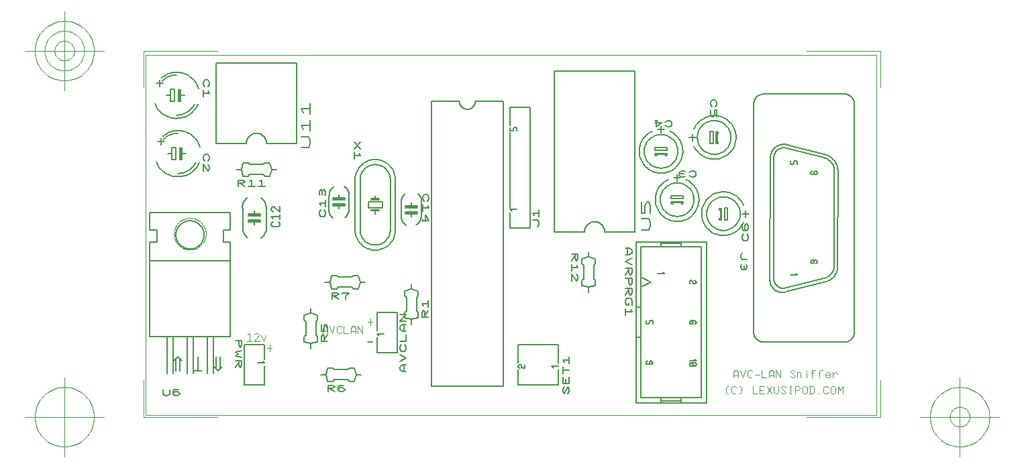
<source format=gbr>
G04 Generated by Ultiboard *
%FSLAX25Y25*%
%MOIN*%

%ADD10C,0.00004*%
%ADD26C,0.00800*%
%ADD25C,0.00367*%
%ADD32C,0.00612*%
%ADD12C,0.00394*%


%LNSilkscreen Top*%
%LPD*%
%FSLAX25Y25*%
%MOIN*%
G54D10*
X234000Y405000D02*
X234000Y226000D01*
X234000Y226000D02*
X597000Y226000D01*
X597000Y226000D02*
X597000Y405000D01*
X597000Y405000D02*
X234000Y405000D01*
X263874Y316000D02*
X263836Y316772D01*
X263836Y316772D02*
X263723Y317536D01*
X263723Y317536D02*
X263535Y318286D01*
X263535Y318286D02*
X263275Y319013D01*
X263275Y319013D02*
X262944Y319712D01*
X262944Y319712D02*
X262547Y320375D01*
X262547Y320375D02*
X262087Y320995D01*
X262087Y320995D02*
X261568Y321568D01*
X261568Y321568D02*
X260995Y322087D01*
X260995Y322087D02*
X260375Y322547D01*
X260375Y322547D02*
X259712Y322944D01*
X259712Y322944D02*
X259013Y323275D01*
X259013Y323275D02*
X258286Y323535D01*
X258286Y323535D02*
X257536Y323723D01*
X257536Y323723D02*
X256772Y323836D01*
X256772Y323836D02*
X256000Y323874D01*
X256000Y323874D02*
X255228Y323836D01*
X255228Y323836D02*
X254464Y323723D01*
X254464Y323723D02*
X253714Y323535D01*
X253714Y323535D02*
X252987Y323275D01*
X252987Y323275D02*
X252288Y322944D01*
X252288Y322944D02*
X251625Y322547D01*
X251625Y322547D02*
X251005Y322087D01*
X251005Y322087D02*
X250432Y321568D01*
X250432Y321568D02*
X249913Y320995D01*
X249913Y320995D02*
X249453Y320375D01*
X249453Y320375D02*
X249056Y319712D01*
X249056Y319712D02*
X248725Y319013D01*
X248725Y319013D02*
X248465Y318286D01*
X248465Y318286D02*
X248277Y317536D01*
X248277Y317536D02*
X248164Y316772D01*
X248164Y316772D02*
X248126Y316000D01*
X248126Y316000D02*
X248164Y315228D01*
X248164Y315228D02*
X248277Y314464D01*
X248277Y314464D02*
X248465Y313714D01*
X248465Y313714D02*
X248725Y312987D01*
X248725Y312987D02*
X249056Y312288D01*
X249056Y312288D02*
X249453Y311625D01*
X249453Y311625D02*
X249913Y311005D01*
X249913Y311005D02*
X250432Y310432D01*
X250432Y310432D02*
X251005Y309913D01*
X251005Y309913D02*
X251625Y309453D01*
X251625Y309453D02*
X252288Y309056D01*
X252288Y309056D02*
X252987Y308725D01*
X252987Y308725D02*
X253714Y308465D01*
X253714Y308465D02*
X254464Y308277D01*
X254464Y308277D02*
X255228Y308164D01*
X255228Y308164D02*
X256000Y308126D01*
X256000Y308126D02*
X256772Y308164D01*
X256772Y308164D02*
X257536Y308277D01*
X257536Y308277D02*
X258286Y308465D01*
X258286Y308465D02*
X259013Y308725D01*
X259013Y308725D02*
X259712Y309056D01*
X259712Y309056D02*
X260375Y309453D01*
X260375Y309453D02*
X260995Y309913D01*
X260995Y309913D02*
X261568Y310432D01*
X261568Y310432D02*
X262087Y311005D01*
X262087Y311005D02*
X262547Y311625D01*
X262547Y311625D02*
X262944Y312288D01*
X262944Y312288D02*
X263275Y312987D01*
X263275Y312987D02*
X263535Y313714D01*
X263535Y313714D02*
X263723Y314464D01*
X263723Y314464D02*
X263836Y315228D01*
X263836Y315228D02*
X263874Y316000D01*
G54D26*
X515321Y379111D02*
X514726Y380222D01*
X514726Y380222D02*
X514726Y381333D01*
X514726Y381333D02*
X515321Y382444D01*
X515321Y382444D02*
X517107Y382444D01*
X517107Y382444D02*
X517702Y381333D01*
X517702Y381333D02*
X517702Y380222D01*
X517702Y380222D02*
X517107Y379111D01*
X517702Y374111D02*
X517702Y377444D01*
X517702Y377444D02*
X516512Y377444D01*
X516512Y377444D02*
X516512Y375222D01*
X516512Y375222D02*
X515917Y374111D01*
X515917Y374111D02*
X515321Y374111D01*
X515321Y374111D02*
X514726Y375222D01*
X514726Y375222D02*
X514726Y377444D01*
X472464Y308944D02*
X474393Y308944D01*
X474393Y308944D02*
X475679Y307833D01*
X475679Y307833D02*
X475679Y306722D01*
X475679Y306722D02*
X474393Y305611D01*
X474393Y305611D02*
X472464Y305611D01*
X473429Y308944D02*
X473429Y305611D01*
X475679Y303944D02*
X472464Y302278D01*
X472464Y302278D02*
X475679Y300611D01*
X472464Y298944D02*
X475679Y298944D01*
X475679Y298944D02*
X475679Y296722D01*
X475679Y296722D02*
X475036Y295611D01*
X475036Y295611D02*
X474714Y295611D01*
X474714Y295611D02*
X474071Y296722D01*
X474071Y296722D02*
X474071Y298944D01*
X474071Y298389D02*
X472464Y295611D01*
X472464Y293944D02*
X475679Y293944D01*
X475679Y293944D02*
X475679Y291722D01*
X475679Y291722D02*
X475036Y290611D01*
X475036Y290611D02*
X474714Y290611D01*
X474714Y290611D02*
X474071Y291722D01*
X474071Y291722D02*
X474071Y293944D01*
X472464Y288944D02*
X475679Y288944D01*
X475679Y288944D02*
X475679Y286722D01*
X475679Y286722D02*
X475036Y285611D01*
X475036Y285611D02*
X474714Y285611D01*
X474714Y285611D02*
X474071Y286722D01*
X474071Y286722D02*
X474071Y288944D01*
X474071Y288389D02*
X472464Y285611D01*
X474071Y281722D02*
X474071Y280611D01*
X474071Y280611D02*
X473107Y280611D01*
X473107Y280611D02*
X472464Y281722D01*
X472464Y281722D02*
X472464Y282833D01*
X472464Y282833D02*
X473107Y283944D01*
X473107Y283944D02*
X475036Y283944D01*
X475036Y283944D02*
X475679Y282833D01*
X475679Y282833D02*
X475679Y280611D01*
X475036Y278389D02*
X475679Y277278D01*
X475679Y277278D02*
X472464Y277278D01*
X472464Y278944D02*
X472464Y275611D01*
X504111Y346679D02*
X505222Y347274D01*
X505222Y347274D02*
X506333Y347274D01*
X506333Y347274D02*
X507444Y346679D01*
X507444Y346679D02*
X507444Y344893D01*
X507444Y344893D02*
X506333Y344298D01*
X506333Y344298D02*
X505222Y344298D01*
X505222Y344298D02*
X504111Y344893D01*
X501889Y344595D02*
X501333Y344298D01*
X501333Y344298D02*
X500222Y344298D01*
X500222Y344298D02*
X499111Y344893D01*
X499111Y344893D02*
X499111Y345488D01*
X499111Y345488D02*
X499667Y345786D01*
X499667Y345786D02*
X499111Y346083D01*
X499111Y346083D02*
X499111Y346679D01*
X499111Y346679D02*
X500222Y347274D01*
X500222Y347274D02*
X501333Y347274D01*
X501333Y347274D02*
X501889Y346976D01*
X501333Y345786D02*
X499667Y345786D01*
X242556Y238702D02*
X242556Y236321D01*
X242556Y236321D02*
X243667Y235726D01*
X243667Y235726D02*
X244778Y235726D01*
X244778Y235726D02*
X245889Y236321D01*
X245889Y236321D02*
X245889Y238702D01*
X250333Y238702D02*
X248667Y238702D01*
X248667Y238702D02*
X247556Y238107D01*
X247556Y238107D02*
X247556Y236917D01*
X247556Y236917D02*
X247556Y236321D01*
X247556Y236321D02*
X248667Y235726D01*
X248667Y235726D02*
X249778Y235726D01*
X249778Y235726D02*
X250889Y236321D01*
X250889Y236321D02*
X250889Y236917D01*
X250889Y236917D02*
X249778Y237512D01*
X249778Y237512D02*
X248667Y237512D01*
X248667Y237512D02*
X247556Y236917D01*
X263321Y389111D02*
X262726Y390222D01*
X262726Y390222D02*
X262726Y391333D01*
X262726Y391333D02*
X263321Y392444D01*
X263321Y392444D02*
X265107Y392444D01*
X265107Y392444D02*
X265702Y391333D01*
X265702Y391333D02*
X265702Y390222D01*
X265702Y390222D02*
X265107Y389111D01*
X265107Y386889D02*
X265702Y385778D01*
X265702Y385778D02*
X262726Y385778D01*
X262726Y387444D02*
X262726Y384111D01*
X263321Y352111D02*
X262726Y353222D01*
X262726Y353222D02*
X262726Y354333D01*
X262726Y354333D02*
X263321Y355444D01*
X263321Y355444D02*
X265107Y355444D01*
X265107Y355444D02*
X265702Y354333D01*
X265702Y354333D02*
X265702Y353222D01*
X265702Y353222D02*
X265107Y352111D01*
X265107Y350444D02*
X265702Y349333D01*
X265702Y349333D02*
X265702Y348222D01*
X265702Y348222D02*
X265107Y347111D01*
X265107Y347111D02*
X264810Y347111D01*
X264810Y347111D02*
X262726Y350444D01*
X262726Y350444D02*
X262726Y347111D01*
X262726Y347111D02*
X263024Y347111D01*
X363274Y247556D02*
X361488Y247556D01*
X361488Y247556D02*
X360298Y248667D01*
X360298Y248667D02*
X360298Y249778D01*
X360298Y249778D02*
X361488Y250889D01*
X361488Y250889D02*
X363274Y250889D01*
X362381Y247556D02*
X362381Y250889D01*
X360298Y252556D02*
X363274Y254222D01*
X363274Y254222D02*
X360298Y255889D01*
X362679Y260889D02*
X363274Y259778D01*
X363274Y259778D02*
X363274Y258667D01*
X363274Y258667D02*
X362679Y257556D01*
X362679Y257556D02*
X360893Y257556D01*
X360893Y257556D02*
X360298Y258667D01*
X360298Y258667D02*
X360298Y259778D01*
X360298Y259778D02*
X360893Y260889D01*
X360298Y262556D02*
X363274Y262556D01*
X363274Y262556D02*
X363274Y265889D01*
X363274Y267556D02*
X361488Y267556D01*
X361488Y267556D02*
X360298Y268667D01*
X360298Y268667D02*
X360298Y269778D01*
X360298Y269778D02*
X361488Y270889D01*
X361488Y270889D02*
X363274Y270889D01*
X362381Y267556D02*
X362381Y270889D01*
X363274Y272556D02*
X360298Y272556D01*
X360298Y272556D02*
X363274Y275889D01*
X363274Y275889D02*
X360298Y275889D01*
X443679Y236556D02*
X444274Y237667D01*
X444274Y237667D02*
X444274Y238778D01*
X444274Y238778D02*
X443679Y239889D01*
X443679Y239889D02*
X441893Y236556D01*
X441893Y236556D02*
X441298Y237667D01*
X441298Y237667D02*
X441298Y238778D01*
X441298Y238778D02*
X441893Y239889D01*
X444274Y244889D02*
X444274Y241556D01*
X444274Y241556D02*
X442786Y241556D01*
X442786Y241556D02*
X441298Y241556D01*
X441298Y241556D02*
X441298Y244889D01*
X442786Y241556D02*
X442786Y243778D01*
X444274Y248222D02*
X441298Y248222D01*
X441298Y246556D02*
X441298Y249889D01*
X441893Y252111D02*
X441298Y253222D01*
X441298Y253222D02*
X444274Y253222D01*
X444274Y251556D02*
X444274Y254889D01*
X324274Y262556D02*
X321298Y262556D01*
X321298Y262556D02*
X321298Y264778D01*
X321298Y264778D02*
X321893Y265889D01*
X321893Y265889D02*
X322190Y265889D01*
X322190Y265889D02*
X322786Y264778D01*
X322786Y264778D02*
X322786Y262556D01*
X322786Y263111D02*
X324274Y265889D01*
X321298Y270889D02*
X321298Y267556D01*
X321298Y267556D02*
X322488Y267556D01*
X322488Y267556D02*
X322488Y269778D01*
X322488Y269778D02*
X323083Y270889D01*
X323083Y270889D02*
X323679Y270889D01*
X323679Y270889D02*
X324274Y269778D01*
X324274Y269778D02*
X324274Y267556D01*
X278726Y262944D02*
X281702Y262944D01*
X281702Y262944D02*
X281702Y260722D01*
X281702Y260722D02*
X281107Y259611D01*
X281107Y259611D02*
X280810Y259611D01*
X280810Y259611D02*
X280214Y260722D01*
X280214Y260722D02*
X280214Y262944D01*
X281702Y257944D02*
X278726Y257389D01*
X278726Y257389D02*
X279917Y256278D01*
X279917Y256278D02*
X278726Y255167D01*
X278726Y255167D02*
X281702Y254611D01*
X278726Y252944D02*
X281702Y252944D01*
X281702Y252944D02*
X281702Y250722D01*
X281702Y250722D02*
X281107Y249611D01*
X281107Y249611D02*
X280810Y249611D01*
X280810Y249611D02*
X280214Y250722D01*
X280214Y250722D02*
X280214Y252944D01*
X280214Y252389D02*
X278726Y249611D01*
X324556Y237726D02*
X324556Y240702D01*
X324556Y240702D02*
X326778Y240702D01*
X326778Y240702D02*
X327889Y240107D01*
X327889Y240107D02*
X327889Y239810D01*
X327889Y239810D02*
X326778Y239214D01*
X326778Y239214D02*
X324556Y239214D01*
X325111Y239214D02*
X327889Y237726D01*
X332333Y240702D02*
X330667Y240702D01*
X330667Y240702D02*
X329556Y240107D01*
X329556Y240107D02*
X329556Y238917D01*
X329556Y238917D02*
X329556Y238321D01*
X329556Y238321D02*
X330667Y237726D01*
X330667Y237726D02*
X331778Y237726D01*
X331778Y237726D02*
X332889Y238321D01*
X332889Y238321D02*
X332889Y238917D01*
X332889Y238917D02*
X331778Y239512D01*
X331778Y239512D02*
X330667Y239512D01*
X330667Y239512D02*
X329556Y238917D01*
X311423Y358759D02*
X314804Y358759D01*
X314804Y358759D02*
X315649Y360611D01*
X315649Y360611D02*
X315649Y362463D01*
X315649Y362463D02*
X314804Y364315D01*
X314804Y364315D02*
X311423Y364315D01*
X312268Y368019D02*
X311423Y369870D01*
X311423Y369870D02*
X315649Y369870D01*
X315649Y367093D02*
X315649Y372648D01*
X312268Y376352D02*
X311423Y378204D01*
X311423Y378204D02*
X315649Y378204D01*
X315649Y375426D02*
X315649Y380981D01*
X299804Y321945D02*
X300649Y321104D01*
X300649Y321104D02*
X300649Y320262D01*
X300649Y320262D02*
X299804Y319421D01*
X299804Y319421D02*
X297268Y319421D01*
X297268Y319421D02*
X296423Y320262D01*
X296423Y320262D02*
X296423Y321104D01*
X296423Y321104D02*
X297268Y321945D01*
X297268Y323628D02*
X296423Y324470D01*
X296423Y324470D02*
X300649Y324470D01*
X300649Y323207D02*
X300649Y325732D01*
X297268Y326994D02*
X296423Y327835D01*
X296423Y327835D02*
X296423Y328677D01*
X296423Y328677D02*
X297268Y329518D01*
X297268Y329518D02*
X297690Y329518D01*
X297690Y329518D02*
X300649Y326994D01*
X300649Y326994D02*
X300649Y329518D01*
X300649Y329518D02*
X300226Y329518D01*
X280056Y339726D02*
X280056Y342702D01*
X280056Y342702D02*
X282278Y342702D01*
X282278Y342702D02*
X283389Y342107D01*
X283389Y342107D02*
X283389Y341810D01*
X283389Y341810D02*
X282278Y341214D01*
X282278Y341214D02*
X280056Y341214D01*
X280611Y341214D02*
X283389Y339726D01*
X285611Y342107D02*
X286722Y342702D01*
X286722Y342702D02*
X286722Y339726D01*
X285056Y339726D02*
X288389Y339726D01*
X290611Y342107D02*
X291722Y342702D01*
X291722Y342702D02*
X291722Y339726D01*
X290056Y339726D02*
X293389Y339726D01*
X340702Y361444D02*
X337726Y358111D01*
X337726Y361444D02*
X340702Y358111D01*
X340107Y355889D02*
X340702Y354778D01*
X340702Y354778D02*
X337726Y354778D01*
X337726Y356444D02*
X337726Y353111D01*
X372321Y332111D02*
X371726Y333222D01*
X371726Y333222D02*
X371726Y334333D01*
X371726Y334333D02*
X372321Y335444D01*
X372321Y335444D02*
X374107Y335444D01*
X374107Y335444D02*
X374702Y334333D01*
X374702Y334333D02*
X374702Y333222D01*
X374702Y333222D02*
X374107Y332111D01*
X374107Y329889D02*
X374702Y328778D01*
X374702Y328778D02*
X371726Y328778D01*
X371726Y330444D02*
X371726Y327111D01*
X372917Y322111D02*
X372917Y325444D01*
X372917Y325444D02*
X374702Y322667D01*
X374702Y322667D02*
X371726Y322667D01*
X371726Y323222D02*
X371726Y322111D01*
X326556Y283726D02*
X326556Y286702D01*
X326556Y286702D02*
X328778Y286702D01*
X328778Y286702D02*
X329889Y286107D01*
X329889Y286107D02*
X329889Y285810D01*
X329889Y285810D02*
X328778Y285214D01*
X328778Y285214D02*
X326556Y285214D01*
X327111Y285214D02*
X329889Y283726D01*
X333222Y283726D02*
X333222Y285214D01*
X333222Y285214D02*
X334889Y286107D01*
X334889Y286107D02*
X334889Y286702D01*
X334889Y286702D02*
X331556Y286702D01*
X331556Y286702D02*
X331556Y286107D01*
X374274Y274556D02*
X371298Y274556D01*
X371298Y274556D02*
X371298Y276778D01*
X371298Y276778D02*
X371893Y277889D01*
X371893Y277889D02*
X372190Y277889D01*
X372190Y277889D02*
X372786Y276778D01*
X372786Y276778D02*
X372786Y274556D01*
X372786Y275111D02*
X374274Y277889D01*
X371893Y280111D02*
X371298Y281222D01*
X371298Y281222D02*
X374274Y281222D01*
X374274Y279556D02*
X374274Y282889D01*
X322679Y327889D02*
X323274Y326778D01*
X323274Y326778D02*
X323274Y325667D01*
X323274Y325667D02*
X322679Y324556D01*
X322679Y324556D02*
X320893Y324556D01*
X320893Y324556D02*
X320298Y325667D01*
X320298Y325667D02*
X320298Y326778D01*
X320298Y326778D02*
X320893Y327889D01*
X320893Y330111D02*
X320298Y331222D01*
X320298Y331222D02*
X323274Y331222D01*
X323274Y329556D02*
X323274Y332889D01*
X320595Y335111D02*
X320298Y335667D01*
X320298Y335667D02*
X320298Y336778D01*
X320298Y336778D02*
X320893Y337889D01*
X320893Y337889D02*
X321488Y337889D01*
X321488Y337889D02*
X321786Y337333D01*
X321786Y337333D02*
X322083Y337889D01*
X322083Y337889D02*
X322679Y337889D01*
X322679Y337889D02*
X323274Y336778D01*
X323274Y336778D02*
X323274Y335667D01*
X323274Y335667D02*
X322976Y335111D01*
X321786Y335667D02*
X321786Y337333D01*
X480423Y317926D02*
X483804Y317926D01*
X483804Y317926D02*
X484649Y319778D01*
X484649Y319778D02*
X484649Y321630D01*
X484649Y321630D02*
X483804Y323481D01*
X483804Y323481D02*
X480423Y323481D01*
X480423Y331815D02*
X480423Y326259D01*
X480423Y326259D02*
X482113Y326259D01*
X482113Y326259D02*
X482113Y329963D01*
X482113Y329963D02*
X482958Y331815D01*
X482958Y331815D02*
X483804Y331815D01*
X483804Y331815D02*
X484649Y329963D01*
X484649Y329963D02*
X484649Y326259D01*
X428679Y319556D02*
X429274Y320667D01*
X429274Y320667D02*
X429274Y321778D01*
X429274Y321778D02*
X428679Y322889D01*
X428679Y322889D02*
X426298Y322889D01*
X426893Y325111D02*
X426298Y326222D01*
X426298Y326222D02*
X429274Y326222D01*
X429274Y324556D02*
X429274Y327889D01*
X445726Y305944D02*
X448702Y305944D01*
X448702Y305944D02*
X448702Y303722D01*
X448702Y303722D02*
X448107Y302611D01*
X448107Y302611D02*
X447810Y302611D01*
X447810Y302611D02*
X447214Y303722D01*
X447214Y303722D02*
X447214Y305944D01*
X447214Y305389D02*
X445726Y302611D01*
X448107Y300389D02*
X448702Y299278D01*
X448702Y299278D02*
X445726Y299278D01*
X445726Y300944D02*
X445726Y297611D01*
X448107Y295944D02*
X448702Y294833D01*
X448702Y294833D02*
X448702Y293722D01*
X448702Y293722D02*
X448107Y292611D01*
X448107Y292611D02*
X447810Y292611D01*
X447810Y292611D02*
X445726Y295944D01*
X445726Y295944D02*
X445726Y292611D01*
X445726Y292611D02*
X446024Y292611D01*
X492111Y371679D02*
X493222Y372274D01*
X493222Y372274D02*
X494333Y372274D01*
X494333Y372274D02*
X495444Y371679D01*
X495444Y371679D02*
X495444Y369893D01*
X495444Y369893D02*
X494333Y369298D01*
X494333Y369298D02*
X493222Y369298D01*
X493222Y369298D02*
X492111Y369893D01*
X487111Y371083D02*
X490444Y371083D01*
X490444Y371083D02*
X487667Y369298D01*
X487667Y369298D02*
X487667Y372274D01*
X488222Y372274D02*
X487111Y372274D01*
X530321Y306444D02*
X529726Y305333D01*
X529726Y305333D02*
X529726Y304222D01*
X529726Y304222D02*
X530321Y303111D01*
X530321Y303111D02*
X532702Y303111D01*
X532405Y300889D02*
X532702Y300333D01*
X532702Y300333D02*
X532702Y299222D01*
X532702Y299222D02*
X532107Y298111D01*
X532107Y298111D02*
X531512Y298111D01*
X531512Y298111D02*
X531214Y298667D01*
X531214Y298667D02*
X530917Y298111D01*
X530917Y298111D02*
X530321Y298111D01*
X530321Y298111D02*
X529726Y299222D01*
X529726Y299222D02*
X529726Y300333D01*
X529726Y300333D02*
X530024Y300889D01*
X531214Y300333D02*
X531214Y298667D01*
X532679Y315889D02*
X533274Y314778D01*
X533274Y314778D02*
X533274Y313667D01*
X533274Y313667D02*
X532679Y312556D01*
X532679Y312556D02*
X530893Y312556D01*
X530893Y312556D02*
X530298Y313667D01*
X530298Y313667D02*
X530298Y314778D01*
X530298Y314778D02*
X530893Y315889D01*
X530298Y320333D02*
X530298Y318667D01*
X530298Y318667D02*
X530893Y317556D01*
X530893Y317556D02*
X532083Y317556D01*
X532083Y317556D02*
X532679Y317556D01*
X532679Y317556D02*
X533274Y318667D01*
X533274Y318667D02*
X533274Y319778D01*
X533274Y319778D02*
X532679Y320889D01*
X532679Y320889D02*
X532083Y320889D01*
X532083Y320889D02*
X531488Y319778D01*
X531488Y319778D02*
X531488Y318667D01*
X531488Y318667D02*
X532083Y317556D01*
X507242Y363921D02*
X503908Y363921D01*
X506436Y359688D02*
X506756Y359003D01*
X506756Y359003D02*
X507122Y358342D01*
X507122Y358342D02*
X507534Y357708D01*
X507534Y357708D02*
X507989Y357104D01*
X507989Y357104D02*
X508485Y356533D01*
X508485Y356533D02*
X509020Y355998D01*
X509020Y355998D02*
X509591Y355502D01*
X509591Y355502D02*
X510195Y355047D01*
X510195Y355047D02*
X510829Y354635D01*
X510829Y354635D02*
X511490Y354269D01*
X511490Y354269D02*
X512175Y353949D01*
X512175Y353949D02*
X512881Y353678D01*
X512881Y353678D02*
X513604Y353457D01*
X513604Y353457D02*
X514341Y353287D01*
X514341Y353287D02*
X515088Y353169D01*
X515088Y353169D02*
X515841Y353103D01*
X515841Y353103D02*
X516597Y353090D01*
X516597Y353090D02*
X517352Y353129D01*
X517352Y353129D02*
X518103Y353221D01*
X518103Y353221D02*
X518845Y353366D01*
X518845Y353366D02*
X519576Y353561D01*
X519576Y353561D02*
X520291Y353807D01*
X520291Y353807D02*
X520987Y354103D01*
X520987Y354103D02*
X521660Y354446D01*
X521660Y354446D02*
X522309Y354836D01*
X522309Y354836D02*
X522928Y355269D01*
X522928Y355269D02*
X523516Y355745D01*
X523516Y355745D02*
X524069Y356261D01*
X524069Y356261D02*
X524584Y356814D01*
X524584Y356814D02*
X525060Y357402D01*
X525060Y357402D02*
X525494Y358021D01*
X525494Y358021D02*
X525883Y358669D01*
X525883Y358669D02*
X526227Y359343D01*
X526227Y359343D02*
X526522Y360039D01*
X526522Y360039D02*
X526768Y360754D01*
X526768Y360754D02*
X526964Y361484D01*
X526964Y361484D02*
X527108Y362227D01*
X527108Y362227D02*
X527200Y362977D01*
X527200Y362977D02*
X527240Y363732D01*
X527240Y363732D02*
X527227Y364488D01*
X527227Y364488D02*
X527161Y365242D01*
X527161Y365242D02*
X527043Y365988D01*
X527043Y365988D02*
X526872Y366725D01*
X526872Y366725D02*
X526651Y367448D01*
X526651Y367448D02*
X526380Y368154D01*
X526380Y368154D02*
X526061Y368839D01*
X526061Y368839D02*
X525694Y369501D01*
X525694Y369501D02*
X525282Y370135D01*
X525282Y370135D02*
X524827Y370739D01*
X524827Y370739D02*
X524331Y371310D01*
X524331Y371310D02*
X523797Y371844D01*
X523797Y371844D02*
X523226Y372340D01*
X523226Y372340D02*
X522622Y372795D01*
X522622Y372795D02*
X521988Y373207D01*
X521988Y373207D02*
X521326Y373574D01*
X521326Y373574D02*
X520641Y373893D01*
X520641Y373893D02*
X519935Y374164D01*
X519935Y374164D02*
X519212Y374385D01*
X519212Y374385D02*
X518475Y374556D01*
X518475Y374556D02*
X517729Y374674D01*
X517729Y374674D02*
X516975Y374740D01*
X516975Y374740D02*
X516219Y374753D01*
X516219Y374753D02*
X515464Y374713D01*
X515464Y374713D02*
X514714Y374621D01*
X514714Y374621D02*
X513971Y374477D01*
X513971Y374477D02*
X513241Y374281D01*
X513241Y374281D02*
X512526Y374035D01*
X512526Y374035D02*
X511830Y373740D01*
X511830Y373740D02*
X511156Y373396D01*
X511156Y373396D02*
X510508Y373007D01*
X510508Y373007D02*
X509889Y372573D01*
X509889Y372573D02*
X509301Y372097D01*
X509301Y372097D02*
X508748Y371582D01*
X508748Y371582D02*
X508232Y371029D01*
X508232Y371029D02*
X507756Y370441D01*
X507756Y370441D02*
X507323Y369822D01*
X507323Y369822D02*
X506933Y369173D01*
X506933Y369173D02*
X506590Y368500D01*
X506590Y368500D02*
X506436Y368154D01*
X524742Y363921D02*
X524721Y364503D01*
X524721Y364503D02*
X524660Y365081D01*
X524660Y365081D02*
X524559Y365654D01*
X524559Y365654D02*
X524419Y366218D01*
X524419Y366218D02*
X524239Y366771D01*
X524239Y366771D02*
X524021Y367311D01*
X524021Y367311D02*
X523766Y367834D01*
X523766Y367834D02*
X523475Y368337D01*
X523475Y368337D02*
X523150Y368819D01*
X523150Y368819D02*
X522792Y369278D01*
X522792Y369278D02*
X522403Y369710D01*
X522403Y369710D02*
X521984Y370114D01*
X521984Y370114D02*
X521539Y370488D01*
X521539Y370488D02*
X521068Y370830D01*
X521068Y370830D02*
X520575Y371138D01*
X520575Y371138D02*
X520061Y371411D01*
X520061Y371411D02*
X519530Y371648D01*
X519530Y371648D02*
X518983Y371847D01*
X518983Y371847D02*
X518424Y372007D01*
X518424Y372007D02*
X517855Y372128D01*
X517855Y372128D02*
X517279Y372209D01*
X517279Y372209D02*
X516699Y372250D01*
X516699Y372250D02*
X516117Y372250D01*
X516117Y372250D02*
X515537Y372209D01*
X515537Y372209D02*
X514961Y372128D01*
X514961Y372128D02*
X514392Y372007D01*
X514392Y372007D02*
X513833Y371847D01*
X513833Y371847D02*
X513287Y371648D01*
X513287Y371648D02*
X512755Y371411D01*
X512755Y371411D02*
X512242Y371138D01*
X512242Y371138D02*
X511748Y370830D01*
X511748Y370830D02*
X511278Y370488D01*
X511278Y370488D02*
X510832Y370114D01*
X510832Y370114D02*
X510414Y369710D01*
X510414Y369710D02*
X510025Y369278D01*
X510025Y369278D02*
X509666Y368819D01*
X509666Y368819D02*
X509341Y368337D01*
X509341Y368337D02*
X509050Y367834D01*
X509050Y367834D02*
X508795Y367311D01*
X508795Y367311D02*
X508577Y366771D01*
X508577Y366771D02*
X508398Y366218D01*
X508398Y366218D02*
X508257Y365654D01*
X508257Y365654D02*
X508156Y365081D01*
X508156Y365081D02*
X508095Y364503D01*
X508095Y364503D02*
X508075Y363921D01*
X508075Y363921D02*
X508095Y363340D01*
X508095Y363340D02*
X508156Y362761D01*
X508156Y362761D02*
X508257Y362189D01*
X508257Y362189D02*
X508398Y361624D01*
X508398Y361624D02*
X508577Y361071D01*
X508577Y361071D02*
X508795Y360532D01*
X508795Y360532D02*
X509050Y360009D01*
X509050Y360009D02*
X509341Y359505D01*
X509341Y359505D02*
X509666Y359023D01*
X509666Y359023D02*
X510025Y358565D01*
X510025Y358565D02*
X510414Y358132D01*
X510414Y358132D02*
X510832Y357728D01*
X510832Y357728D02*
X511278Y357355D01*
X511278Y357355D02*
X511748Y357013D01*
X511748Y357013D02*
X512242Y356704D01*
X512242Y356704D02*
X512755Y356431D01*
X512755Y356431D02*
X513287Y356195D01*
X513287Y356195D02*
X513833Y355996D01*
X513833Y355996D02*
X514392Y355835D01*
X514392Y355835D02*
X514961Y355715D01*
X514961Y355715D02*
X515537Y355634D01*
X515537Y355634D02*
X516117Y355593D01*
X516117Y355593D02*
X516699Y355593D01*
X516699Y355593D02*
X517279Y355634D01*
X517279Y355634D02*
X517855Y355715D01*
X517855Y355715D02*
X518424Y355835D01*
X518424Y355835D02*
X518983Y355996D01*
X518983Y355996D02*
X519530Y356195D01*
X519530Y356195D02*
X520061Y356431D01*
X520061Y356431D02*
X520575Y356704D01*
X520575Y356704D02*
X521068Y357013D01*
X521068Y357013D02*
X521539Y357355D01*
X521539Y357355D02*
X521984Y357728D01*
X521984Y357728D02*
X522403Y358132D01*
X522403Y358132D02*
X522792Y358565D01*
X522792Y358565D02*
X523150Y359023D01*
X523150Y359023D02*
X523475Y359505D01*
X523475Y359505D02*
X523766Y360009D01*
X523766Y360009D02*
X524021Y360532D01*
X524021Y360532D02*
X524239Y361071D01*
X524239Y361071D02*
X524419Y361624D01*
X524419Y361624D02*
X524559Y362189D01*
X524559Y362189D02*
X524660Y362761D01*
X524660Y362761D02*
X524721Y363340D01*
X524721Y363340D02*
X524742Y363921D01*
X524742Y363921D02*
X524742Y363921D01*
X505575Y362255D02*
X505575Y365588D01*
X515908Y366921D02*
X515908Y360921D01*
X514408Y366921D02*
X514408Y360921D01*
X517408Y360921D02*
X517408Y366921D01*
X517908Y366921D02*
X517908Y360921D01*
X518408Y360921D02*
X518408Y361921D01*
X515908Y360921D02*
X514408Y360921D01*
X518408Y366921D02*
X518408Y365921D01*
X515908Y366921D02*
X514408Y366921D01*
X504167Y291167D02*
X504167Y292833D01*
X512500Y312000D02*
X477500Y312000D01*
X480000Y309500D02*
X510000Y309500D01*
X504167Y292833D02*
X505000Y292833D01*
X477500Y232000D02*
X512500Y232000D01*
X510000Y234500D02*
X480000Y234500D01*
X505000Y271167D02*
X505058Y271169D01*
X505058Y271169D02*
X505116Y271175D01*
X505116Y271175D02*
X505173Y271185D01*
X505173Y271185D02*
X505230Y271199D01*
X505230Y271199D02*
X505285Y271217D01*
X505285Y271217D02*
X505339Y271239D01*
X505339Y271239D02*
X505391Y271264D01*
X505391Y271264D02*
X505442Y271293D01*
X505442Y271293D02*
X505490Y271326D01*
X505490Y271326D02*
X505536Y271362D01*
X505536Y271362D02*
X505579Y271401D01*
X505579Y271401D02*
X505619Y271442D01*
X505619Y271442D02*
X505657Y271487D01*
X505657Y271487D02*
X505691Y271534D01*
X505691Y271534D02*
X505722Y271583D01*
X505722Y271583D02*
X505749Y271635D01*
X505749Y271635D02*
X505773Y271688D01*
X505773Y271688D02*
X505793Y271742D01*
X505793Y271742D02*
X505809Y271798D01*
X505809Y271798D02*
X505821Y271855D01*
X505821Y271855D02*
X505829Y271913D01*
X505829Y271913D02*
X505833Y271971D01*
X505833Y271971D02*
X505833Y272029D01*
X505833Y272029D02*
X505829Y272087D01*
X505829Y272087D02*
X505821Y272145D01*
X505821Y272145D02*
X505809Y272202D01*
X505809Y272202D02*
X505793Y272258D01*
X505793Y272258D02*
X505773Y272312D01*
X505773Y272312D02*
X505749Y272365D01*
X505749Y272365D02*
X505722Y272417D01*
X505722Y272417D02*
X505691Y272466D01*
X505691Y272466D02*
X505657Y272513D01*
X505657Y272513D02*
X505619Y272558D01*
X505619Y272558D02*
X505579Y272599D01*
X505579Y272599D02*
X505536Y272638D01*
X505536Y272638D02*
X505490Y272674D01*
X505490Y272674D02*
X505442Y272707D01*
X505442Y272707D02*
X505391Y272736D01*
X505391Y272736D02*
X505339Y272761D01*
X505339Y272761D02*
X505285Y272783D01*
X505285Y272783D02*
X505230Y272801D01*
X505230Y272801D02*
X505173Y272815D01*
X505173Y272815D02*
X505116Y272825D01*
X505116Y272825D02*
X505058Y272831D01*
X505058Y272831D02*
X505000Y272833D01*
X505000Y272833D02*
X504942Y272831D01*
X504942Y272831D02*
X504884Y272825D01*
X504884Y272825D02*
X504827Y272815D01*
X504827Y272815D02*
X504770Y272801D01*
X504770Y272801D02*
X504715Y272783D01*
X504715Y272783D02*
X504661Y272761D01*
X504661Y272761D02*
X504609Y272736D01*
X504609Y272736D02*
X504558Y272707D01*
X504558Y272707D02*
X504510Y272674D01*
X504510Y272674D02*
X504464Y272638D01*
X504464Y272638D02*
X504421Y272599D01*
X504421Y272599D02*
X504381Y272558D01*
X504381Y272558D02*
X504343Y272513D01*
X504343Y272513D02*
X504309Y272466D01*
X504309Y272466D02*
X504278Y272417D01*
X504278Y272417D02*
X504251Y272365D01*
X504251Y272365D02*
X504227Y272312D01*
X504227Y272312D02*
X504207Y272258D01*
X504207Y272258D02*
X504191Y272202D01*
X504191Y272202D02*
X504179Y272145D01*
X504179Y272145D02*
X504171Y272087D01*
X504171Y272087D02*
X504167Y272029D01*
X504167Y272029D02*
X504167Y271971D01*
X504167Y271971D02*
X504171Y271913D01*
X504171Y271913D02*
X504179Y271855D01*
X504179Y271855D02*
X504191Y271798D01*
X504191Y271798D02*
X504207Y271742D01*
X504207Y271742D02*
X504227Y271688D01*
X504227Y271688D02*
X504251Y271635D01*
X504251Y271635D02*
X504278Y271583D01*
X504278Y271583D02*
X504309Y271534D01*
X504309Y271534D02*
X504343Y271487D01*
X504343Y271487D02*
X504381Y271442D01*
X504381Y271442D02*
X504421Y271401D01*
X504421Y271401D02*
X504464Y271362D01*
X504464Y271362D02*
X504510Y271326D01*
X504510Y271326D02*
X504558Y271293D01*
X504558Y271293D02*
X504609Y271264D01*
X504609Y271264D02*
X504661Y271239D01*
X504661Y271239D02*
X504715Y271217D01*
X504715Y271217D02*
X504770Y271199D01*
X504770Y271199D02*
X504827Y271185D01*
X504827Y271185D02*
X504884Y271175D01*
X504884Y271175D02*
X504942Y271169D01*
X504942Y271169D02*
X505000Y271167D01*
X505000Y271167D02*
X505000Y271167D01*
X504167Y252833D02*
X507500Y252833D01*
X505000Y252000D02*
X504942Y251998D01*
X504942Y251998D02*
X504884Y251992D01*
X504884Y251992D02*
X504827Y251982D01*
X504827Y251982D02*
X504770Y251968D01*
X504770Y251968D02*
X504715Y251950D01*
X504715Y251950D02*
X504661Y251928D01*
X504661Y251928D02*
X504609Y251902D01*
X504609Y251902D02*
X504558Y251873D01*
X504558Y251873D02*
X504510Y251841D01*
X504510Y251841D02*
X504464Y251805D01*
X504464Y251805D02*
X504421Y251766D01*
X504421Y251766D02*
X504381Y251724D01*
X504381Y251724D02*
X504343Y251680D01*
X504343Y251680D02*
X504309Y251633D01*
X504309Y251633D02*
X504278Y251583D01*
X504278Y251583D02*
X504251Y251532D01*
X504251Y251532D02*
X504227Y251479D01*
X504227Y251479D02*
X504207Y251424D01*
X504207Y251424D02*
X504191Y251368D01*
X504191Y251368D02*
X504179Y251311D01*
X504179Y251311D02*
X504171Y251254D01*
X504171Y251254D02*
X504167Y251196D01*
X504167Y251196D02*
X504167Y251137D01*
X504167Y251137D02*
X504171Y251079D01*
X504171Y251079D02*
X504179Y251022D01*
X504179Y251022D02*
X504191Y250965D01*
X504191Y250965D02*
X504207Y250909D01*
X504207Y250909D02*
X504227Y250854D01*
X504227Y250854D02*
X504251Y250801D01*
X504251Y250801D02*
X504278Y250750D01*
X504278Y250750D02*
X504309Y250701D01*
X504309Y250701D02*
X504343Y250653D01*
X504343Y250653D02*
X504381Y250609D01*
X504381Y250609D02*
X504421Y250567D01*
X504421Y250567D02*
X504464Y250528D01*
X504464Y250528D02*
X504510Y250492D01*
X504510Y250492D02*
X504558Y250460D01*
X504558Y250460D02*
X504609Y250431D01*
X504609Y250431D02*
X504661Y250405D01*
X504661Y250405D02*
X504715Y250383D01*
X504715Y250383D02*
X504770Y250365D01*
X504770Y250365D02*
X504827Y250351D01*
X504827Y250351D02*
X504884Y250341D01*
X504884Y250341D02*
X504942Y250335D01*
X504942Y250335D02*
X505000Y250333D01*
X505000Y250333D02*
X505000Y250333D01*
X477500Y312000D02*
X477500Y232000D01*
X480000Y234500D02*
X480000Y264500D01*
X483333Y252833D02*
X483275Y252831D01*
X483275Y252831D02*
X483217Y252825D01*
X483217Y252825D02*
X483160Y252815D01*
X483160Y252815D02*
X483104Y252801D01*
X483104Y252801D02*
X483048Y252783D01*
X483048Y252783D02*
X482995Y252761D01*
X482995Y252761D02*
X482942Y252736D01*
X482942Y252736D02*
X482892Y252707D01*
X482892Y252707D02*
X482844Y252674D01*
X482844Y252674D02*
X482798Y252638D01*
X482798Y252638D02*
X482755Y252599D01*
X482755Y252599D02*
X482714Y252558D01*
X482714Y252558D02*
X482677Y252513D01*
X482677Y252513D02*
X482643Y252466D01*
X482643Y252466D02*
X482612Y252417D01*
X482612Y252417D02*
X482584Y252365D01*
X482584Y252365D02*
X482561Y252312D01*
X482561Y252312D02*
X482541Y252258D01*
X482541Y252258D02*
X482525Y252202D01*
X482525Y252202D02*
X482513Y252145D01*
X482513Y252145D02*
X482505Y252087D01*
X482505Y252087D02*
X482501Y252029D01*
X482501Y252029D02*
X482501Y251971D01*
X482501Y251971D02*
X482505Y251913D01*
X482505Y251913D02*
X482513Y251855D01*
X482513Y251855D02*
X482525Y251798D01*
X482525Y251798D02*
X482541Y251742D01*
X482541Y251742D02*
X482561Y251688D01*
X482561Y251688D02*
X482584Y251635D01*
X482584Y251635D02*
X482612Y251583D01*
X482612Y251583D02*
X482643Y251534D01*
X482643Y251534D02*
X482677Y251487D01*
X482677Y251487D02*
X482714Y251442D01*
X482714Y251442D02*
X482755Y251401D01*
X482755Y251401D02*
X482798Y251362D01*
X482798Y251362D02*
X482844Y251326D01*
X482844Y251326D02*
X482892Y251293D01*
X482892Y251293D02*
X482942Y251264D01*
X482942Y251264D02*
X482995Y251239D01*
X482995Y251239D02*
X483048Y251217D01*
X483048Y251217D02*
X483104Y251199D01*
X483104Y251199D02*
X483160Y251185D01*
X483160Y251185D02*
X483217Y251175D01*
X483217Y251175D02*
X483275Y251169D01*
X483275Y251169D02*
X483333Y251167D01*
X483333Y251167D02*
X483333Y251167D01*
X485000Y251167D02*
X485058Y251169D01*
X485058Y251169D02*
X485116Y251175D01*
X485116Y251175D02*
X485173Y251185D01*
X485173Y251185D02*
X485230Y251199D01*
X485230Y251199D02*
X485285Y251217D01*
X485285Y251217D02*
X485339Y251239D01*
X485339Y251239D02*
X485391Y251264D01*
X485391Y251264D02*
X485442Y251293D01*
X485442Y251293D02*
X485490Y251326D01*
X485490Y251326D02*
X485536Y251362D01*
X485536Y251362D02*
X485579Y251401D01*
X485579Y251401D02*
X485619Y251442D01*
X485619Y251442D02*
X485657Y251487D01*
X485657Y251487D02*
X485691Y251534D01*
X485691Y251534D02*
X485722Y251583D01*
X485722Y251583D02*
X485749Y251635D01*
X485749Y251635D02*
X485773Y251688D01*
X485773Y251688D02*
X485793Y251742D01*
X485793Y251742D02*
X485809Y251798D01*
X485809Y251798D02*
X485821Y251855D01*
X485821Y251855D02*
X485829Y251913D01*
X485829Y251913D02*
X485833Y251971D01*
X485833Y251971D02*
X485833Y252029D01*
X485833Y252029D02*
X485829Y252087D01*
X485829Y252087D02*
X485821Y252145D01*
X485821Y252145D02*
X485809Y252202D01*
X485809Y252202D02*
X485793Y252258D01*
X485793Y252258D02*
X485773Y252312D01*
X485773Y252312D02*
X485749Y252365D01*
X485749Y252365D02*
X485722Y252417D01*
X485722Y252417D02*
X485691Y252466D01*
X485691Y252466D02*
X485657Y252513D01*
X485657Y252513D02*
X485619Y252558D01*
X485619Y252558D02*
X485579Y252599D01*
X485579Y252599D02*
X485536Y252638D01*
X485536Y252638D02*
X485490Y252674D01*
X485490Y252674D02*
X485442Y252707D01*
X485442Y252707D02*
X485391Y252736D01*
X485391Y252736D02*
X485339Y252761D01*
X485339Y252761D02*
X485285Y252783D01*
X485285Y252783D02*
X485230Y252801D01*
X485230Y252801D02*
X485173Y252815D01*
X485173Y252815D02*
X485116Y252825D01*
X485116Y252825D02*
X485058Y252831D01*
X485058Y252831D02*
X485000Y252833D01*
X485000Y252833D02*
X484942Y252831D01*
X484942Y252831D02*
X484884Y252825D01*
X484884Y252825D02*
X484827Y252815D01*
X484827Y252815D02*
X484770Y252801D01*
X484770Y252801D02*
X484715Y252783D01*
X484715Y252783D02*
X484661Y252761D01*
X484661Y252761D02*
X484609Y252736D01*
X484609Y252736D02*
X484558Y252707D01*
X484558Y252707D02*
X484510Y252674D01*
X484510Y252674D02*
X484464Y252638D01*
X484464Y252638D02*
X484421Y252599D01*
X484421Y252599D02*
X484381Y252558D01*
X484381Y252558D02*
X484343Y252513D01*
X484343Y252513D02*
X484309Y252466D01*
X484309Y252466D02*
X484278Y252417D01*
X484278Y252417D02*
X484251Y252365D01*
X484251Y252365D02*
X484227Y252312D01*
X484227Y252312D02*
X484207Y252258D01*
X484207Y252258D02*
X484191Y252202D01*
X484191Y252202D02*
X484179Y252145D01*
X484179Y252145D02*
X484171Y252087D01*
X484171Y252087D02*
X484167Y252029D01*
X484167Y252029D02*
X484167Y251971D01*
X484167Y251971D02*
X484171Y251913D01*
X484171Y251913D02*
X484179Y251855D01*
X484179Y251855D02*
X484191Y251798D01*
X484191Y251798D02*
X484207Y251742D01*
X484207Y251742D02*
X484227Y251688D01*
X484227Y251688D02*
X484251Y251635D01*
X484251Y251635D02*
X484278Y251583D01*
X484278Y251583D02*
X484309Y251534D01*
X484309Y251534D02*
X484343Y251487D01*
X484343Y251487D02*
X484381Y251442D01*
X484381Y251442D02*
X484421Y251401D01*
X484421Y251401D02*
X484464Y251362D01*
X484464Y251362D02*
X484510Y251326D01*
X484510Y251326D02*
X484558Y251293D01*
X484558Y251293D02*
X484609Y251264D01*
X484609Y251264D02*
X484661Y251239D01*
X484661Y251239D02*
X484715Y251217D01*
X484715Y251217D02*
X484770Y251199D01*
X484770Y251199D02*
X484827Y251185D01*
X484827Y251185D02*
X484884Y251175D01*
X484884Y251175D02*
X484942Y251169D01*
X484942Y251169D02*
X485000Y251167D01*
X485000Y251167D02*
X485000Y251167D01*
X483333Y251167D02*
X485000Y251167D01*
X500000Y232833D02*
X490000Y232833D01*
X490000Y234500D02*
X490000Y232000D01*
X500000Y234500D02*
X500000Y232000D01*
X480000Y279500D02*
X480000Y309500D01*
X480000Y279500D02*
X480000Y264500D01*
X480000Y264500D02*
X477500Y264500D01*
X477500Y279500D02*
X480000Y279500D01*
X482500Y272000D02*
X482502Y271942D01*
X482502Y271942D02*
X482508Y271884D01*
X482508Y271884D02*
X482518Y271827D01*
X482518Y271827D02*
X482532Y271770D01*
X482532Y271770D02*
X482550Y271715D01*
X482550Y271715D02*
X482572Y271661D01*
X482572Y271661D02*
X482598Y271609D01*
X482598Y271609D02*
X482627Y271558D01*
X482627Y271558D02*
X482659Y271510D01*
X482659Y271510D02*
X482695Y271464D01*
X482695Y271464D02*
X482734Y271421D01*
X482734Y271421D02*
X482776Y271381D01*
X482776Y271381D02*
X482820Y271343D01*
X482820Y271343D02*
X482867Y271309D01*
X482867Y271309D02*
X482917Y271278D01*
X482917Y271278D02*
X482968Y271251D01*
X482968Y271251D02*
X483021Y271227D01*
X483021Y271227D02*
X483076Y271207D01*
X483076Y271207D02*
X483132Y271191D01*
X483132Y271191D02*
X483189Y271179D01*
X483189Y271179D02*
X483246Y271171D01*
X483246Y271171D02*
X483304Y271167D01*
X483304Y271167D02*
X483363Y271167D01*
X483363Y271167D02*
X483421Y271171D01*
X483421Y271171D02*
X483478Y271179D01*
X483478Y271179D02*
X483535Y271191D01*
X483535Y271191D02*
X483591Y271207D01*
X483591Y271207D02*
X483646Y271227D01*
X483646Y271227D02*
X483699Y271251D01*
X483699Y271251D02*
X483750Y271278D01*
X483750Y271278D02*
X483799Y271309D01*
X483799Y271309D02*
X483847Y271343D01*
X483847Y271343D02*
X483891Y271381D01*
X483891Y271381D02*
X483933Y271421D01*
X483933Y271421D02*
X483972Y271464D01*
X483972Y271464D02*
X484008Y271510D01*
X484008Y271510D02*
X484040Y271558D01*
X484040Y271558D02*
X484069Y271609D01*
X484069Y271609D02*
X484095Y271661D01*
X484095Y271661D02*
X484117Y271715D01*
X484117Y271715D02*
X484135Y271770D01*
X484135Y271770D02*
X484149Y271827D01*
X484149Y271827D02*
X484159Y271884D01*
X484159Y271884D02*
X484165Y271942D01*
X484165Y271942D02*
X484167Y272000D01*
X484167Y272000D02*
X484167Y272000D01*
X482500Y272833D02*
X482500Y272000D01*
X485833Y272833D02*
X485833Y271167D01*
X484167Y272833D02*
X485833Y272833D01*
X484167Y272833D02*
X484167Y272000D01*
X488333Y296167D02*
X491667Y296167D01*
X480000Y294500D02*
X485000Y292000D01*
X485000Y292000D02*
X480000Y289500D01*
X491667Y296167D02*
X490833Y297000D01*
X500000Y311167D02*
X490000Y311167D01*
X490000Y312000D02*
X490000Y309500D01*
X500000Y312000D02*
X500000Y309500D01*
X512500Y232000D02*
X512500Y312000D01*
X510000Y309500D02*
X510000Y234500D01*
X506667Y250333D02*
X505000Y252000D01*
X505000Y252000D02*
X506667Y252000D01*
X506667Y250333D02*
X506725Y250335D01*
X506725Y250335D02*
X506783Y250341D01*
X506783Y250341D02*
X506840Y250351D01*
X506840Y250351D02*
X506896Y250365D01*
X506896Y250365D02*
X506952Y250383D01*
X506952Y250383D02*
X507005Y250405D01*
X507005Y250405D02*
X507058Y250431D01*
X507058Y250431D02*
X507108Y250460D01*
X507108Y250460D02*
X507156Y250492D01*
X507156Y250492D02*
X507202Y250528D01*
X507202Y250528D02*
X507245Y250567D01*
X507245Y250567D02*
X507286Y250609D01*
X507286Y250609D02*
X507323Y250653D01*
X507323Y250653D02*
X507357Y250701D01*
X507357Y250701D02*
X507388Y250750D01*
X507388Y250750D02*
X507416Y250801D01*
X507416Y250801D02*
X507439Y250854D01*
X507439Y250854D02*
X507459Y250909D01*
X507459Y250909D02*
X507475Y250965D01*
X507475Y250965D02*
X507487Y251022D01*
X507487Y251022D02*
X507495Y251079D01*
X507495Y251079D02*
X507499Y251137D01*
X507499Y251137D02*
X507499Y251196D01*
X507499Y251196D02*
X507495Y251254D01*
X507495Y251254D02*
X507487Y251311D01*
X507487Y251311D02*
X507475Y251368D01*
X507475Y251368D02*
X507459Y251424D01*
X507459Y251424D02*
X507439Y251479D01*
X507439Y251479D02*
X507416Y251532D01*
X507416Y251532D02*
X507388Y251583D01*
X507388Y251583D02*
X507357Y251633D01*
X507357Y251633D02*
X507323Y251680D01*
X507323Y251680D02*
X507286Y251724D01*
X507286Y251724D02*
X507245Y251766D01*
X507245Y251766D02*
X507202Y251805D01*
X507202Y251805D02*
X507156Y251841D01*
X507156Y251841D02*
X507108Y251873D01*
X507108Y251873D02*
X507058Y251902D01*
X507058Y251902D02*
X507005Y251928D01*
X507005Y251928D02*
X506952Y251950D01*
X506952Y251950D02*
X506896Y251968D01*
X506896Y251968D02*
X506840Y251982D01*
X506840Y251982D02*
X506783Y251992D01*
X506783Y251992D02*
X506725Y251998D01*
X506725Y251998D02*
X506667Y252000D01*
X506667Y250333D02*
X505000Y250333D01*
X507500Y252833D02*
X506667Y253667D01*
X505000Y272833D02*
X506667Y272833D01*
X506667Y271167D02*
X506725Y271169D01*
X506725Y271169D02*
X506783Y271175D01*
X506783Y271175D02*
X506840Y271185D01*
X506840Y271185D02*
X506896Y271199D01*
X506896Y271199D02*
X506952Y271217D01*
X506952Y271217D02*
X507005Y271239D01*
X507005Y271239D02*
X507058Y271264D01*
X507058Y271264D02*
X507108Y271293D01*
X507108Y271293D02*
X507156Y271326D01*
X507156Y271326D02*
X507202Y271362D01*
X507202Y271362D02*
X507245Y271401D01*
X507245Y271401D02*
X507286Y271442D01*
X507286Y271442D02*
X507323Y271487D01*
X507323Y271487D02*
X507357Y271534D01*
X507357Y271534D02*
X507388Y271583D01*
X507388Y271583D02*
X507416Y271635D01*
X507416Y271635D02*
X507439Y271688D01*
X507439Y271688D02*
X507459Y271742D01*
X507459Y271742D02*
X507475Y271798D01*
X507475Y271798D02*
X507487Y271855D01*
X507487Y271855D02*
X507495Y271913D01*
X507495Y271913D02*
X507499Y271971D01*
X507499Y271971D02*
X507499Y272029D01*
X507499Y272029D02*
X507495Y272087D01*
X507495Y272087D02*
X507487Y272145D01*
X507487Y272145D02*
X507475Y272202D01*
X507475Y272202D02*
X507459Y272258D01*
X507459Y272258D02*
X507439Y272312D01*
X507439Y272312D02*
X507416Y272365D01*
X507416Y272365D02*
X507388Y272417D01*
X507388Y272417D02*
X507357Y272466D01*
X507357Y272466D02*
X507323Y272513D01*
X507323Y272513D02*
X507286Y272558D01*
X507286Y272558D02*
X507245Y272599D01*
X507245Y272599D02*
X507202Y272638D01*
X507202Y272638D02*
X507156Y272674D01*
X507156Y272674D02*
X507108Y272707D01*
X507108Y272707D02*
X507058Y272736D01*
X507058Y272736D02*
X507005Y272761D01*
X507005Y272761D02*
X506952Y272783D01*
X506952Y272783D02*
X506896Y272801D01*
X506896Y272801D02*
X506840Y272815D01*
X506840Y272815D02*
X506783Y272825D01*
X506783Y272825D02*
X506725Y272831D01*
X506725Y272831D02*
X506667Y272833D01*
X505833Y292000D02*
X505831Y292058D01*
X505831Y292058D02*
X505825Y292116D01*
X505825Y292116D02*
X505815Y292173D01*
X505815Y292173D02*
X505801Y292230D01*
X505801Y292230D02*
X505783Y292285D01*
X505783Y292285D02*
X505761Y292339D01*
X505761Y292339D02*
X505736Y292391D01*
X505736Y292391D02*
X505707Y292442D01*
X505707Y292442D02*
X505674Y292490D01*
X505674Y292490D02*
X505638Y292536D01*
X505638Y292536D02*
X505599Y292579D01*
X505599Y292579D02*
X505558Y292619D01*
X505558Y292619D02*
X505513Y292657D01*
X505513Y292657D02*
X505466Y292691D01*
X505466Y292691D02*
X505417Y292722D01*
X505417Y292722D02*
X505365Y292749D01*
X505365Y292749D02*
X505312Y292773D01*
X505312Y292773D02*
X505258Y292793D01*
X505258Y292793D02*
X505202Y292809D01*
X505202Y292809D02*
X505145Y292821D01*
X505145Y292821D02*
X505087Y292829D01*
X505087Y292829D02*
X505029Y292833D01*
X505029Y292833D02*
X505000Y292833D01*
X505833Y292000D02*
X505835Y291942D01*
X505835Y291942D02*
X505841Y291884D01*
X505841Y291884D02*
X505851Y291827D01*
X505851Y291827D02*
X505865Y291770D01*
X505865Y291770D02*
X505883Y291715D01*
X505883Y291715D02*
X505905Y291661D01*
X505905Y291661D02*
X505931Y291609D01*
X505931Y291609D02*
X505960Y291558D01*
X505960Y291558D02*
X505992Y291510D01*
X505992Y291510D02*
X506028Y291464D01*
X506028Y291464D02*
X506067Y291421D01*
X506067Y291421D02*
X506109Y291381D01*
X506109Y291381D02*
X506153Y291343D01*
X506153Y291343D02*
X506201Y291309D01*
X506201Y291309D02*
X506250Y291278D01*
X506250Y291278D02*
X506301Y291251D01*
X506301Y291251D02*
X506354Y291227D01*
X506354Y291227D02*
X506409Y291207D01*
X506409Y291207D02*
X506465Y291191D01*
X506465Y291191D02*
X506522Y291179D01*
X506522Y291179D02*
X506579Y291171D01*
X506579Y291171D02*
X506637Y291167D01*
X506637Y291167D02*
X506696Y291167D01*
X506696Y291167D02*
X506754Y291171D01*
X506754Y291171D02*
X506811Y291179D01*
X506811Y291179D02*
X506868Y291191D01*
X506868Y291191D02*
X506924Y291207D01*
X506924Y291207D02*
X506979Y291227D01*
X506979Y291227D02*
X507032Y291251D01*
X507032Y291251D02*
X507083Y291278D01*
X507083Y291278D02*
X507133Y291309D01*
X507133Y291309D02*
X507180Y291343D01*
X507180Y291343D02*
X507224Y291381D01*
X507224Y291381D02*
X507266Y291421D01*
X507266Y291421D02*
X507305Y291464D01*
X507305Y291464D02*
X507341Y291510D01*
X507341Y291510D02*
X507373Y291558D01*
X507373Y291558D02*
X507402Y291609D01*
X507402Y291609D02*
X507428Y291661D01*
X507428Y291661D02*
X507450Y291715D01*
X507450Y291715D02*
X507468Y291770D01*
X507468Y291770D02*
X507482Y291827D01*
X507482Y291827D02*
X507492Y291884D01*
X507492Y291884D02*
X507498Y291942D01*
X507498Y291942D02*
X507500Y292000D01*
X507500Y292000D02*
X507498Y292058D01*
X507498Y292058D02*
X507492Y292116D01*
X507492Y292116D02*
X507482Y292173D01*
X507482Y292173D02*
X507468Y292230D01*
X507468Y292230D02*
X507450Y292285D01*
X507450Y292285D02*
X507428Y292339D01*
X507428Y292339D02*
X507402Y292391D01*
X507402Y292391D02*
X507373Y292442D01*
X507373Y292442D02*
X507341Y292490D01*
X507341Y292490D02*
X507305Y292536D01*
X507305Y292536D02*
X507266Y292579D01*
X507266Y292579D02*
X507224Y292619D01*
X507224Y292619D02*
X507180Y292657D01*
X507180Y292657D02*
X507133Y292691D01*
X507133Y292691D02*
X507083Y292722D01*
X507083Y292722D02*
X507032Y292749D01*
X507032Y292749D02*
X506979Y292773D01*
X506979Y292773D02*
X506924Y292793D01*
X506924Y292793D02*
X506868Y292809D01*
X506868Y292809D02*
X506811Y292821D01*
X506811Y292821D02*
X506754Y292829D01*
X506754Y292829D02*
X506696Y292833D01*
X506696Y292833D02*
X506667Y292833D01*
X493767Y342972D02*
X493082Y342653D01*
X493082Y342653D02*
X492420Y342286D01*
X492420Y342286D02*
X491786Y341874D01*
X491786Y341874D02*
X491182Y341419D01*
X491182Y341419D02*
X490612Y340923D01*
X490612Y340923D02*
X490077Y340388D01*
X490077Y340388D02*
X489581Y339818D01*
X489581Y339818D02*
X489126Y339214D01*
X489126Y339214D02*
X488714Y338580D01*
X488714Y338580D02*
X488347Y337918D01*
X488347Y337918D02*
X488028Y337233D01*
X488028Y337233D02*
X487757Y336527D01*
X487757Y336527D02*
X487536Y335804D01*
X487536Y335804D02*
X487366Y335067D01*
X487366Y335067D02*
X487247Y334320D01*
X487247Y334320D02*
X487182Y333567D01*
X487182Y333567D02*
X487168Y332811D01*
X487168Y332811D02*
X487208Y332056D01*
X487208Y332056D02*
X487300Y331305D01*
X487300Y331305D02*
X487444Y330563D01*
X487444Y330563D02*
X487640Y329833D01*
X487640Y329833D02*
X487886Y329118D01*
X487886Y329118D02*
X488182Y328422D01*
X488182Y328422D02*
X488525Y327748D01*
X488525Y327748D02*
X488914Y327100D01*
X488914Y327100D02*
X489348Y326480D01*
X489348Y326480D02*
X489824Y325893D01*
X489824Y325893D02*
X490340Y325340D01*
X490340Y325340D02*
X490893Y324824D01*
X490893Y324824D02*
X491480Y324348D01*
X491480Y324348D02*
X492100Y323914D01*
X492100Y323914D02*
X492748Y323525D01*
X492748Y323525D02*
X493422Y323182D01*
X493422Y323182D02*
X494118Y322886D01*
X494118Y322886D02*
X494833Y322640D01*
X494833Y322640D02*
X495563Y322444D01*
X495563Y322444D02*
X496305Y322300D01*
X496305Y322300D02*
X497056Y322208D01*
X497056Y322208D02*
X497811Y322168D01*
X497811Y322168D02*
X498567Y322182D01*
X498567Y322182D02*
X499320Y322247D01*
X499320Y322247D02*
X500067Y322366D01*
X500067Y322366D02*
X500804Y322536D01*
X500804Y322536D02*
X501527Y322757D01*
X501527Y322757D02*
X502233Y323028D01*
X502233Y323028D02*
X502918Y323347D01*
X502918Y323347D02*
X503580Y323714D01*
X503580Y323714D02*
X504214Y324126D01*
X504214Y324126D02*
X504818Y324581D01*
X504818Y324581D02*
X505388Y325077D01*
X505388Y325077D02*
X505923Y325612D01*
X505923Y325612D02*
X506419Y326182D01*
X506419Y326182D02*
X506874Y326786D01*
X506874Y326786D02*
X507286Y327420D01*
X507286Y327420D02*
X507653Y328082D01*
X507653Y328082D02*
X507972Y328767D01*
X507972Y328767D02*
X508243Y329473D01*
X508243Y329473D02*
X508464Y330196D01*
X508464Y330196D02*
X508634Y330933D01*
X508634Y330933D02*
X508753Y331680D01*
X508753Y331680D02*
X508818Y332433D01*
X508818Y332433D02*
X508832Y333189D01*
X508832Y333189D02*
X508792Y333944D01*
X508792Y333944D02*
X508700Y334695D01*
X508700Y334695D02*
X508556Y335437D01*
X508556Y335437D02*
X508360Y336167D01*
X508360Y336167D02*
X508114Y336882D01*
X508114Y336882D02*
X507818Y337578D01*
X507818Y337578D02*
X507475Y338252D01*
X507475Y338252D02*
X507086Y338900D01*
X507086Y338900D02*
X506652Y339520D01*
X506652Y339520D02*
X506176Y340107D01*
X506176Y340107D02*
X505660Y340660D01*
X505660Y340660D02*
X505107Y341176D01*
X505107Y341176D02*
X504520Y341652D01*
X504520Y341652D02*
X503900Y342086D01*
X503900Y342086D02*
X503252Y342475D01*
X503252Y342475D02*
X502578Y342818D01*
X502578Y342818D02*
X502233Y342972D01*
X498000Y324667D02*
X498581Y324687D01*
X498581Y324687D02*
X499160Y324748D01*
X499160Y324748D02*
X499733Y324849D01*
X499733Y324849D02*
X500297Y324989D01*
X500297Y324989D02*
X500850Y325169D01*
X500850Y325169D02*
X501389Y325387D01*
X501389Y325387D02*
X501912Y325642D01*
X501912Y325642D02*
X502416Y325933D01*
X502416Y325933D02*
X502898Y326258D01*
X502898Y326258D02*
X503357Y326616D01*
X503357Y326616D02*
X503789Y327005D01*
X503789Y327005D02*
X504193Y327424D01*
X504193Y327424D02*
X504567Y327869D01*
X504567Y327869D02*
X504909Y328340D01*
X504909Y328340D02*
X505217Y328833D01*
X505217Y328833D02*
X505490Y329347D01*
X505490Y329347D02*
X505727Y329878D01*
X505727Y329878D02*
X505925Y330425D01*
X505925Y330425D02*
X506086Y330984D01*
X506086Y330984D02*
X506207Y331553D01*
X506207Y331553D02*
X506288Y332129D01*
X506288Y332129D02*
X506328Y332709D01*
X506328Y332709D02*
X506328Y333291D01*
X506328Y333291D02*
X506288Y333871D01*
X506288Y333871D02*
X506207Y334447D01*
X506207Y334447D02*
X506086Y335016D01*
X506086Y335016D02*
X505925Y335575D01*
X505925Y335575D02*
X505727Y336122D01*
X505727Y336122D02*
X505490Y336653D01*
X505490Y336653D02*
X505217Y337167D01*
X505217Y337167D02*
X504909Y337660D01*
X504909Y337660D02*
X504567Y338131D01*
X504567Y338131D02*
X504193Y338576D01*
X504193Y338576D02*
X503789Y338994D01*
X503789Y338994D02*
X503357Y339384D01*
X503357Y339384D02*
X502898Y339742D01*
X502898Y339742D02*
X502416Y340067D01*
X502416Y340067D02*
X501912Y340358D01*
X501912Y340358D02*
X501389Y340613D01*
X501389Y340613D02*
X500850Y340831D01*
X500850Y340831D02*
X500297Y341011D01*
X500297Y341011D02*
X499733Y341151D01*
X499733Y341151D02*
X499160Y341252D01*
X499160Y341252D02*
X498581Y341313D01*
X498581Y341313D02*
X498000Y341333D01*
X498000Y341333D02*
X497419Y341313D01*
X497419Y341313D02*
X496840Y341252D01*
X496840Y341252D02*
X496267Y341151D01*
X496267Y341151D02*
X495703Y341011D01*
X495703Y341011D02*
X495150Y340831D01*
X495150Y340831D02*
X494611Y340613D01*
X494611Y340613D02*
X494088Y340358D01*
X494088Y340358D02*
X493584Y340067D01*
X493584Y340067D02*
X493102Y339742D01*
X493102Y339742D02*
X492643Y339384D01*
X492643Y339384D02*
X492211Y338994D01*
X492211Y338994D02*
X491807Y338576D01*
X491807Y338576D02*
X491433Y338131D01*
X491433Y338131D02*
X491091Y337660D01*
X491091Y337660D02*
X490783Y337167D01*
X490783Y337167D02*
X490510Y336653D01*
X490510Y336653D02*
X490273Y336122D01*
X490273Y336122D02*
X490075Y335575D01*
X490075Y335575D02*
X489914Y335016D01*
X489914Y335016D02*
X489793Y334447D01*
X489793Y334447D02*
X489712Y333871D01*
X489712Y333871D02*
X489672Y333291D01*
X489672Y333291D02*
X489672Y332709D01*
X489672Y332709D02*
X489712Y332129D01*
X489712Y332129D02*
X489793Y331553D01*
X489793Y331553D02*
X489914Y330984D01*
X489914Y330984D02*
X490075Y330425D01*
X490075Y330425D02*
X490273Y329878D01*
X490273Y329878D02*
X490510Y329347D01*
X490510Y329347D02*
X490783Y328833D01*
X490783Y328833D02*
X491091Y328340D01*
X491091Y328340D02*
X491433Y327869D01*
X491433Y327869D02*
X491807Y327424D01*
X491807Y327424D02*
X492211Y327005D01*
X492211Y327005D02*
X492643Y326616D01*
X492643Y326616D02*
X493102Y326258D01*
X493102Y326258D02*
X493584Y325933D01*
X493584Y325933D02*
X494088Y325642D01*
X494088Y325642D02*
X494611Y325387D01*
X494611Y325387D02*
X495150Y325169D01*
X495150Y325169D02*
X495703Y324989D01*
X495703Y324989D02*
X496267Y324849D01*
X496267Y324849D02*
X496840Y324748D01*
X496840Y324748D02*
X497419Y324687D01*
X497419Y324687D02*
X498000Y324667D01*
X498000Y324667D02*
X498000Y324667D01*
X495000Y331000D02*
X496000Y331000D01*
X501000Y331000D02*
X500000Y331000D01*
X498000Y342167D02*
X498000Y345500D01*
X496333Y343833D02*
X499667Y343833D01*
X501000Y333500D02*
X495000Y333500D01*
X501000Y335000D02*
X495000Y335000D01*
X495000Y332000D02*
X501000Y332000D01*
X501000Y331500D02*
X495000Y331500D01*
X495000Y333500D02*
X495000Y335000D01*
X501000Y333500D02*
X501000Y335000D01*
X276000Y265000D02*
X236000Y265000D01*
X236000Y302500D02*
X276000Y302500D01*
X236000Y302500D02*
X276000Y302500D01*
X236000Y326500D02*
X276000Y326500D01*
X252000Y253000D02*
X250000Y255000D01*
X263000Y315500D02*
X262983Y315988D01*
X262983Y315988D02*
X262932Y316474D01*
X262932Y316474D02*
X262847Y316955D01*
X262847Y316955D02*
X262729Y317429D01*
X262729Y317429D02*
X262578Y317894D01*
X262578Y317894D02*
X262395Y318347D01*
X262395Y318347D02*
X262181Y318786D01*
X262181Y318786D02*
X261936Y319209D01*
X261936Y319209D02*
X261663Y319614D01*
X261663Y319614D02*
X261362Y320000D01*
X261362Y320000D02*
X261035Y320363D01*
X261035Y320363D02*
X260684Y320702D01*
X260684Y320702D02*
X260310Y321016D01*
X260310Y321016D02*
X259914Y321303D01*
X259914Y321303D02*
X259500Y321562D01*
X259500Y321562D02*
X259069Y321792D01*
X259069Y321792D02*
X258622Y321990D01*
X258622Y321990D02*
X258163Y322157D01*
X258163Y322157D02*
X257693Y322292D01*
X257693Y322292D02*
X257216Y322394D01*
X257216Y322394D02*
X256732Y322462D01*
X256732Y322462D02*
X256244Y322496D01*
X256244Y322496D02*
X255756Y322496D01*
X255756Y322496D02*
X255268Y322462D01*
X255268Y322462D02*
X254784Y322394D01*
X254784Y322394D02*
X254307Y322292D01*
X254307Y322292D02*
X253837Y322157D01*
X253837Y322157D02*
X253378Y321990D01*
X253378Y321990D02*
X252931Y321792D01*
X252931Y321792D02*
X252500Y321562D01*
X252500Y321562D02*
X252086Y321303D01*
X252086Y321303D02*
X251690Y321016D01*
X251690Y321016D02*
X251316Y320702D01*
X251316Y320702D02*
X250965Y320363D01*
X250965Y320363D02*
X250638Y320000D01*
X250638Y320000D02*
X250337Y319614D01*
X250337Y319614D02*
X250064Y319209D01*
X250064Y319209D02*
X249819Y318786D01*
X249819Y318786D02*
X249605Y318347D01*
X249605Y318347D02*
X249422Y317894D01*
X249422Y317894D02*
X249271Y317429D01*
X249271Y317429D02*
X249153Y316955D01*
X249153Y316955D02*
X249068Y316474D01*
X249068Y316474D02*
X249017Y315988D01*
X249017Y315988D02*
X249000Y315500D01*
X249000Y315500D02*
X249017Y315012D01*
X249017Y315012D02*
X249068Y314526D01*
X249068Y314526D02*
X249153Y314045D01*
X249153Y314045D02*
X249271Y313571D01*
X249271Y313571D02*
X249422Y313106D01*
X249422Y313106D02*
X249605Y312653D01*
X249605Y312653D02*
X249819Y312214D01*
X249819Y312214D02*
X250064Y311791D01*
X250064Y311791D02*
X250337Y311386D01*
X250337Y311386D02*
X250638Y311000D01*
X250638Y311000D02*
X250965Y310637D01*
X250965Y310637D02*
X251316Y310298D01*
X251316Y310298D02*
X251690Y309984D01*
X251690Y309984D02*
X252086Y309697D01*
X252086Y309697D02*
X252500Y309438D01*
X252500Y309438D02*
X252931Y309208D01*
X252931Y309208D02*
X253378Y309010D01*
X253378Y309010D02*
X253837Y308843D01*
X253837Y308843D02*
X254307Y308708D01*
X254307Y308708D02*
X254784Y308606D01*
X254784Y308606D02*
X255268Y308538D01*
X255268Y308538D02*
X255756Y308504D01*
X255756Y308504D02*
X256244Y308504D01*
X256244Y308504D02*
X256732Y308538D01*
X256732Y308538D02*
X257216Y308606D01*
X257216Y308606D02*
X257693Y308708D01*
X257693Y308708D02*
X258163Y308843D01*
X258163Y308843D02*
X258622Y309010D01*
X258622Y309010D02*
X259069Y309208D01*
X259069Y309208D02*
X259500Y309438D01*
X259500Y309438D02*
X259914Y309697D01*
X259914Y309697D02*
X260310Y309984D01*
X260310Y309984D02*
X260684Y310298D01*
X260684Y310298D02*
X261035Y310637D01*
X261035Y310637D02*
X261362Y311000D01*
X261362Y311000D02*
X261663Y311386D01*
X261663Y311386D02*
X261936Y311791D01*
X261936Y311791D02*
X262181Y312214D01*
X262181Y312214D02*
X262395Y312653D01*
X262395Y312653D02*
X262578Y313106D01*
X262578Y313106D02*
X262729Y313571D01*
X262729Y313571D02*
X262847Y314045D01*
X262847Y314045D02*
X262932Y314526D01*
X262932Y314526D02*
X262983Y315012D01*
X262983Y315012D02*
X263000Y315500D01*
X263000Y315500D02*
X263000Y315500D01*
X244500Y246500D02*
X244500Y265000D01*
X247500Y246500D02*
X247500Y265000D01*
X251000Y248000D02*
X251000Y254000D01*
X249000Y254000D02*
X249000Y248000D01*
X239500Y312000D02*
X239500Y318000D01*
X236000Y265000D02*
X236000Y302500D01*
X250000Y255000D02*
X248000Y253000D01*
X236000Y302500D02*
X236000Y312000D01*
X236000Y312000D02*
X239500Y312000D01*
X236000Y318000D02*
X236000Y326500D01*
X239500Y318000D02*
X236000Y318000D01*
X254500Y246500D02*
X254500Y265000D01*
X257500Y246500D02*
X257500Y265000D01*
X260000Y255000D02*
X260000Y248000D01*
X264500Y246500D02*
X264500Y265000D01*
X267500Y246500D02*
X267500Y265000D01*
X271000Y249000D02*
X271000Y255000D01*
X269000Y255000D02*
X269000Y249000D01*
X268000Y250000D02*
X270000Y248000D01*
X258000Y248000D02*
X262000Y248000D01*
X270000Y248000D02*
X272000Y250000D01*
X272500Y318000D02*
X272500Y312000D01*
X276000Y302500D02*
X276000Y265000D01*
X276000Y312000D02*
X276000Y302500D01*
X272500Y312000D02*
X276000Y312000D01*
X276000Y326500D02*
X276000Y318000D01*
X276000Y318000D02*
X272500Y318000D01*
X238496Y380829D02*
X238812Y380085D01*
X238812Y380085D02*
X239179Y379364D01*
X239179Y379364D02*
X239595Y378671D01*
X239595Y378671D02*
X240059Y378009D01*
X240059Y378009D02*
X240568Y377381D01*
X240568Y377381D02*
X241119Y376789D01*
X241119Y376789D02*
X241710Y376238D01*
X241710Y376238D02*
X242339Y375729D01*
X242339Y375729D02*
X243001Y375265D01*
X243001Y375265D02*
X243694Y374849D01*
X243694Y374849D02*
X244415Y374482D01*
X244415Y374482D02*
X245159Y374166D01*
X245159Y374166D02*
X245923Y373903D01*
X245923Y373903D02*
X246704Y373693D01*
X246704Y373693D02*
X247498Y373539D01*
X247498Y373539D02*
X248300Y373441D01*
X248300Y373441D02*
X249108Y373398D01*
X249108Y373398D02*
X249916Y373412D01*
X249916Y373412D02*
X250721Y373483D01*
X250721Y373483D02*
X251520Y373609D01*
X251520Y373609D02*
X252308Y373791D01*
X252308Y373791D02*
X253081Y374028D01*
X253081Y374028D02*
X253836Y374317D01*
X253836Y374317D02*
X254569Y374659D01*
X254569Y374659D02*
X255276Y375051D01*
X255276Y375051D02*
X255954Y375491D01*
X255954Y375491D02*
X256599Y375978D01*
X256599Y375978D02*
X257210Y376508D01*
X257210Y376508D02*
X257781Y377080D01*
X257781Y377080D02*
X258312Y377690D01*
X258312Y377690D02*
X258798Y378336D01*
X258798Y378336D02*
X259239Y379014D01*
X259239Y379014D02*
X259631Y379721D01*
X259631Y379721D02*
X259972Y380454D01*
X259972Y380454D02*
X260050Y380641D01*
X251310Y384980D02*
X253310Y384980D01*
X249310Y374980D02*
X250007Y375004D01*
X250007Y375004D02*
X250702Y375077D01*
X250702Y375077D02*
X251389Y375198D01*
X251389Y375198D02*
X252066Y375367D01*
X252066Y375367D02*
X252730Y375583D01*
X252730Y375583D02*
X253377Y375844D01*
X253377Y375844D02*
X254005Y376150D01*
X254005Y376150D02*
X254609Y376499D01*
X254609Y376499D02*
X255188Y376890D01*
X255188Y376890D02*
X255738Y377319D01*
X255738Y377319D02*
X256256Y377787D01*
X256256Y377787D02*
X256741Y378289D01*
X256741Y378289D02*
X257190Y378823D01*
X257190Y378823D02*
X257600Y379388D01*
X257600Y379388D02*
X257970Y379980D01*
X257970Y379980D02*
X258220Y380440D01*
X260148Y388293D02*
X259890Y389041D01*
X259890Y389041D02*
X259581Y389770D01*
X259581Y389770D02*
X259222Y390474D01*
X259222Y390474D02*
X258815Y391152D01*
X258815Y391152D02*
X258361Y391800D01*
X258361Y391800D02*
X257863Y392415D01*
X257863Y392415D02*
X257324Y392994D01*
X257324Y392994D02*
X256745Y393533D01*
X256745Y393533D02*
X256130Y394031D01*
X256130Y394031D02*
X255482Y394485D01*
X255482Y394485D02*
X254804Y394892D01*
X254804Y394892D02*
X254100Y395251D01*
X254100Y395251D02*
X253371Y395560D01*
X253371Y395560D02*
X252623Y395818D01*
X252623Y395818D02*
X251859Y396023D01*
X251859Y396023D02*
X251083Y396174D01*
X251083Y396174D02*
X250298Y396270D01*
X250298Y396270D02*
X249508Y396312D01*
X249508Y396312D02*
X248717Y396298D01*
X248717Y396298D02*
X247929Y396229D01*
X247929Y396229D02*
X247147Y396105D01*
X247147Y396105D02*
X246377Y395927D01*
X246377Y395927D02*
X245620Y395696D01*
X245620Y395696D02*
X244882Y395412D01*
X244882Y395412D02*
X244165Y395078D01*
X244165Y395078D02*
X243473Y394694D01*
X243473Y394694D02*
X242809Y394264D01*
X242809Y394264D02*
X242178Y393788D01*
X242178Y393788D02*
X241875Y393533D01*
X249310Y394980D02*
X248612Y394956D01*
X248612Y394956D02*
X247918Y394883D01*
X247918Y394883D02*
X247231Y394761D01*
X247231Y394761D02*
X246553Y394593D01*
X246553Y394593D02*
X245890Y394377D01*
X245890Y394377D02*
X245242Y394115D01*
X245242Y394115D02*
X244615Y393809D01*
X244615Y393809D02*
X244011Y393460D01*
X244011Y393460D02*
X243432Y393070D01*
X243432Y393070D02*
X242882Y392640D01*
X242882Y392640D02*
X242363Y392173D01*
X242363Y392173D02*
X242239Y392051D01*
X239310Y390813D02*
X242643Y390813D01*
X246310Y381980D02*
X246310Y387980D01*
X248310Y387980D02*
X248310Y381980D01*
X251310Y387980D02*
X251310Y381980D01*
X250310Y387980D02*
X250310Y381980D01*
X250810Y381980D02*
X250810Y387980D01*
X246310Y384980D02*
X244310Y384980D01*
X248310Y381980D02*
X246310Y381980D01*
X248310Y387980D02*
X246310Y387980D01*
X240977Y389147D02*
X240977Y392480D01*
X239186Y351849D02*
X239502Y351105D01*
X239502Y351105D02*
X239869Y350384D01*
X239869Y350384D02*
X240285Y349691D01*
X240285Y349691D02*
X240749Y349029D01*
X240749Y349029D02*
X241258Y348401D01*
X241258Y348401D02*
X241809Y347809D01*
X241809Y347809D02*
X242401Y347258D01*
X242401Y347258D02*
X243029Y346749D01*
X243029Y346749D02*
X243691Y346285D01*
X243691Y346285D02*
X244384Y345869D01*
X244384Y345869D02*
X245105Y345502D01*
X245105Y345502D02*
X245849Y345186D01*
X245849Y345186D02*
X246613Y344923D01*
X246613Y344923D02*
X247394Y344714D01*
X247394Y344714D02*
X248188Y344559D01*
X248188Y344559D02*
X248990Y344461D01*
X248990Y344461D02*
X249798Y344418D01*
X249798Y344418D02*
X250606Y344433D01*
X250606Y344433D02*
X251412Y344503D01*
X251412Y344503D02*
X252210Y344629D01*
X252210Y344629D02*
X252998Y344811D01*
X252998Y344811D02*
X253771Y345048D01*
X253771Y345048D02*
X254526Y345337D01*
X254526Y345337D02*
X255259Y345679D01*
X255259Y345679D02*
X255966Y346071D01*
X255966Y346071D02*
X256644Y346511D01*
X256644Y346511D02*
X257290Y346998D01*
X257290Y346998D02*
X257900Y347528D01*
X257900Y347528D02*
X258472Y348100D01*
X258472Y348100D02*
X259002Y348710D01*
X259002Y348710D02*
X259489Y349356D01*
X259489Y349356D02*
X259929Y350034D01*
X259929Y350034D02*
X260321Y350741D01*
X260321Y350741D02*
X260663Y351474D01*
X260663Y351474D02*
X260740Y351661D01*
X252000Y359000D02*
X252000Y353000D01*
X252000Y356000D02*
X254000Y356000D01*
X250000Y346000D02*
X250698Y346024D01*
X250698Y346024D02*
X251392Y346097D01*
X251392Y346097D02*
X252079Y346219D01*
X252079Y346219D02*
X252756Y346387D01*
X252756Y346387D02*
X253420Y346603D01*
X253420Y346603D02*
X254067Y346865D01*
X254067Y346865D02*
X254695Y347171D01*
X254695Y347171D02*
X255299Y347520D01*
X255299Y347520D02*
X255878Y347910D01*
X255878Y347910D02*
X256428Y348340D01*
X256428Y348340D02*
X256947Y348807D01*
X256947Y348807D02*
X257431Y349309D01*
X257431Y349309D02*
X257880Y349843D01*
X257880Y349843D02*
X258290Y350408D01*
X258290Y350408D02*
X258660Y351000D01*
X258660Y351000D02*
X258910Y351460D01*
X260838Y359314D02*
X260581Y360062D01*
X260581Y360062D02*
X260271Y360790D01*
X260271Y360790D02*
X259912Y361495D01*
X259912Y361495D02*
X259505Y362173D01*
X259505Y362173D02*
X259051Y362821D01*
X259051Y362821D02*
X258553Y363435D01*
X258553Y363435D02*
X258014Y364014D01*
X258014Y364014D02*
X257435Y364553D01*
X257435Y364553D02*
X256821Y365051D01*
X256821Y365051D02*
X256173Y365505D01*
X256173Y365505D02*
X255495Y365912D01*
X255495Y365912D02*
X254790Y366271D01*
X254790Y366271D02*
X254061Y366581D01*
X254061Y366581D02*
X253314Y366838D01*
X253314Y366838D02*
X252549Y367043D01*
X252549Y367043D02*
X251773Y367194D01*
X251773Y367194D02*
X250988Y367290D01*
X250988Y367290D02*
X250198Y367332D01*
X250198Y367332D02*
X249407Y367318D01*
X249407Y367318D02*
X248619Y367249D01*
X248619Y367249D02*
X247837Y367125D01*
X247837Y367125D02*
X247067Y366947D01*
X247067Y366947D02*
X246310Y366716D01*
X246310Y366716D02*
X245572Y366432D01*
X245572Y366432D02*
X244855Y366098D01*
X244855Y366098D02*
X244163Y365715D01*
X244163Y365715D02*
X243499Y365284D01*
X243499Y365284D02*
X242868Y364808D01*
X242868Y364808D02*
X242565Y364553D01*
X240000Y361833D02*
X243333Y361833D01*
X241667Y360167D02*
X241667Y363500D01*
X247000Y353000D02*
X247000Y359000D01*
X249000Y359000D02*
X249000Y353000D01*
X251000Y359000D02*
X251000Y353000D01*
X251500Y353000D02*
X251500Y359000D01*
X247000Y356000D02*
X245000Y356000D01*
X249000Y353000D02*
X247000Y353000D01*
X249000Y359000D02*
X247000Y359000D01*
X250000Y366000D02*
X249302Y365976D01*
X249302Y365976D02*
X248608Y365903D01*
X248608Y365903D02*
X247921Y365781D01*
X247921Y365781D02*
X247244Y365613D01*
X247244Y365613D02*
X246580Y365397D01*
X246580Y365397D02*
X245933Y365135D01*
X245933Y365135D02*
X245305Y364829D01*
X245305Y364829D02*
X244701Y364480D01*
X244701Y364480D02*
X244122Y364090D01*
X244122Y364090D02*
X243572Y363660D01*
X243572Y363660D02*
X243053Y363193D01*
X243053Y363193D02*
X242929Y363071D01*
X376063Y381866D02*
X376063Y240134D01*
X411496Y240134D02*
X411496Y381866D01*
X376063Y240134D02*
X411496Y240134D01*
X389843Y381866D02*
X376063Y381866D01*
X389843Y381866D02*
X389852Y381592D01*
X389852Y381592D02*
X389881Y381318D01*
X389881Y381318D02*
X389929Y381048D01*
X389929Y381048D02*
X389995Y380781D01*
X389995Y380781D02*
X390080Y380520D01*
X390080Y380520D02*
X390183Y380265D01*
X390183Y380265D02*
X390303Y380018D01*
X390303Y380018D02*
X390441Y379780D01*
X390441Y379780D02*
X390594Y379552D01*
X390594Y379552D02*
X390764Y379335D01*
X390764Y379335D02*
X390947Y379131D01*
X390947Y379131D02*
X391145Y378940D01*
X391145Y378940D02*
X391356Y378764D01*
X391356Y378764D02*
X391578Y378602D01*
X391578Y378602D02*
X391811Y378457D01*
X391811Y378457D02*
X392054Y378328D01*
X392054Y378328D02*
X392305Y378216D01*
X392305Y378216D02*
X392563Y378122D01*
X392563Y378122D02*
X392827Y378046D01*
X392827Y378046D02*
X393096Y377989D01*
X393096Y377989D02*
X393368Y377951D01*
X393368Y377951D02*
X393642Y377932D01*
X393642Y377932D02*
X393917Y377932D01*
X393917Y377932D02*
X394191Y377951D01*
X394191Y377951D02*
X394463Y377989D01*
X394463Y377989D02*
X394732Y378046D01*
X394732Y378046D02*
X394996Y378122D01*
X394996Y378122D02*
X395254Y378216D01*
X395254Y378216D02*
X395505Y378328D01*
X395505Y378328D02*
X395748Y378457D01*
X395748Y378457D02*
X395981Y378602D01*
X395981Y378602D02*
X396203Y378764D01*
X396203Y378764D02*
X396414Y378940D01*
X396414Y378940D02*
X396612Y379131D01*
X396612Y379131D02*
X396795Y379335D01*
X396795Y379335D02*
X396965Y379552D01*
X396965Y379552D02*
X397118Y379780D01*
X397118Y379780D02*
X397256Y380018D01*
X397256Y380018D02*
X397376Y380265D01*
X397376Y380265D02*
X397479Y380520D01*
X397479Y380520D02*
X397564Y380781D01*
X397564Y380781D02*
X397630Y381048D01*
X397630Y381048D02*
X397678Y381318D01*
X397678Y381318D02*
X397707Y381592D01*
X397707Y381592D02*
X397717Y381866D01*
X397717Y381866D02*
X397717Y381866D01*
X411496Y381866D02*
X397717Y381866D01*
X359000Y277000D02*
X359000Y257000D01*
X349000Y277000D02*
X349000Y267833D01*
X349000Y264500D02*
X349000Y257000D01*
X349000Y257000D02*
X359000Y257000D01*
X349000Y266167D02*
X352333Y266167D01*
X349833Y265333D02*
X349000Y266167D01*
X349000Y277000D02*
X359000Y277000D01*
X439000Y261000D02*
X439000Y251833D01*
X419000Y261000D02*
X419000Y251833D01*
X439000Y241000D02*
X419000Y241000D01*
X419000Y241000D02*
X419000Y248500D01*
X420667Y250167D02*
X420665Y250225D01*
X420665Y250225D02*
X420659Y250283D01*
X420659Y250283D02*
X420649Y250340D01*
X420649Y250340D02*
X420635Y250396D01*
X420635Y250396D02*
X420617Y250452D01*
X420617Y250452D02*
X420595Y250505D01*
X420595Y250505D02*
X420569Y250558D01*
X420569Y250558D02*
X420540Y250608D01*
X420540Y250608D02*
X420508Y250656D01*
X420508Y250656D02*
X420472Y250702D01*
X420472Y250702D02*
X420433Y250745D01*
X420433Y250745D02*
X420391Y250786D01*
X420391Y250786D02*
X420347Y250823D01*
X420347Y250823D02*
X420299Y250857D01*
X420299Y250857D02*
X420250Y250888D01*
X420250Y250888D02*
X420199Y250916D01*
X420199Y250916D02*
X420146Y250939D01*
X420146Y250939D02*
X420091Y250959D01*
X420091Y250959D02*
X420035Y250975D01*
X420035Y250975D02*
X419978Y250987D01*
X419978Y250987D02*
X419921Y250995D01*
X419921Y250995D02*
X419863Y250999D01*
X419863Y250999D02*
X419804Y250999D01*
X419804Y250999D02*
X419746Y250995D01*
X419746Y250995D02*
X419689Y250987D01*
X419689Y250987D02*
X419632Y250975D01*
X419632Y250975D02*
X419576Y250959D01*
X419576Y250959D02*
X419521Y250939D01*
X419521Y250939D02*
X419468Y250916D01*
X419468Y250916D02*
X419417Y250888D01*
X419417Y250888D02*
X419367Y250857D01*
X419367Y250857D02*
X419320Y250823D01*
X419320Y250823D02*
X419276Y250786D01*
X419276Y250786D02*
X419234Y250745D01*
X419234Y250745D02*
X419195Y250702D01*
X419195Y250702D02*
X419159Y250656D01*
X419159Y250656D02*
X419127Y250608D01*
X419127Y250608D02*
X419098Y250558D01*
X419098Y250558D02*
X419072Y250505D01*
X419072Y250505D02*
X419050Y250452D01*
X419050Y250452D02*
X419032Y250396D01*
X419032Y250396D02*
X419018Y250340D01*
X419018Y250340D02*
X419008Y250283D01*
X419008Y250283D02*
X419002Y250225D01*
X419002Y250225D02*
X419000Y250167D01*
X419000Y250167D02*
X419002Y250108D01*
X419002Y250108D02*
X419008Y250051D01*
X419008Y250051D02*
X419018Y249993D01*
X419018Y249993D02*
X419032Y249937D01*
X419032Y249937D02*
X419050Y249882D01*
X419050Y249882D02*
X419072Y249828D01*
X419072Y249828D02*
X419098Y249775D01*
X419098Y249775D02*
X419127Y249725D01*
X419127Y249725D02*
X419159Y249677D01*
X419159Y249677D02*
X419195Y249631D01*
X419195Y249631D02*
X419234Y249588D01*
X419234Y249588D02*
X419276Y249547D01*
X419276Y249547D02*
X419320Y249510D01*
X419320Y249510D02*
X419367Y249476D01*
X419367Y249476D02*
X419417Y249445D01*
X419417Y249445D02*
X419468Y249418D01*
X419468Y249418D02*
X419521Y249394D01*
X419521Y249394D02*
X419576Y249374D01*
X419576Y249374D02*
X419632Y249358D01*
X419632Y249358D02*
X419689Y249346D01*
X419689Y249346D02*
X419746Y249338D01*
X419746Y249338D02*
X419804Y249334D01*
X419804Y249334D02*
X419833Y249333D01*
X422333Y251000D02*
X422333Y249333D01*
X420667Y250167D02*
X420669Y250108D01*
X420669Y250108D02*
X420675Y250051D01*
X420675Y250051D02*
X420685Y249993D01*
X420685Y249993D02*
X420699Y249937D01*
X420699Y249937D02*
X420717Y249882D01*
X420717Y249882D02*
X420739Y249828D01*
X420739Y249828D02*
X420764Y249775D01*
X420764Y249775D02*
X420793Y249725D01*
X420793Y249725D02*
X420826Y249677D01*
X420826Y249677D02*
X420862Y249631D01*
X420862Y249631D02*
X420901Y249588D01*
X420901Y249588D02*
X420942Y249547D01*
X420942Y249547D02*
X420987Y249510D01*
X420987Y249510D02*
X421034Y249476D01*
X421034Y249476D02*
X421083Y249445D01*
X421083Y249445D02*
X421135Y249418D01*
X421135Y249418D02*
X421188Y249394D01*
X421188Y249394D02*
X421242Y249374D01*
X421242Y249374D02*
X421298Y249358D01*
X421298Y249358D02*
X421355Y249346D01*
X421355Y249346D02*
X421413Y249338D01*
X421413Y249338D02*
X421471Y249334D01*
X421471Y249334D02*
X421500Y249333D01*
X422333Y249333D02*
X421500Y249333D01*
X439000Y248500D02*
X439000Y241000D01*
X436500Y249333D02*
X435667Y250167D01*
X435667Y250167D02*
X439000Y250167D01*
X419000Y261000D02*
X439000Y261000D01*
X316000Y261500D02*
X312667Y262333D01*
X316000Y276500D02*
X312667Y275667D01*
X313500Y272333D02*
X313500Y265667D01*
X312667Y264833D02*
X313500Y265667D01*
X312667Y262333D02*
X312667Y264833D01*
X312667Y275667D02*
X312667Y273167D01*
X312667Y273167D02*
X313500Y272333D01*
X318500Y272333D02*
X318500Y265667D01*
X316000Y261500D02*
X319333Y262333D01*
X316000Y261500D02*
X316000Y259000D01*
X319333Y264833D02*
X318500Y265667D01*
X319333Y262333D02*
X319333Y264833D01*
X316000Y276500D02*
X319333Y275667D01*
X316000Y276500D02*
X316000Y279000D01*
X319333Y273167D02*
X318500Y272333D01*
X319333Y275667D02*
X319333Y273167D01*
X283000Y241000D02*
X283000Y261000D01*
X293000Y251833D02*
X289667Y251833D01*
X292167Y252667D02*
X293000Y251833D01*
X293000Y241000D02*
X283000Y241000D01*
X293000Y241000D02*
X293000Y250167D01*
X293000Y261000D02*
X283000Y261000D01*
X293000Y253500D02*
X293000Y261000D01*
X334333Y243500D02*
X327667Y243500D01*
X334333Y248500D02*
X327667Y248500D01*
X323500Y246000D02*
X324333Y242667D01*
X323500Y246000D02*
X324333Y249333D01*
X323500Y246000D02*
X321000Y246000D01*
X326833Y242667D02*
X327667Y243500D01*
X324333Y242667D02*
X326833Y242667D01*
X326833Y249333D02*
X327667Y248500D01*
X324333Y249333D02*
X326833Y249333D01*
X338500Y246000D02*
X337667Y242667D01*
X338500Y246000D02*
X341000Y246000D01*
X338500Y246000D02*
X337667Y249333D01*
X335167Y242667D02*
X334333Y243500D01*
X337667Y242667D02*
X335167Y242667D01*
X337667Y249333D02*
X335167Y249333D01*
X335167Y249333D02*
X334333Y248500D01*
X309000Y361000D02*
X309000Y401000D01*
X269000Y361000D02*
X269000Y401000D01*
X284000Y361000D02*
X269000Y361000D01*
X294000Y361000D02*
X309000Y361000D01*
X294000Y361000D02*
X293988Y361349D01*
X293988Y361349D02*
X293951Y361696D01*
X293951Y361696D02*
X293891Y362040D01*
X293891Y362040D02*
X293806Y362378D01*
X293806Y362378D02*
X293698Y362710D01*
X293698Y362710D02*
X293568Y363034D01*
X293568Y363034D02*
X293415Y363347D01*
X293415Y363347D02*
X293240Y363650D01*
X293240Y363650D02*
X293045Y363939D01*
X293045Y363939D02*
X292830Y364214D01*
X292830Y364214D02*
X292597Y364473D01*
X292597Y364473D02*
X292346Y364716D01*
X292346Y364716D02*
X292078Y364940D01*
X292078Y364940D02*
X291796Y365145D01*
X291796Y365145D02*
X291500Y365330D01*
X291500Y365330D02*
X291192Y365494D01*
X291192Y365494D02*
X290873Y365636D01*
X290873Y365636D02*
X290545Y365755D01*
X290545Y365755D02*
X290210Y365851D01*
X290210Y365851D02*
X289868Y365924D01*
X289868Y365924D02*
X289523Y365973D01*
X289523Y365973D02*
X289174Y365997D01*
X289174Y365997D02*
X288825Y365997D01*
X288825Y365997D02*
X288477Y365973D01*
X288477Y365973D02*
X288132Y365924D01*
X288132Y365924D02*
X287790Y365851D01*
X287790Y365851D02*
X287455Y365755D01*
X287455Y365755D02*
X287127Y365636D01*
X287127Y365636D02*
X286808Y365494D01*
X286808Y365494D02*
X286500Y365330D01*
X286500Y365330D02*
X286204Y365145D01*
X286204Y365145D02*
X285922Y364940D01*
X285922Y364940D02*
X285654Y364716D01*
X285654Y364716D02*
X285403Y364473D01*
X285403Y364473D02*
X285170Y364214D01*
X285170Y364214D02*
X284955Y363939D01*
X284955Y363939D02*
X284760Y363650D01*
X284760Y363650D02*
X284585Y363347D01*
X284585Y363347D02*
X284432Y363034D01*
X284432Y363034D02*
X284302Y362710D01*
X284302Y362710D02*
X284194Y362378D01*
X284194Y362378D02*
X284109Y362040D01*
X284109Y362040D02*
X284049Y361696D01*
X284049Y361696D02*
X284012Y361349D01*
X284012Y361349D02*
X284000Y361000D01*
X309000Y401000D02*
X269000Y401000D01*
X291268Y313968D02*
X291611Y314208D01*
X291611Y314208D02*
X291936Y314472D01*
X291936Y314472D02*
X292243Y314757D01*
X292243Y314757D02*
X292528Y315064D01*
X292528Y315064D02*
X292792Y315389D01*
X292792Y315389D02*
X293032Y315732D01*
X293032Y315732D02*
X293248Y316091D01*
X293248Y316091D02*
X293438Y316464D01*
X293438Y316464D02*
X293601Y316850D01*
X293601Y316850D02*
X293738Y317246D01*
X293738Y317246D02*
X293846Y317650D01*
X293846Y317650D02*
X293926Y318061D01*
X293926Y318061D02*
X293977Y318477D01*
X293977Y318477D02*
X293999Y318895D01*
X293999Y318895D02*
X294000Y319000D01*
X282167Y319000D02*
X282181Y318593D01*
X282181Y318593D02*
X282223Y318188D01*
X282223Y318188D02*
X282294Y317787D01*
X282294Y317787D02*
X282393Y317392D01*
X282393Y317392D02*
X282518Y317005D01*
X282518Y317005D02*
X282671Y316627D01*
X282671Y316627D02*
X282849Y316261D01*
X282849Y316261D02*
X283053Y315909D01*
X283053Y315909D02*
X283281Y315571D01*
X283281Y315571D02*
X283531Y315250D01*
X283531Y315250D02*
X283804Y314948D01*
X283804Y314948D02*
X284097Y314665D01*
X284097Y314665D02*
X284409Y314403D01*
X284409Y314403D02*
X284738Y314164D01*
X284732Y334032D02*
X284389Y333792D01*
X284389Y333792D02*
X284064Y333528D01*
X284064Y333528D02*
X283757Y333243D01*
X283757Y333243D02*
X283472Y332936D01*
X283472Y332936D02*
X283208Y332611D01*
X283208Y332611D02*
X282968Y332268D01*
X282968Y332268D02*
X282752Y331909D01*
X282752Y331909D02*
X282562Y331536D01*
X282562Y331536D02*
X282399Y331150D01*
X282399Y331150D02*
X282262Y330754D01*
X282262Y330754D02*
X282154Y330350D01*
X282154Y330350D02*
X282074Y329939D01*
X282074Y329939D02*
X282023Y329523D01*
X282023Y329523D02*
X282001Y329105D01*
X282001Y329105D02*
X282000Y329000D01*
X282167Y319000D02*
X282167Y329000D01*
X293833Y329000D02*
X293819Y329407D01*
X293819Y329407D02*
X293777Y329812D01*
X293777Y329812D02*
X293706Y330213D01*
X293706Y330213D02*
X293607Y330608D01*
X293607Y330608D02*
X293482Y330995D01*
X293482Y330995D02*
X293329Y331373D01*
X293329Y331373D02*
X293151Y331739D01*
X293151Y331739D02*
X292947Y332091D01*
X292947Y332091D02*
X292719Y332429D01*
X292719Y332429D02*
X292469Y332750D01*
X292469Y332750D02*
X292196Y333052D01*
X292196Y333052D02*
X291903Y333335D01*
X291903Y333335D02*
X291591Y333597D01*
X291591Y333597D02*
X291262Y333836D01*
X285000Y322500D02*
X291000Y322500D01*
X291000Y322000D02*
X285000Y322000D01*
X291000Y323000D02*
X285000Y323000D01*
X285000Y326000D02*
X291000Y326000D01*
X285000Y325000D02*
X291000Y325000D01*
X291000Y325500D02*
X285000Y325500D01*
X288000Y326000D02*
X288000Y327500D01*
X288000Y322000D02*
X288000Y320500D01*
X293833Y319000D02*
X293833Y329000D01*
X282333Y344667D02*
X284833Y344667D01*
X282333Y351333D02*
X284833Y351333D01*
X281500Y348000D02*
X282333Y344667D01*
X281500Y348000D02*
X282333Y351333D01*
X281500Y348000D02*
X279000Y348000D01*
X296500Y348000D02*
X295667Y344667D01*
X292333Y345500D02*
X285667Y345500D01*
X284833Y344667D02*
X285667Y345500D01*
X293167Y344667D02*
X292333Y345500D01*
X295667Y344667D02*
X293167Y344667D01*
X296500Y348000D02*
X299000Y348000D01*
X296500Y348000D02*
X295667Y351333D01*
X292333Y350500D02*
X285667Y350500D01*
X284833Y351333D02*
X285667Y350500D01*
X295667Y351333D02*
X293167Y351333D01*
X293167Y351333D02*
X292333Y350500D01*
X338000Y317917D02*
X338024Y317219D01*
X338024Y317219D02*
X338097Y316525D01*
X338097Y316525D02*
X338219Y315837D01*
X338219Y315837D02*
X338387Y315160D01*
X338387Y315160D02*
X338603Y314496D01*
X338603Y314496D02*
X338865Y313849D01*
X338865Y313849D02*
X339171Y313222D01*
X339171Y313222D02*
X339520Y312617D01*
X339520Y312617D02*
X339910Y312039D01*
X339910Y312039D02*
X340340Y311489D01*
X340340Y311489D02*
X340807Y310970D01*
X340807Y310970D02*
X341309Y310485D01*
X341309Y310485D02*
X341843Y310036D01*
X341843Y310036D02*
X342408Y309626D01*
X342408Y309626D02*
X343000Y309256D01*
X343000Y309256D02*
X343616Y308929D01*
X343616Y308929D02*
X344254Y308645D01*
X344254Y308645D02*
X344910Y308406D01*
X344910Y308406D02*
X345581Y308214D01*
X345581Y308214D02*
X346264Y308068D01*
X346264Y308068D02*
X346955Y307971D01*
X346955Y307971D02*
X347651Y307923D01*
X347651Y307923D02*
X348349Y307923D01*
X348349Y307923D02*
X349045Y307971D01*
X349045Y307971D02*
X349736Y308068D01*
X349736Y308068D02*
X350419Y308214D01*
X350419Y308214D02*
X351090Y308406D01*
X351090Y308406D02*
X351746Y308645D01*
X351746Y308645D02*
X352384Y308929D01*
X352384Y308929D02*
X353000Y309256D01*
X353000Y309256D02*
X353592Y309626D01*
X353592Y309626D02*
X354157Y310036D01*
X354157Y310036D02*
X354691Y310485D01*
X354691Y310485D02*
X355193Y310970D01*
X355193Y310970D02*
X355660Y311489D01*
X355660Y311489D02*
X356090Y312039D01*
X356090Y312039D02*
X356480Y312617D01*
X356480Y312617D02*
X356829Y313222D01*
X356829Y313222D02*
X357135Y313849D01*
X357135Y313849D02*
X357397Y314496D01*
X357397Y314496D02*
X357613Y315160D01*
X357613Y315160D02*
X357781Y315837D01*
X357781Y315837D02*
X357903Y316525D01*
X357903Y316525D02*
X357976Y317219D01*
X357976Y317219D02*
X358000Y317917D01*
X358000Y317917D02*
X358000Y317917D01*
X340500Y317917D02*
X340518Y317393D01*
X340518Y317393D02*
X340573Y316873D01*
X340573Y316873D02*
X340664Y316357D01*
X340664Y316357D02*
X340791Y315849D01*
X340791Y315849D02*
X340952Y315351D01*
X340952Y315351D02*
X341148Y314866D01*
X341148Y314866D02*
X341378Y314395D01*
X341378Y314395D02*
X341640Y313942D01*
X341640Y313942D02*
X341932Y313508D01*
X341932Y313508D02*
X342255Y313096D01*
X342255Y313096D02*
X342605Y312707D01*
X342605Y312707D02*
X342982Y312343D01*
X342982Y312343D02*
X343383Y312006D01*
X343383Y312006D02*
X343806Y311699D01*
X343806Y311699D02*
X344250Y311421D01*
X344250Y311421D02*
X344712Y311176D01*
X344712Y311176D02*
X345190Y310963D01*
X345190Y310963D02*
X345682Y310784D01*
X345682Y310784D02*
X346186Y310639D01*
X346186Y310639D02*
X346698Y310530D01*
X346698Y310530D02*
X347216Y310458D01*
X347216Y310458D02*
X347738Y310421D01*
X347738Y310421D02*
X348262Y310421D01*
X348262Y310421D02*
X348784Y310458D01*
X348784Y310458D02*
X349302Y310530D01*
X349302Y310530D02*
X349814Y310639D01*
X349814Y310639D02*
X350318Y310784D01*
X350318Y310784D02*
X350810Y310963D01*
X350810Y310963D02*
X351288Y311176D01*
X351288Y311176D02*
X351750Y311421D01*
X351750Y311421D02*
X352194Y311699D01*
X352194Y311699D02*
X352617Y312006D01*
X352617Y312006D02*
X353018Y312343D01*
X353018Y312343D02*
X353395Y312707D01*
X353395Y312707D02*
X353745Y313096D01*
X353745Y313096D02*
X354068Y313508D01*
X354068Y313508D02*
X354360Y313942D01*
X354360Y313942D02*
X354622Y314395D01*
X354622Y314395D02*
X354852Y314866D01*
X354852Y314866D02*
X355048Y315351D01*
X355048Y315351D02*
X355209Y315849D01*
X355209Y315849D02*
X355336Y316357D01*
X355336Y316357D02*
X355427Y316873D01*
X355427Y316873D02*
X355482Y317393D01*
X355482Y317393D02*
X355500Y317917D01*
X355500Y317917D02*
X355500Y317917D01*
X358000Y342917D02*
X357976Y343614D01*
X357976Y343614D02*
X357903Y344308D01*
X357903Y344308D02*
X357781Y344996D01*
X357781Y344996D02*
X357613Y345673D01*
X357613Y345673D02*
X357397Y346337D01*
X357397Y346337D02*
X357135Y346984D01*
X357135Y346984D02*
X356829Y347611D01*
X356829Y347611D02*
X356480Y348216D01*
X356480Y348216D02*
X356090Y348794D01*
X356090Y348794D02*
X355660Y349344D01*
X355660Y349344D02*
X355193Y349863D01*
X355193Y349863D02*
X354691Y350348D01*
X354691Y350348D02*
X354157Y350797D01*
X354157Y350797D02*
X353592Y351207D01*
X353592Y351207D02*
X353000Y351577D01*
X353000Y351577D02*
X352384Y351904D01*
X352384Y351904D02*
X351746Y352188D01*
X351746Y352188D02*
X351090Y352427D01*
X351090Y352427D02*
X350419Y352619D01*
X350419Y352619D02*
X349736Y352765D01*
X349736Y352765D02*
X349045Y352862D01*
X349045Y352862D02*
X348349Y352910D01*
X348349Y352910D02*
X347651Y352910D01*
X347651Y352910D02*
X346955Y352862D01*
X346955Y352862D02*
X346264Y352765D01*
X346264Y352765D02*
X345581Y352619D01*
X345581Y352619D02*
X344910Y352427D01*
X344910Y352427D02*
X344254Y352188D01*
X344254Y352188D02*
X343616Y351904D01*
X343616Y351904D02*
X343000Y351577D01*
X343000Y351577D02*
X342408Y351207D01*
X342408Y351207D02*
X341843Y350797D01*
X341843Y350797D02*
X341309Y350348D01*
X341309Y350348D02*
X340807Y349863D01*
X340807Y349863D02*
X340340Y349344D01*
X340340Y349344D02*
X339910Y348794D01*
X339910Y348794D02*
X339520Y348216D01*
X339520Y348216D02*
X339171Y347611D01*
X339171Y347611D02*
X338865Y346984D01*
X338865Y346984D02*
X338603Y346337D01*
X338603Y346337D02*
X338387Y345673D01*
X338387Y345673D02*
X338219Y344996D01*
X338219Y344996D02*
X338097Y344308D01*
X338097Y344308D02*
X338024Y343614D01*
X338024Y343614D02*
X338000Y342917D01*
X338000Y342917D02*
X338000Y342917D01*
X355500Y342917D02*
X355482Y343440D01*
X355482Y343440D02*
X355427Y343960D01*
X355427Y343960D02*
X355336Y344476D01*
X355336Y344476D02*
X355209Y344984D01*
X355209Y344984D02*
X355048Y345482D01*
X355048Y345482D02*
X354852Y345967D01*
X354852Y345967D02*
X354622Y346438D01*
X354622Y346438D02*
X354360Y346891D01*
X354360Y346891D02*
X354068Y347325D01*
X354068Y347325D02*
X353745Y347737D01*
X353745Y347737D02*
X353395Y348126D01*
X353395Y348126D02*
X353018Y348490D01*
X353018Y348490D02*
X352617Y348827D01*
X352617Y348827D02*
X352194Y349134D01*
X352194Y349134D02*
X351750Y349412D01*
X351750Y349412D02*
X351288Y349657D01*
X351288Y349657D02*
X350810Y349870D01*
X350810Y349870D02*
X350318Y350049D01*
X350318Y350049D02*
X349814Y350194D01*
X349814Y350194D02*
X349302Y350303D01*
X349302Y350303D02*
X348784Y350375D01*
X348784Y350375D02*
X348262Y350412D01*
X348262Y350412D02*
X347738Y350412D01*
X347738Y350412D02*
X347216Y350375D01*
X347216Y350375D02*
X346698Y350303D01*
X346698Y350303D02*
X346186Y350194D01*
X346186Y350194D02*
X345682Y350049D01*
X345682Y350049D02*
X345190Y349870D01*
X345190Y349870D02*
X344712Y349657D01*
X344712Y349657D02*
X344250Y349412D01*
X344250Y349412D02*
X343806Y349134D01*
X343806Y349134D02*
X343383Y348827D01*
X343383Y348827D02*
X342982Y348490D01*
X342982Y348490D02*
X342605Y348126D01*
X342605Y348126D02*
X342255Y347737D01*
X342255Y347737D02*
X341932Y347325D01*
X341932Y347325D02*
X341640Y346891D01*
X341640Y346891D02*
X341378Y346438D01*
X341378Y346438D02*
X341148Y345967D01*
X341148Y345967D02*
X340952Y345482D01*
X340952Y345482D02*
X340791Y344984D01*
X340791Y344984D02*
X340664Y344476D01*
X340664Y344476D02*
X340573Y343960D01*
X340573Y343960D02*
X340518Y343440D01*
X340518Y343440D02*
X340500Y342917D01*
X340500Y342917D02*
X340500Y342917D01*
X351500Y331917D02*
X344500Y331917D01*
X346000Y332917D02*
X350000Y332917D01*
X350000Y333417D02*
X346000Y333417D01*
X351500Y328917D02*
X344500Y328917D01*
X350000Y327917D02*
X346000Y327917D01*
X350000Y327417D02*
X346000Y327417D01*
X338000Y342917D02*
X338000Y317917D01*
X340500Y342917D02*
X340500Y317917D01*
X344500Y331917D02*
X344500Y328917D01*
X355500Y342917D02*
X355500Y317917D01*
X358000Y342917D02*
X358000Y317917D01*
X351500Y328917D02*
X351500Y331917D01*
X348000Y327417D02*
X348000Y325917D01*
X348000Y333417D02*
X348000Y334917D01*
X361000Y324667D02*
X361012Y324318D01*
X361012Y324318D02*
X361049Y323971D01*
X361049Y323971D02*
X361109Y323627D01*
X361109Y323627D02*
X361194Y323288D01*
X361194Y323288D02*
X361302Y322956D01*
X361302Y322956D02*
X361432Y322633D01*
X361432Y322633D02*
X361585Y322319D01*
X361585Y322319D02*
X361760Y322017D01*
X361760Y322017D02*
X361955Y321728D01*
X361955Y321728D02*
X362170Y321453D01*
X362170Y321453D02*
X362403Y321193D01*
X362403Y321193D02*
X362654Y320951D01*
X362654Y320951D02*
X362922Y320726D01*
X362922Y320726D02*
X363204Y320521D01*
X363204Y320521D02*
X363425Y320381D01*
X362998Y335917D02*
X362713Y335677D01*
X362713Y335677D02*
X362446Y335419D01*
X362446Y335419D02*
X362196Y335142D01*
X362196Y335142D02*
X361967Y334849D01*
X361967Y334849D02*
X361759Y334540D01*
X361759Y334540D02*
X361573Y334218D01*
X361573Y334218D02*
X361410Y333883D01*
X361410Y333883D02*
X361270Y333538D01*
X361270Y333538D02*
X361155Y333184D01*
X361155Y333184D02*
X361065Y332823D01*
X361065Y332823D02*
X361001Y332456D01*
X361001Y332456D02*
X360962Y332086D01*
X360962Y332086D02*
X360949Y331714D01*
X361000Y332167D02*
X361000Y324667D01*
X366000Y330000D02*
X366000Y331500D01*
X371000Y332167D02*
X371000Y324667D01*
X366000Y326000D02*
X366000Y324500D01*
X369000Y329500D02*
X363000Y329500D01*
X363000Y330000D02*
X369000Y330000D01*
X363000Y329000D02*
X369000Y329000D01*
X369000Y326000D02*
X363000Y326000D01*
X363000Y326500D02*
X369000Y326500D01*
X369000Y327000D02*
X363000Y327000D01*
X368417Y320481D02*
X368703Y320660D01*
X368703Y320660D02*
X368976Y320858D01*
X368976Y320858D02*
X369234Y321075D01*
X369234Y321075D02*
X369477Y321309D01*
X369477Y321309D02*
X369703Y321560D01*
X369703Y321560D02*
X369910Y321826D01*
X369910Y321826D02*
X370099Y322105D01*
X370099Y322105D02*
X370268Y322397D01*
X370268Y322397D02*
X370415Y322701D01*
X370415Y322701D02*
X370542Y323013D01*
X370542Y323013D02*
X370646Y323334D01*
X370646Y323334D02*
X370728Y323662D01*
X370728Y323662D02*
X370786Y323994D01*
X370786Y323994D02*
X370822Y324329D01*
X370822Y324329D02*
X370833Y324667D01*
X370833Y324667D02*
X370833Y324667D01*
X371000Y332167D02*
X370988Y332515D01*
X370988Y332515D02*
X370951Y332862D01*
X370951Y332862D02*
X370891Y333206D01*
X370891Y333206D02*
X370806Y333545D01*
X370806Y333545D02*
X370698Y333877D01*
X370698Y333877D02*
X370568Y334200D01*
X370568Y334200D02*
X370415Y334514D01*
X370415Y334514D02*
X370240Y334816D01*
X370240Y334816D02*
X370045Y335105D01*
X370045Y335105D02*
X369830Y335380D01*
X369830Y335380D02*
X369597Y335640D01*
X369597Y335640D02*
X369346Y335882D01*
X369346Y335882D02*
X369147Y336052D01*
X336333Y289500D02*
X329667Y289500D01*
X336333Y294500D02*
X329667Y294500D01*
X325500Y292000D02*
X326333Y288667D01*
X325500Y292000D02*
X326333Y295333D01*
X325500Y292000D02*
X323000Y292000D01*
X328833Y288667D02*
X329667Y289500D01*
X326333Y288667D02*
X328833Y288667D01*
X328833Y295333D02*
X329667Y294500D01*
X326333Y295333D02*
X328833Y295333D01*
X340500Y292000D02*
X339667Y288667D01*
X340500Y292000D02*
X343000Y292000D01*
X340500Y292000D02*
X339667Y295333D01*
X337167Y288667D02*
X336333Y289500D01*
X339667Y288667D02*
X337167Y288667D01*
X339667Y295333D02*
X337167Y295333D01*
X337167Y295333D02*
X336333Y294500D01*
X368500Y284333D02*
X368500Y277667D01*
X363500Y284333D02*
X363500Y277667D01*
X366000Y273500D02*
X369333Y274333D01*
X366000Y273500D02*
X362667Y274333D01*
X366000Y273500D02*
X366000Y271000D01*
X369333Y276833D02*
X368500Y277667D01*
X369333Y274333D02*
X369333Y276833D01*
X362667Y276833D02*
X363500Y277667D01*
X362667Y274333D02*
X362667Y276833D01*
X366000Y288500D02*
X369333Y287667D01*
X366000Y288500D02*
X366000Y291000D01*
X366000Y288500D02*
X362667Y287667D01*
X369333Y285167D02*
X368500Y284333D01*
X369333Y287667D02*
X369333Y285167D01*
X362667Y287667D02*
X362667Y285167D01*
X362667Y285167D02*
X363500Y284333D01*
X327000Y330500D02*
X333000Y330500D01*
X333000Y330000D02*
X327000Y330000D01*
X333000Y331000D02*
X327000Y331000D01*
X327000Y334000D02*
X333000Y334000D01*
X333000Y333500D02*
X327000Y333500D01*
X327000Y333000D02*
X333000Y333000D01*
X325000Y327833D02*
X325000Y335333D01*
X330000Y330000D02*
X330000Y328500D01*
X325000Y327833D02*
X325012Y327485D01*
X325012Y327485D02*
X325049Y327138D01*
X325049Y327138D02*
X325109Y326794D01*
X325109Y326794D02*
X325194Y326455D01*
X325194Y326455D02*
X325302Y326123D01*
X325302Y326123D02*
X325432Y325800D01*
X325432Y325800D02*
X325585Y325486D01*
X325585Y325486D02*
X325760Y325184D01*
X325760Y325184D02*
X325955Y324895D01*
X325955Y324895D02*
X326170Y324620D01*
X326170Y324620D02*
X326403Y324360D01*
X326403Y324360D02*
X326654Y324118D01*
X326654Y324118D02*
X326853Y323948D01*
X330000Y334000D02*
X330000Y335500D01*
X327583Y339519D02*
X327297Y339340D01*
X327297Y339340D02*
X327024Y339142D01*
X327024Y339142D02*
X326766Y338925D01*
X326766Y338925D02*
X326523Y338691D01*
X326523Y338691D02*
X326297Y338440D01*
X326297Y338440D02*
X326090Y338174D01*
X326090Y338174D02*
X325901Y337895D01*
X325901Y337895D02*
X325732Y337603D01*
X325732Y337603D02*
X325585Y337299D01*
X325585Y337299D02*
X325458Y336987D01*
X325458Y336987D02*
X325354Y336666D01*
X325354Y336666D02*
X325272Y336338D01*
X325272Y336338D02*
X325214Y336006D01*
X325214Y336006D02*
X325178Y335671D01*
X325178Y335671D02*
X325167Y335333D01*
X335000Y327833D02*
X335000Y335333D01*
X333002Y324083D02*
X333287Y324323D01*
X333287Y324323D02*
X333554Y324581D01*
X333554Y324581D02*
X333804Y324858D01*
X333804Y324858D02*
X334033Y325151D01*
X334033Y325151D02*
X334241Y325460D01*
X334241Y325460D02*
X334427Y325782D01*
X334427Y325782D02*
X334590Y326117D01*
X334590Y326117D02*
X334730Y326462D01*
X334730Y326462D02*
X334845Y326816D01*
X334845Y326816D02*
X334935Y327177D01*
X334935Y327177D02*
X334999Y327544D01*
X334999Y327544D02*
X335038Y327914D01*
X335038Y327914D02*
X335051Y328286D01*
X335051Y328286D02*
X335051Y328286D01*
X335000Y335333D02*
X334988Y335682D01*
X334988Y335682D02*
X334951Y336029D01*
X334951Y336029D02*
X334891Y336373D01*
X334891Y336373D02*
X334806Y336712D01*
X334806Y336712D02*
X334698Y337044D01*
X334698Y337044D02*
X334568Y337367D01*
X334568Y337367D02*
X334415Y337681D01*
X334415Y337681D02*
X334240Y337983D01*
X334240Y337983D02*
X334045Y338272D01*
X334045Y338272D02*
X333830Y338547D01*
X333830Y338547D02*
X333597Y338807D01*
X333597Y338807D02*
X333346Y339049D01*
X333346Y339049D02*
X333078Y339274D01*
X333078Y339274D02*
X332796Y339479D01*
X332796Y339479D02*
X332575Y339619D01*
X477000Y317000D02*
X477000Y397000D01*
X437000Y397000D02*
X437000Y317000D01*
X437000Y317000D02*
X452000Y317000D01*
X462000Y317000D02*
X477000Y317000D01*
X462000Y317000D02*
X461988Y317349D01*
X461988Y317349D02*
X461951Y317696D01*
X461951Y317696D02*
X461891Y318040D01*
X461891Y318040D02*
X461806Y318378D01*
X461806Y318378D02*
X461698Y318710D01*
X461698Y318710D02*
X461568Y319034D01*
X461568Y319034D02*
X461415Y319347D01*
X461415Y319347D02*
X461240Y319650D01*
X461240Y319650D02*
X461045Y319939D01*
X461045Y319939D02*
X460830Y320214D01*
X460830Y320214D02*
X460597Y320473D01*
X460597Y320473D02*
X460346Y320716D01*
X460346Y320716D02*
X460078Y320940D01*
X460078Y320940D02*
X459796Y321145D01*
X459796Y321145D02*
X459500Y321330D01*
X459500Y321330D02*
X459192Y321494D01*
X459192Y321494D02*
X458873Y321636D01*
X458873Y321636D02*
X458545Y321755D01*
X458545Y321755D02*
X458210Y321851D01*
X458210Y321851D02*
X457868Y321924D01*
X457868Y321924D02*
X457523Y321973D01*
X457523Y321973D02*
X457174Y321997D01*
X457174Y321997D02*
X456825Y321997D01*
X456825Y321997D02*
X456477Y321973D01*
X456477Y321973D02*
X456132Y321924D01*
X456132Y321924D02*
X455790Y321851D01*
X455790Y321851D02*
X455455Y321755D01*
X455455Y321755D02*
X455127Y321636D01*
X455127Y321636D02*
X454808Y321494D01*
X454808Y321494D02*
X454500Y321330D01*
X454500Y321330D02*
X454204Y321145D01*
X454204Y321145D02*
X453922Y320940D01*
X453922Y320940D02*
X453654Y320716D01*
X453654Y320716D02*
X453403Y320473D01*
X453403Y320473D02*
X453170Y320214D01*
X453170Y320214D02*
X452955Y319939D01*
X452955Y319939D02*
X452760Y319650D01*
X452760Y319650D02*
X452585Y319347D01*
X452585Y319347D02*
X452432Y319034D01*
X452432Y319034D02*
X452302Y318710D01*
X452302Y318710D02*
X452194Y318378D01*
X452194Y318378D02*
X452109Y318040D01*
X452109Y318040D02*
X452049Y317696D01*
X452049Y317696D02*
X452012Y317349D01*
X452012Y317349D02*
X452000Y317000D01*
X477000Y397000D02*
X437000Y397000D01*
X425000Y379000D02*
X425000Y319000D01*
X415000Y379000D02*
X415000Y369833D01*
X415000Y366500D02*
X415000Y329000D01*
X415000Y319000D02*
X425000Y319000D01*
X415000Y326500D02*
X415000Y319000D01*
X415000Y328167D02*
X418333Y328167D01*
X415833Y327333D02*
X415000Y328167D01*
X418333Y368167D02*
X418331Y368225D01*
X418331Y368225D02*
X418325Y368283D01*
X418325Y368283D02*
X418315Y368340D01*
X418315Y368340D02*
X418301Y368396D01*
X418301Y368396D02*
X418283Y368452D01*
X418283Y368452D02*
X418261Y368505D01*
X418261Y368505D02*
X418236Y368558D01*
X418236Y368558D02*
X418207Y368608D01*
X418207Y368608D02*
X418174Y368656D01*
X418174Y368656D02*
X418138Y368702D01*
X418138Y368702D02*
X418099Y368745D01*
X418099Y368745D02*
X418058Y368786D01*
X418058Y368786D02*
X418013Y368823D01*
X418013Y368823D02*
X417966Y368857D01*
X417966Y368857D02*
X417917Y368888D01*
X417917Y368888D02*
X417865Y368916D01*
X417865Y368916D02*
X417812Y368939D01*
X417812Y368939D02*
X417758Y368959D01*
X417758Y368959D02*
X417702Y368975D01*
X417702Y368975D02*
X417645Y368987D01*
X417645Y368987D02*
X417587Y368995D01*
X417587Y368995D02*
X417529Y368999D01*
X417529Y368999D02*
X417471Y368999D01*
X417471Y368999D02*
X417413Y368995D01*
X417413Y368995D02*
X417355Y368987D01*
X417355Y368987D02*
X417298Y368975D01*
X417298Y368975D02*
X417242Y368959D01*
X417242Y368959D02*
X417188Y368939D01*
X417188Y368939D02*
X417135Y368916D01*
X417135Y368916D02*
X417083Y368888D01*
X417083Y368888D02*
X417034Y368857D01*
X417034Y368857D02*
X416987Y368823D01*
X416987Y368823D02*
X416942Y368786D01*
X416942Y368786D02*
X416901Y368745D01*
X416901Y368745D02*
X416862Y368702D01*
X416862Y368702D02*
X416826Y368656D01*
X416826Y368656D02*
X416793Y368608D01*
X416793Y368608D02*
X416764Y368558D01*
X416764Y368558D02*
X416739Y368505D01*
X416739Y368505D02*
X416717Y368452D01*
X416717Y368452D02*
X416699Y368396D01*
X416699Y368396D02*
X416685Y368340D01*
X416685Y368340D02*
X416675Y368283D01*
X416675Y368283D02*
X416669Y368225D01*
X416669Y368225D02*
X416667Y368167D01*
X416667Y367333D02*
X415000Y367333D01*
X416667Y367333D02*
X416667Y368167D01*
X418333Y367333D02*
X418333Y368167D01*
X415000Y369000D02*
X415000Y367333D01*
X415000Y379000D02*
X425000Y379000D01*
X454000Y304500D02*
X457333Y303667D01*
X454000Y289500D02*
X457333Y290333D01*
X456500Y293667D02*
X456500Y300333D01*
X457333Y301167D02*
X456500Y300333D01*
X457333Y292833D02*
X456500Y293667D01*
X451500Y293667D02*
X451500Y300333D01*
X454000Y289500D02*
X450667Y290333D01*
X454000Y289500D02*
X454000Y287000D01*
X450667Y292833D02*
X451500Y293667D01*
X450667Y290333D02*
X450667Y292833D01*
X454000Y304500D02*
X450667Y303667D01*
X454000Y304500D02*
X454000Y307000D01*
X450667Y301167D02*
X451500Y300333D01*
X450667Y303667D02*
X450667Y301167D01*
X457333Y290333D02*
X457333Y292833D01*
X457333Y303667D02*
X457333Y301167D01*
X485767Y366972D02*
X485082Y366653D01*
X485082Y366653D02*
X484420Y366286D01*
X484420Y366286D02*
X483786Y365874D01*
X483786Y365874D02*
X483182Y365419D01*
X483182Y365419D02*
X482612Y364923D01*
X482612Y364923D02*
X482077Y364388D01*
X482077Y364388D02*
X481581Y363818D01*
X481581Y363818D02*
X481126Y363214D01*
X481126Y363214D02*
X480714Y362580D01*
X480714Y362580D02*
X480347Y361918D01*
X480347Y361918D02*
X480028Y361233D01*
X480028Y361233D02*
X479757Y360527D01*
X479757Y360527D02*
X479536Y359804D01*
X479536Y359804D02*
X479366Y359067D01*
X479366Y359067D02*
X479247Y358320D01*
X479247Y358320D02*
X479182Y357567D01*
X479182Y357567D02*
X479168Y356811D01*
X479168Y356811D02*
X479208Y356056D01*
X479208Y356056D02*
X479300Y355305D01*
X479300Y355305D02*
X479444Y354563D01*
X479444Y354563D02*
X479640Y353833D01*
X479640Y353833D02*
X479886Y353118D01*
X479886Y353118D02*
X480182Y352422D01*
X480182Y352422D02*
X480525Y351748D01*
X480525Y351748D02*
X480914Y351100D01*
X480914Y351100D02*
X481348Y350480D01*
X481348Y350480D02*
X481824Y349893D01*
X481824Y349893D02*
X482340Y349340D01*
X482340Y349340D02*
X482893Y348824D01*
X482893Y348824D02*
X483480Y348348D01*
X483480Y348348D02*
X484100Y347914D01*
X484100Y347914D02*
X484748Y347525D01*
X484748Y347525D02*
X485422Y347182D01*
X485422Y347182D02*
X486118Y346886D01*
X486118Y346886D02*
X486833Y346640D01*
X486833Y346640D02*
X487563Y346444D01*
X487563Y346444D02*
X488305Y346300D01*
X488305Y346300D02*
X489056Y346208D01*
X489056Y346208D02*
X489811Y346168D01*
X489811Y346168D02*
X490567Y346182D01*
X490567Y346182D02*
X491320Y346247D01*
X491320Y346247D02*
X492067Y346366D01*
X492067Y346366D02*
X492804Y346536D01*
X492804Y346536D02*
X493527Y346757D01*
X493527Y346757D02*
X494233Y347028D01*
X494233Y347028D02*
X494918Y347347D01*
X494918Y347347D02*
X495580Y347714D01*
X495580Y347714D02*
X496214Y348126D01*
X496214Y348126D02*
X496818Y348581D01*
X496818Y348581D02*
X497388Y349077D01*
X497388Y349077D02*
X497923Y349612D01*
X497923Y349612D02*
X498419Y350182D01*
X498419Y350182D02*
X498874Y350786D01*
X498874Y350786D02*
X499286Y351420D01*
X499286Y351420D02*
X499653Y352082D01*
X499653Y352082D02*
X499972Y352767D01*
X499972Y352767D02*
X500243Y353473D01*
X500243Y353473D02*
X500464Y354196D01*
X500464Y354196D02*
X500634Y354933D01*
X500634Y354933D02*
X500753Y355680D01*
X500753Y355680D02*
X500818Y356433D01*
X500818Y356433D02*
X500832Y357189D01*
X500832Y357189D02*
X500792Y357944D01*
X500792Y357944D02*
X500700Y358695D01*
X500700Y358695D02*
X500556Y359437D01*
X500556Y359437D02*
X500360Y360167D01*
X500360Y360167D02*
X500114Y360882D01*
X500114Y360882D02*
X499818Y361578D01*
X499818Y361578D02*
X499475Y362252D01*
X499475Y362252D02*
X499086Y362900D01*
X499086Y362900D02*
X498652Y363520D01*
X498652Y363520D02*
X498176Y364107D01*
X498176Y364107D02*
X497660Y364660D01*
X497660Y364660D02*
X497107Y365176D01*
X497107Y365176D02*
X496520Y365652D01*
X496520Y365652D02*
X495900Y366086D01*
X495900Y366086D02*
X495252Y366475D01*
X495252Y366475D02*
X494578Y366818D01*
X494578Y366818D02*
X494233Y366972D01*
X490000Y348667D02*
X490581Y348687D01*
X490581Y348687D02*
X491160Y348748D01*
X491160Y348748D02*
X491733Y348849D01*
X491733Y348849D02*
X492297Y348989D01*
X492297Y348989D02*
X492850Y349169D01*
X492850Y349169D02*
X493389Y349387D01*
X493389Y349387D02*
X493912Y349642D01*
X493912Y349642D02*
X494416Y349933D01*
X494416Y349933D02*
X494898Y350258D01*
X494898Y350258D02*
X495357Y350616D01*
X495357Y350616D02*
X495789Y351005D01*
X495789Y351005D02*
X496193Y351424D01*
X496193Y351424D02*
X496567Y351869D01*
X496567Y351869D02*
X496909Y352340D01*
X496909Y352340D02*
X497217Y352833D01*
X497217Y352833D02*
X497490Y353347D01*
X497490Y353347D02*
X497727Y353878D01*
X497727Y353878D02*
X497925Y354425D01*
X497925Y354425D02*
X498086Y354984D01*
X498086Y354984D02*
X498207Y355553D01*
X498207Y355553D02*
X498288Y356129D01*
X498288Y356129D02*
X498328Y356709D01*
X498328Y356709D02*
X498328Y357291D01*
X498328Y357291D02*
X498288Y357871D01*
X498288Y357871D02*
X498207Y358447D01*
X498207Y358447D02*
X498086Y359016D01*
X498086Y359016D02*
X497925Y359575D01*
X497925Y359575D02*
X497727Y360122D01*
X497727Y360122D02*
X497490Y360653D01*
X497490Y360653D02*
X497217Y361167D01*
X497217Y361167D02*
X496909Y361660D01*
X496909Y361660D02*
X496567Y362131D01*
X496567Y362131D02*
X496193Y362576D01*
X496193Y362576D02*
X495789Y362994D01*
X495789Y362994D02*
X495357Y363384D01*
X495357Y363384D02*
X494898Y363742D01*
X494898Y363742D02*
X494416Y364067D01*
X494416Y364067D02*
X493912Y364358D01*
X493912Y364358D02*
X493389Y364613D01*
X493389Y364613D02*
X492850Y364831D01*
X492850Y364831D02*
X492297Y365011D01*
X492297Y365011D02*
X491733Y365151D01*
X491733Y365151D02*
X491160Y365252D01*
X491160Y365252D02*
X490581Y365313D01*
X490581Y365313D02*
X490000Y365333D01*
X490000Y365333D02*
X489419Y365313D01*
X489419Y365313D02*
X488840Y365252D01*
X488840Y365252D02*
X488267Y365151D01*
X488267Y365151D02*
X487703Y365011D01*
X487703Y365011D02*
X487150Y364831D01*
X487150Y364831D02*
X486611Y364613D01*
X486611Y364613D02*
X486088Y364358D01*
X486088Y364358D02*
X485584Y364067D01*
X485584Y364067D02*
X485102Y363742D01*
X485102Y363742D02*
X484643Y363384D01*
X484643Y363384D02*
X484211Y362994D01*
X484211Y362994D02*
X483807Y362576D01*
X483807Y362576D02*
X483433Y362131D01*
X483433Y362131D02*
X483091Y361660D01*
X483091Y361660D02*
X482783Y361167D01*
X482783Y361167D02*
X482510Y360653D01*
X482510Y360653D02*
X482273Y360122D01*
X482273Y360122D02*
X482075Y359575D01*
X482075Y359575D02*
X481914Y359016D01*
X481914Y359016D02*
X481793Y358447D01*
X481793Y358447D02*
X481712Y357871D01*
X481712Y357871D02*
X481672Y357291D01*
X481672Y357291D02*
X481672Y356709D01*
X481672Y356709D02*
X481712Y356129D01*
X481712Y356129D02*
X481793Y355553D01*
X481793Y355553D02*
X481914Y354984D01*
X481914Y354984D02*
X482075Y354425D01*
X482075Y354425D02*
X482273Y353878D01*
X482273Y353878D02*
X482510Y353347D01*
X482510Y353347D02*
X482783Y352833D01*
X482783Y352833D02*
X483091Y352340D01*
X483091Y352340D02*
X483433Y351869D01*
X483433Y351869D02*
X483807Y351424D01*
X483807Y351424D02*
X484211Y351005D01*
X484211Y351005D02*
X484643Y350616D01*
X484643Y350616D02*
X485102Y350258D01*
X485102Y350258D02*
X485584Y349933D01*
X485584Y349933D02*
X486088Y349642D01*
X486088Y349642D02*
X486611Y349387D01*
X486611Y349387D02*
X487150Y349169D01*
X487150Y349169D02*
X487703Y348989D01*
X487703Y348989D02*
X488267Y348849D01*
X488267Y348849D02*
X488840Y348748D01*
X488840Y348748D02*
X489419Y348687D01*
X489419Y348687D02*
X490000Y348667D01*
X490000Y348667D02*
X490000Y348667D01*
X488333Y367833D02*
X491667Y367833D01*
X493000Y357500D02*
X487000Y357500D01*
X493000Y359000D02*
X487000Y359000D01*
X487000Y356000D02*
X493000Y356000D01*
X493000Y355500D02*
X487000Y355500D01*
X487000Y355000D02*
X488000Y355000D01*
X487000Y357500D02*
X487000Y359000D01*
X493000Y355000D02*
X492000Y355000D01*
X493000Y357500D02*
X493000Y359000D01*
X490000Y366167D02*
X490000Y369500D01*
X536000Y380500D02*
X536000Y267167D01*
X586000Y380500D02*
X586000Y267167D01*
X566833Y301333D02*
X566892Y301335D01*
X566892Y301335D02*
X566949Y301341D01*
X566949Y301341D02*
X567007Y301351D01*
X567007Y301351D02*
X567063Y301365D01*
X567063Y301365D02*
X567118Y301383D01*
X567118Y301383D02*
X567172Y301405D01*
X567172Y301405D02*
X567225Y301431D01*
X567225Y301431D02*
X567275Y301460D01*
X567275Y301460D02*
X567323Y301492D01*
X567323Y301492D02*
X567369Y301528D01*
X567369Y301528D02*
X567412Y301567D01*
X567412Y301567D02*
X567453Y301609D01*
X567453Y301609D02*
X567490Y301653D01*
X567490Y301653D02*
X567524Y301701D01*
X567524Y301701D02*
X567555Y301750D01*
X567555Y301750D02*
X567582Y301801D01*
X567582Y301801D02*
X567606Y301854D01*
X567606Y301854D02*
X567626Y301909D01*
X567626Y301909D02*
X567642Y301965D01*
X567642Y301965D02*
X567654Y302022D01*
X567654Y302022D02*
X567662Y302079D01*
X567662Y302079D02*
X567666Y302137D01*
X567666Y302137D02*
X567666Y302196D01*
X567666Y302196D02*
X567662Y302254D01*
X567662Y302254D02*
X567654Y302311D01*
X567654Y302311D02*
X567642Y302368D01*
X567642Y302368D02*
X567626Y302424D01*
X567626Y302424D02*
X567606Y302479D01*
X567606Y302479D02*
X567582Y302532D01*
X567582Y302532D02*
X567555Y302583D01*
X567555Y302583D02*
X567524Y302633D01*
X567524Y302633D02*
X567490Y302680D01*
X567490Y302680D02*
X567453Y302724D01*
X567453Y302724D02*
X567412Y302766D01*
X567412Y302766D02*
X567369Y302805D01*
X567369Y302805D02*
X567323Y302841D01*
X567323Y302841D02*
X567275Y302873D01*
X567275Y302873D02*
X567225Y302902D01*
X567225Y302902D02*
X567172Y302928D01*
X567172Y302928D02*
X567118Y302950D01*
X567118Y302950D02*
X567063Y302968D01*
X567063Y302968D02*
X567007Y302982D01*
X567007Y302982D02*
X566949Y302992D01*
X566949Y302992D02*
X566892Y302998D01*
X566892Y302998D02*
X566833Y303000D01*
X551000Y358833D02*
X571000Y353833D01*
X553667Y360000D02*
X571000Y355500D01*
X566833Y345500D02*
X566892Y345502D01*
X566892Y345502D02*
X566949Y345508D01*
X566949Y345508D02*
X567007Y345518D01*
X567007Y345518D02*
X567063Y345532D01*
X567063Y345532D02*
X567118Y345550D01*
X567118Y345550D02*
X567172Y345572D01*
X567172Y345572D02*
X567225Y345598D01*
X567225Y345598D02*
X567275Y345627D01*
X567275Y345627D02*
X567323Y345659D01*
X567323Y345659D02*
X567369Y345695D01*
X567369Y345695D02*
X567412Y345734D01*
X567412Y345734D02*
X567453Y345776D01*
X567453Y345776D02*
X567490Y345820D01*
X567490Y345820D02*
X567524Y345867D01*
X567524Y345867D02*
X567555Y345917D01*
X567555Y345917D02*
X567582Y345968D01*
X567582Y345968D02*
X567606Y346021D01*
X567606Y346021D02*
X567626Y346076D01*
X567626Y346076D02*
X567642Y346132D01*
X567642Y346132D02*
X567654Y346189D01*
X567654Y346189D02*
X567662Y346246D01*
X567662Y346246D02*
X567666Y346304D01*
X567666Y346304D02*
X567666Y346363D01*
X567666Y346363D02*
X567662Y346421D01*
X567662Y346421D02*
X567654Y346478D01*
X567654Y346478D02*
X567642Y346535D01*
X567642Y346535D02*
X567626Y346591D01*
X567626Y346591D02*
X567606Y346646D01*
X567606Y346646D02*
X567582Y346699D01*
X567582Y346699D02*
X567555Y346750D01*
X567555Y346750D02*
X567524Y346799D01*
X567524Y346799D02*
X567490Y346847D01*
X567490Y346847D02*
X567453Y346891D01*
X567453Y346891D02*
X567412Y346933D01*
X567412Y346933D02*
X567369Y346972D01*
X567369Y346972D02*
X567323Y347008D01*
X567323Y347008D02*
X567275Y347040D01*
X567275Y347040D02*
X567225Y347069D01*
X567225Y347069D02*
X567172Y347095D01*
X567172Y347095D02*
X567118Y347117D01*
X567118Y347117D02*
X567063Y347135D01*
X567063Y347135D02*
X567007Y347149D01*
X567007Y347149D02*
X566949Y347159D01*
X566949Y347159D02*
X566892Y347165D01*
X566892Y347165D02*
X566833Y347167D01*
X566833Y347167D02*
X566775Y347165D01*
X566775Y347165D02*
X566717Y347159D01*
X566717Y347159D02*
X566660Y347149D01*
X566660Y347149D02*
X566604Y347135D01*
X566604Y347135D02*
X566548Y347117D01*
X566548Y347117D02*
X566495Y347095D01*
X566495Y347095D02*
X566442Y347069D01*
X566442Y347069D02*
X566392Y347040D01*
X566392Y347040D02*
X566344Y347008D01*
X566344Y347008D02*
X566298Y346972D01*
X566298Y346972D02*
X566255Y346933D01*
X566255Y346933D02*
X566214Y346891D01*
X566214Y346891D02*
X566177Y346847D01*
X566177Y346847D02*
X566143Y346799D01*
X566143Y346799D02*
X566112Y346750D01*
X566112Y346750D02*
X566084Y346699D01*
X566084Y346699D02*
X566061Y346646D01*
X566061Y346646D02*
X566041Y346591D01*
X566041Y346591D02*
X566025Y346535D01*
X566025Y346535D02*
X566013Y346478D01*
X566013Y346478D02*
X566005Y346421D01*
X566005Y346421D02*
X566001Y346363D01*
X566001Y346363D02*
X566001Y346304D01*
X566001Y346304D02*
X566005Y346246D01*
X566005Y346246D02*
X566013Y346189D01*
X566013Y346189D02*
X566025Y346132D01*
X566025Y346132D02*
X566041Y346076D01*
X566041Y346076D02*
X566061Y346021D01*
X566061Y346021D02*
X566084Y345968D01*
X566084Y345968D02*
X566112Y345917D01*
X566112Y345917D02*
X566143Y345867D01*
X566143Y345867D02*
X566177Y345820D01*
X566177Y345820D02*
X566214Y345776D01*
X566214Y345776D02*
X566255Y345734D01*
X566255Y345734D02*
X566298Y345695D01*
X566298Y345695D02*
X566344Y345659D01*
X566344Y345659D02*
X566392Y345627D01*
X566392Y345627D02*
X566442Y345598D01*
X566442Y345598D02*
X566495Y345572D01*
X566495Y345572D02*
X566548Y345550D01*
X566548Y345550D02*
X566604Y345532D01*
X566604Y345532D02*
X566660Y345518D01*
X566660Y345518D02*
X566717Y345508D01*
X566717Y345508D02*
X566775Y345502D01*
X566775Y345502D02*
X566833Y345500D01*
X566833Y345500D02*
X566833Y345500D01*
X565167Y345500D02*
X566833Y345500D01*
X565167Y303000D02*
X566833Y303000D01*
X571833Y292333D02*
X551833Y287167D01*
X571000Y293833D02*
X551000Y288833D01*
X581000Y262167D02*
X541000Y262167D01*
X544333Y353833D02*
X544000Y293000D01*
X546000Y353833D02*
X546000Y293833D01*
X536000Y267167D02*
X536012Y266818D01*
X536012Y266818D02*
X536049Y266471D01*
X536049Y266471D02*
X536109Y266127D01*
X536109Y266127D02*
X536194Y265788D01*
X536194Y265788D02*
X536302Y265456D01*
X536302Y265456D02*
X536432Y265133D01*
X536432Y265133D02*
X536585Y264819D01*
X536585Y264819D02*
X536760Y264517D01*
X536760Y264517D02*
X536955Y264228D01*
X536955Y264228D02*
X537170Y263953D01*
X537170Y263953D02*
X537403Y263693D01*
X537403Y263693D02*
X537654Y263451D01*
X537654Y263451D02*
X537922Y263226D01*
X537922Y263226D02*
X538204Y263021D01*
X538204Y263021D02*
X538500Y262836D01*
X538500Y262836D02*
X538808Y262673D01*
X538808Y262673D02*
X539127Y262531D01*
X539127Y262531D02*
X539455Y262411D01*
X539455Y262411D02*
X539790Y262315D01*
X539790Y262315D02*
X540132Y262242D01*
X540132Y262242D02*
X540477Y262194D01*
X540477Y262194D02*
X540826Y262170D01*
X540826Y262170D02*
X541000Y262167D01*
X544083Y293000D02*
X544098Y292576D01*
X544098Y292576D02*
X544142Y292153D01*
X544142Y292153D02*
X544216Y291735D01*
X544216Y291735D02*
X544319Y291323D01*
X544319Y291323D02*
X544450Y290919D01*
X544450Y290919D02*
X544609Y290526D01*
X544609Y290526D02*
X544795Y290144D01*
X544795Y290144D02*
X545008Y289776D01*
X545008Y289776D02*
X545245Y289424D01*
X545245Y289424D02*
X545506Y289090D01*
X545506Y289090D02*
X545791Y288774D01*
X545791Y288774D02*
X546096Y288479D01*
X546096Y288479D02*
X546421Y288206D01*
X546421Y288206D02*
X546765Y287957D01*
X546765Y287957D02*
X547125Y287732D01*
X547125Y287732D02*
X547500Y287532D01*
X547500Y287532D02*
X547888Y287360D01*
X547888Y287360D02*
X548287Y287214D01*
X548287Y287214D02*
X548695Y287097D01*
X548695Y287097D02*
X549110Y287009D01*
X549110Y287009D02*
X549531Y286950D01*
X549531Y286950D02*
X549954Y286920D01*
X549954Y286920D02*
X550379Y286920D01*
X550379Y286920D02*
X550802Y286950D01*
X550802Y286950D02*
X551223Y287009D01*
X551223Y287009D02*
X551638Y287097D01*
X551638Y287097D02*
X551741Y287124D01*
X546000Y293833D02*
X546012Y293485D01*
X546012Y293485D02*
X546049Y293138D01*
X546049Y293138D02*
X546109Y292794D01*
X546109Y292794D02*
X546194Y292455D01*
X546194Y292455D02*
X546302Y292123D01*
X546302Y292123D02*
X546432Y291800D01*
X546432Y291800D02*
X546585Y291486D01*
X546585Y291486D02*
X546760Y291184D01*
X546760Y291184D02*
X546955Y290895D01*
X546955Y290895D02*
X547170Y290620D01*
X547170Y290620D02*
X547403Y290360D01*
X547403Y290360D02*
X547654Y290118D01*
X547654Y290118D02*
X547922Y289893D01*
X547922Y289893D02*
X548204Y289688D01*
X548204Y289688D02*
X548500Y289503D01*
X548500Y289503D02*
X548808Y289339D01*
X548808Y289339D02*
X549127Y289198D01*
X549127Y289198D02*
X549455Y289078D01*
X549455Y289078D02*
X549790Y288982D01*
X549790Y288982D02*
X550132Y288909D01*
X550132Y288909D02*
X550477Y288861D01*
X550477Y288861D02*
X550826Y288837D01*
X550826Y288837D02*
X551000Y288833D01*
X557667Y295500D02*
X554333Y295500D01*
X556833Y296333D02*
X557667Y295500D01*
X565167Y301333D02*
X565225Y301335D01*
X565225Y301335D02*
X565283Y301341D01*
X565283Y301341D02*
X565340Y301351D01*
X565340Y301351D02*
X565396Y301365D01*
X565396Y301365D02*
X565452Y301383D01*
X565452Y301383D02*
X565505Y301405D01*
X565505Y301405D02*
X565558Y301431D01*
X565558Y301431D02*
X565608Y301460D01*
X565608Y301460D02*
X565656Y301492D01*
X565656Y301492D02*
X565702Y301528D01*
X565702Y301528D02*
X565745Y301567D01*
X565745Y301567D02*
X565786Y301609D01*
X565786Y301609D02*
X565823Y301653D01*
X565823Y301653D02*
X565857Y301701D01*
X565857Y301701D02*
X565888Y301750D01*
X565888Y301750D02*
X565916Y301801D01*
X565916Y301801D02*
X565939Y301854D01*
X565939Y301854D02*
X565959Y301909D01*
X565959Y301909D02*
X565975Y301965D01*
X565975Y301965D02*
X565987Y302022D01*
X565987Y302022D02*
X565995Y302079D01*
X565995Y302079D02*
X565999Y302137D01*
X565999Y302137D02*
X565999Y302196D01*
X565999Y302196D02*
X565995Y302254D01*
X565995Y302254D02*
X565987Y302311D01*
X565987Y302311D02*
X565975Y302368D01*
X565975Y302368D02*
X565959Y302424D01*
X565959Y302424D02*
X565939Y302479D01*
X565939Y302479D02*
X565916Y302532D01*
X565916Y302532D02*
X565888Y302583D01*
X565888Y302583D02*
X565857Y302633D01*
X565857Y302633D02*
X565823Y302680D01*
X565823Y302680D02*
X565786Y302724D01*
X565786Y302724D02*
X565745Y302766D01*
X565745Y302766D02*
X565702Y302805D01*
X565702Y302805D02*
X565656Y302841D01*
X565656Y302841D02*
X565608Y302873D01*
X565608Y302873D02*
X565558Y302902D01*
X565558Y302902D02*
X565505Y302928D01*
X565505Y302928D02*
X565452Y302950D01*
X565452Y302950D02*
X565396Y302968D01*
X565396Y302968D02*
X565340Y302982D01*
X565340Y302982D02*
X565283Y302992D01*
X565283Y302992D02*
X565225Y302998D01*
X565225Y302998D02*
X565167Y303000D01*
X565167Y303000D02*
X565108Y302998D01*
X565108Y302998D02*
X565051Y302992D01*
X565051Y302992D02*
X564993Y302982D01*
X564993Y302982D02*
X564937Y302968D01*
X564937Y302968D02*
X564882Y302950D01*
X564882Y302950D02*
X564828Y302928D01*
X564828Y302928D02*
X564775Y302902D01*
X564775Y302902D02*
X564725Y302873D01*
X564725Y302873D02*
X564677Y302841D01*
X564677Y302841D02*
X564631Y302805D01*
X564631Y302805D02*
X564588Y302766D01*
X564588Y302766D02*
X564547Y302724D01*
X564547Y302724D02*
X564510Y302680D01*
X564510Y302680D02*
X564476Y302633D01*
X564476Y302633D02*
X564445Y302583D01*
X564445Y302583D02*
X564418Y302532D01*
X564418Y302532D02*
X564394Y302479D01*
X564394Y302479D02*
X564374Y302424D01*
X564374Y302424D02*
X564358Y302368D01*
X564358Y302368D02*
X564346Y302311D01*
X564346Y302311D02*
X564338Y302254D01*
X564338Y302254D02*
X564334Y302196D01*
X564334Y302196D02*
X564334Y302137D01*
X564334Y302137D02*
X564338Y302079D01*
X564338Y302079D02*
X564346Y302022D01*
X564346Y302022D02*
X564358Y301965D01*
X564358Y301965D02*
X564374Y301909D01*
X564374Y301909D02*
X564394Y301854D01*
X564394Y301854D02*
X564418Y301801D01*
X564418Y301801D02*
X564445Y301750D01*
X564445Y301750D02*
X564476Y301701D01*
X564476Y301701D02*
X564510Y301653D01*
X564510Y301653D02*
X564547Y301609D01*
X564547Y301609D02*
X564588Y301567D01*
X564588Y301567D02*
X564631Y301528D01*
X564631Y301528D02*
X564677Y301492D01*
X564677Y301492D02*
X564725Y301460D01*
X564725Y301460D02*
X564775Y301431D01*
X564775Y301431D02*
X564828Y301405D01*
X564828Y301405D02*
X564882Y301383D01*
X564882Y301383D02*
X564937Y301365D01*
X564937Y301365D02*
X564993Y301351D01*
X564993Y301351D02*
X565051Y301341D01*
X565051Y301341D02*
X565108Y301335D01*
X565108Y301335D02*
X565167Y301333D01*
X565167Y301333D02*
X565167Y301333D01*
X565167Y347167D02*
X565108Y347165D01*
X565108Y347165D02*
X565051Y347159D01*
X565051Y347159D02*
X564993Y347149D01*
X564993Y347149D02*
X564937Y347135D01*
X564937Y347135D02*
X564882Y347117D01*
X564882Y347117D02*
X564828Y347095D01*
X564828Y347095D02*
X564775Y347069D01*
X564775Y347069D02*
X564725Y347040D01*
X564725Y347040D02*
X564677Y347008D01*
X564677Y347008D02*
X564631Y346972D01*
X564631Y346972D02*
X564588Y346933D01*
X564588Y346933D02*
X564547Y346891D01*
X564547Y346891D02*
X564510Y346847D01*
X564510Y346847D02*
X564476Y346799D01*
X564476Y346799D02*
X564445Y346750D01*
X564445Y346750D02*
X564418Y346699D01*
X564418Y346699D02*
X564394Y346646D01*
X564394Y346646D02*
X564374Y346591D01*
X564374Y346591D02*
X564358Y346535D01*
X564358Y346535D02*
X564346Y346478D01*
X564346Y346478D02*
X564338Y346421D01*
X564338Y346421D02*
X564334Y346363D01*
X564334Y346363D02*
X564334Y346304D01*
X564334Y346304D02*
X564338Y346246D01*
X564338Y346246D02*
X564346Y346189D01*
X564346Y346189D02*
X564358Y346132D01*
X564358Y346132D02*
X564374Y346076D01*
X564374Y346076D02*
X564394Y346021D01*
X564394Y346021D02*
X564418Y345968D01*
X564418Y345968D02*
X564445Y345917D01*
X564445Y345917D02*
X564476Y345867D01*
X564476Y345867D02*
X564510Y345820D01*
X564510Y345820D02*
X564547Y345776D01*
X564547Y345776D02*
X564588Y345734D01*
X564588Y345734D02*
X564631Y345695D01*
X564631Y345695D02*
X564677Y345659D01*
X564677Y345659D02*
X564725Y345627D01*
X564725Y345627D02*
X564775Y345598D01*
X564775Y345598D02*
X564828Y345572D01*
X564828Y345572D02*
X564882Y345550D01*
X564882Y345550D02*
X564937Y345532D01*
X564937Y345532D02*
X564993Y345518D01*
X564993Y345518D02*
X565051Y345508D01*
X565051Y345508D02*
X565108Y345502D01*
X565108Y345502D02*
X565167Y345500D01*
X565167Y345500D02*
X565167Y345500D01*
X553712Y359924D02*
X553280Y360098D01*
X553280Y360098D02*
X552838Y360242D01*
X552838Y360242D02*
X552386Y360354D01*
X552386Y360354D02*
X551928Y360435D01*
X551928Y360435D02*
X551465Y360484D01*
X551465Y360484D02*
X551000Y360500D01*
X551000Y360500D02*
X550535Y360484D01*
X550535Y360484D02*
X550072Y360435D01*
X550072Y360435D02*
X549614Y360354D01*
X549614Y360354D02*
X549162Y360242D01*
X549162Y360242D02*
X548720Y360098D01*
X548720Y360098D02*
X548288Y359924D01*
X548288Y359924D02*
X547870Y359720D01*
X547870Y359720D02*
X547467Y359487D01*
X547467Y359487D02*
X547081Y359227D01*
X547081Y359227D02*
X546715Y358940D01*
X546715Y358940D02*
X546369Y358629D01*
X546369Y358629D02*
X546046Y358294D01*
X546046Y358294D02*
X545747Y357938D01*
X545747Y357938D02*
X545473Y357561D01*
X545473Y357561D02*
X545227Y357167D01*
X545227Y357167D02*
X545008Y356756D01*
X545008Y356756D02*
X544819Y356331D01*
X544819Y356331D02*
X544660Y355894D01*
X544660Y355894D02*
X544531Y355446D01*
X544531Y355446D02*
X544435Y354991D01*
X544435Y354991D02*
X544370Y354530D01*
X544370Y354530D02*
X544337Y354066D01*
X544337Y354066D02*
X544333Y353833D01*
X551000Y358833D02*
X550651Y358821D01*
X550651Y358821D02*
X550304Y358785D01*
X550304Y358785D02*
X549960Y358724D01*
X549960Y358724D02*
X549622Y358640D01*
X549622Y358640D02*
X549290Y358532D01*
X549290Y358532D02*
X548966Y358401D01*
X548966Y358401D02*
X548653Y358248D01*
X548653Y358248D02*
X548350Y358074D01*
X548350Y358074D02*
X548061Y357879D01*
X548061Y357879D02*
X547786Y357664D01*
X547786Y357664D02*
X547527Y357430D01*
X547527Y357430D02*
X547284Y357179D01*
X547284Y357179D02*
X547060Y356912D01*
X547060Y356912D02*
X546855Y356629D01*
X546855Y356629D02*
X546670Y356333D01*
X546670Y356333D02*
X546506Y356025D01*
X546506Y356025D02*
X546364Y355706D01*
X546364Y355706D02*
X546245Y355379D01*
X546245Y355379D02*
X546149Y355043D01*
X546149Y355043D02*
X546076Y354702D01*
X546076Y354702D02*
X546027Y354356D01*
X546027Y354356D02*
X546003Y354008D01*
X546003Y354008D02*
X546000Y353833D01*
X554333Y351333D02*
X554335Y351275D01*
X554335Y351275D02*
X554341Y351217D01*
X554341Y351217D02*
X554351Y351160D01*
X554351Y351160D02*
X554365Y351104D01*
X554365Y351104D02*
X554383Y351048D01*
X554383Y351048D02*
X554405Y350995D01*
X554405Y350995D02*
X554431Y350942D01*
X554431Y350942D02*
X554460Y350892D01*
X554460Y350892D02*
X554492Y350844D01*
X554492Y350844D02*
X554528Y350798D01*
X554528Y350798D02*
X554567Y350755D01*
X554567Y350755D02*
X554609Y350714D01*
X554609Y350714D02*
X554653Y350677D01*
X554653Y350677D02*
X554701Y350643D01*
X554701Y350643D02*
X554750Y350612D01*
X554750Y350612D02*
X554801Y350584D01*
X554801Y350584D02*
X554854Y350561D01*
X554854Y350561D02*
X554909Y350541D01*
X554909Y350541D02*
X554965Y350525D01*
X554965Y350525D02*
X555022Y350513D01*
X555022Y350513D02*
X555079Y350505D01*
X555079Y350505D02*
X555137Y350501D01*
X555137Y350501D02*
X555196Y350501D01*
X555196Y350501D02*
X555254Y350505D01*
X555254Y350505D02*
X555311Y350513D01*
X555311Y350513D02*
X555368Y350525D01*
X555368Y350525D02*
X555424Y350541D01*
X555424Y350541D02*
X555479Y350561D01*
X555479Y350561D02*
X555532Y350584D01*
X555532Y350584D02*
X555583Y350612D01*
X555583Y350612D02*
X555633Y350643D01*
X555633Y350643D02*
X555680Y350677D01*
X555680Y350677D02*
X555724Y350714D01*
X555724Y350714D02*
X555766Y350755D01*
X555766Y350755D02*
X555805Y350798D01*
X555805Y350798D02*
X555841Y350844D01*
X555841Y350844D02*
X555873Y350892D01*
X555873Y350892D02*
X555902Y350942D01*
X555902Y350942D02*
X555928Y350995D01*
X555928Y350995D02*
X555950Y351048D01*
X555950Y351048D02*
X555968Y351104D01*
X555968Y351104D02*
X555982Y351160D01*
X555982Y351160D02*
X555992Y351217D01*
X555992Y351217D02*
X555998Y351275D01*
X555998Y351275D02*
X556000Y351333D01*
X556000Y352167D02*
X556000Y351333D01*
X557667Y352167D02*
X556000Y352167D01*
X554333Y352167D02*
X554333Y351333D01*
X557667Y350500D02*
X557667Y352167D01*
X576000Y348833D02*
X576000Y298833D01*
X577833Y347167D02*
X577667Y300500D01*
X581000Y262167D02*
X581349Y262179D01*
X581349Y262179D02*
X581696Y262215D01*
X581696Y262215D02*
X582040Y262276D01*
X582040Y262276D02*
X582378Y262360D01*
X582378Y262360D02*
X582710Y262468D01*
X582710Y262468D02*
X583034Y262599D01*
X583034Y262599D02*
X583347Y262752D01*
X583347Y262752D02*
X583650Y262926D01*
X583650Y262926D02*
X583939Y263121D01*
X583939Y263121D02*
X584214Y263336D01*
X584214Y263336D02*
X584473Y263570D01*
X584473Y263570D02*
X584716Y263821D01*
X584716Y263821D02*
X584940Y264088D01*
X584940Y264088D02*
X585145Y264371D01*
X585145Y264371D02*
X585330Y264667D01*
X585330Y264667D02*
X585494Y264975D01*
X585494Y264975D02*
X585636Y265294D01*
X585636Y265294D02*
X585755Y265621D01*
X585755Y265621D02*
X585851Y265957D01*
X585851Y265957D02*
X585924Y266298D01*
X585924Y266298D02*
X585973Y266644D01*
X585973Y266644D02*
X585997Y266992D01*
X585997Y266992D02*
X586000Y267167D01*
X571743Y292249D02*
X572257Y292377D01*
X572257Y292377D02*
X572760Y292541D01*
X572760Y292541D02*
X573251Y292739D01*
X573251Y292739D02*
X573727Y292971D01*
X573727Y292971D02*
X574185Y293236D01*
X574185Y293236D02*
X574624Y293531D01*
X574624Y293531D02*
X575041Y293857D01*
X575041Y293857D02*
X575434Y294212D01*
X575434Y294212D02*
X575802Y294592D01*
X575802Y294592D02*
X576142Y294998D01*
X576142Y294998D02*
X576453Y295426D01*
X576453Y295426D02*
X576734Y295875D01*
X576734Y295875D02*
X576982Y296342D01*
X576982Y296342D02*
X577198Y296826D01*
X577198Y296826D02*
X577379Y297323D01*
X577379Y297323D02*
X577525Y297832D01*
X577525Y297832D02*
X577635Y298350D01*
X577635Y298350D02*
X577708Y298874D01*
X577708Y298874D02*
X577745Y299402D01*
X577745Y299402D02*
X577745Y299931D01*
X577745Y299931D02*
X577708Y300459D01*
X570987Y293870D02*
X571445Y294001D01*
X571445Y294001D02*
X571893Y294164D01*
X571893Y294164D02*
X572329Y294358D01*
X572329Y294358D02*
X572750Y294582D01*
X572750Y294582D02*
X573155Y294835D01*
X573155Y294835D02*
X573540Y295115D01*
X573540Y295115D02*
X573906Y295422D01*
X573906Y295422D02*
X574249Y295753D01*
X574249Y295753D02*
X574568Y296108D01*
X574568Y296108D02*
X574862Y296483D01*
X574862Y296483D02*
X575128Y296879D01*
X575128Y296879D02*
X575367Y297292D01*
X575367Y297292D02*
X575576Y297721D01*
X575576Y297721D02*
X575755Y298163D01*
X575755Y298163D02*
X575902Y298616D01*
X575902Y298616D02*
X575934Y298731D01*
X577833Y347167D02*
X577813Y347759D01*
X577813Y347759D02*
X577751Y348349D01*
X577751Y348349D02*
X577648Y348934D01*
X577648Y348934D02*
X577504Y349509D01*
X577504Y349509D02*
X577321Y350074D01*
X577321Y350074D02*
X577099Y350624D01*
X577099Y350624D02*
X576839Y351157D01*
X576839Y351157D02*
X576542Y351671D01*
X576542Y351671D02*
X576210Y352163D01*
X576210Y352163D02*
X575845Y352630D01*
X575845Y352630D02*
X575448Y353071D01*
X575448Y353071D02*
X575021Y353483D01*
X575021Y353483D02*
X574567Y353865D01*
X574567Y353865D02*
X574087Y354213D01*
X574087Y354213D02*
X573583Y354528D01*
X573583Y354528D02*
X573060Y354806D01*
X573060Y354806D02*
X572518Y355048D01*
X572518Y355048D02*
X571960Y355251D01*
X571960Y355251D02*
X571390Y355414D01*
X571390Y355414D02*
X571101Y355481D01*
X575964Y348820D02*
X575832Y349278D01*
X575832Y349278D02*
X575669Y349726D01*
X575669Y349726D02*
X575475Y350162D01*
X575475Y350162D02*
X575251Y350583D01*
X575251Y350583D02*
X574999Y350988D01*
X574999Y350988D02*
X574718Y351374D01*
X574718Y351374D02*
X574412Y351739D01*
X574412Y351739D02*
X574080Y352082D01*
X574080Y352082D02*
X573726Y352401D01*
X573726Y352401D02*
X573350Y352695D01*
X573350Y352695D02*
X572955Y352962D01*
X572955Y352962D02*
X572542Y353200D01*
X572542Y353200D02*
X572113Y353409D01*
X572113Y353409D02*
X571671Y353588D01*
X571671Y353588D02*
X571217Y353735D01*
X571217Y353735D02*
X571102Y353767D01*
X541000Y385500D02*
X581000Y385500D01*
X541000Y385500D02*
X540651Y385488D01*
X540651Y385488D02*
X540304Y385451D01*
X540304Y385451D02*
X539960Y385391D01*
X539960Y385391D02*
X539622Y385306D01*
X539622Y385306D02*
X539290Y385198D01*
X539290Y385198D02*
X538966Y385068D01*
X538966Y385068D02*
X538653Y384915D01*
X538653Y384915D02*
X538350Y384740D01*
X538350Y384740D02*
X538061Y384545D01*
X538061Y384545D02*
X537786Y384330D01*
X537786Y384330D02*
X537527Y384097D01*
X537527Y384097D02*
X537284Y383846D01*
X537284Y383846D02*
X537060Y383578D01*
X537060Y383578D02*
X536855Y383296D01*
X536855Y383296D02*
X536670Y383000D01*
X536670Y383000D02*
X536506Y382692D01*
X536506Y382692D02*
X536364Y382373D01*
X536364Y382373D02*
X536245Y382045D01*
X536245Y382045D02*
X536149Y381710D01*
X536149Y381710D02*
X536076Y381368D01*
X536076Y381368D02*
X536027Y381023D01*
X536027Y381023D02*
X536003Y380674D01*
X536003Y380674D02*
X536000Y380500D01*
X586000Y380500D02*
X585988Y380849D01*
X585988Y380849D02*
X585951Y381196D01*
X585951Y381196D02*
X585891Y381540D01*
X585891Y381540D02*
X585806Y381878D01*
X585806Y381878D02*
X585698Y382210D01*
X585698Y382210D02*
X585568Y382534D01*
X585568Y382534D02*
X585415Y382847D01*
X585415Y382847D02*
X585240Y383150D01*
X585240Y383150D02*
X585045Y383439D01*
X585045Y383439D02*
X584830Y383714D01*
X584830Y383714D02*
X584597Y383973D01*
X584597Y383973D02*
X584346Y384216D01*
X584346Y384216D02*
X584078Y384440D01*
X584078Y384440D02*
X583796Y384645D01*
X583796Y384645D02*
X583500Y384830D01*
X583500Y384830D02*
X583192Y384994D01*
X583192Y384994D02*
X582873Y385136D01*
X582873Y385136D02*
X582545Y385255D01*
X582545Y385255D02*
X582210Y385351D01*
X582210Y385351D02*
X581868Y385424D01*
X581868Y385424D02*
X581523Y385473D01*
X581523Y385473D02*
X581175Y385497D01*
X581175Y385497D02*
X581000Y385500D01*
X530972Y330233D02*
X530653Y330918D01*
X530653Y330918D02*
X530286Y331580D01*
X530286Y331580D02*
X529874Y332214D01*
X529874Y332214D02*
X529419Y332818D01*
X529419Y332818D02*
X528923Y333388D01*
X528923Y333388D02*
X528388Y333923D01*
X528388Y333923D02*
X527818Y334419D01*
X527818Y334419D02*
X527214Y334874D01*
X527214Y334874D02*
X526580Y335286D01*
X526580Y335286D02*
X525918Y335653D01*
X525918Y335653D02*
X525233Y335972D01*
X525233Y335972D02*
X524527Y336243D01*
X524527Y336243D02*
X523804Y336464D01*
X523804Y336464D02*
X523067Y336634D01*
X523067Y336634D02*
X522320Y336753D01*
X522320Y336753D02*
X521567Y336818D01*
X521567Y336818D02*
X520811Y336832D01*
X520811Y336832D02*
X520056Y336792D01*
X520056Y336792D02*
X519305Y336700D01*
X519305Y336700D02*
X518563Y336556D01*
X518563Y336556D02*
X517833Y336360D01*
X517833Y336360D02*
X517118Y336114D01*
X517118Y336114D02*
X516422Y335818D01*
X516422Y335818D02*
X515748Y335475D01*
X515748Y335475D02*
X515100Y335086D01*
X515100Y335086D02*
X514480Y334652D01*
X514480Y334652D02*
X513893Y334176D01*
X513893Y334176D02*
X513340Y333660D01*
X513340Y333660D02*
X512824Y333107D01*
X512824Y333107D02*
X512348Y332520D01*
X512348Y332520D02*
X511914Y331900D01*
X511914Y331900D02*
X511525Y331252D01*
X511525Y331252D02*
X511182Y330578D01*
X511182Y330578D02*
X510886Y329882D01*
X510886Y329882D02*
X510640Y329167D01*
X510640Y329167D02*
X510444Y328437D01*
X510444Y328437D02*
X510300Y327695D01*
X510300Y327695D02*
X510208Y326944D01*
X510208Y326944D02*
X510168Y326189D01*
X510168Y326189D02*
X510182Y325433D01*
X510182Y325433D02*
X510247Y324680D01*
X510247Y324680D02*
X510366Y323933D01*
X510366Y323933D02*
X510536Y323196D01*
X510536Y323196D02*
X510757Y322473D01*
X510757Y322473D02*
X511028Y321767D01*
X511028Y321767D02*
X511347Y321082D01*
X511347Y321082D02*
X511714Y320420D01*
X511714Y320420D02*
X512126Y319786D01*
X512126Y319786D02*
X512581Y319182D01*
X512581Y319182D02*
X513077Y318612D01*
X513077Y318612D02*
X513612Y318077D01*
X513612Y318077D02*
X514182Y317581D01*
X514182Y317581D02*
X514786Y317126D01*
X514786Y317126D02*
X515420Y316714D01*
X515420Y316714D02*
X516082Y316347D01*
X516082Y316347D02*
X516767Y316028D01*
X516767Y316028D02*
X517473Y315757D01*
X517473Y315757D02*
X518196Y315536D01*
X518196Y315536D02*
X518933Y315366D01*
X518933Y315366D02*
X519680Y315247D01*
X519680Y315247D02*
X520433Y315182D01*
X520433Y315182D02*
X521189Y315168D01*
X521189Y315168D02*
X521944Y315208D01*
X521944Y315208D02*
X522695Y315300D01*
X522695Y315300D02*
X523437Y315444D01*
X523437Y315444D02*
X524167Y315640D01*
X524167Y315640D02*
X524882Y315886D01*
X524882Y315886D02*
X525578Y316182D01*
X525578Y316182D02*
X526252Y316525D01*
X526252Y316525D02*
X526900Y316914D01*
X526900Y316914D02*
X527520Y317348D01*
X527520Y317348D02*
X528107Y317824D01*
X528107Y317824D02*
X528660Y318340D01*
X528660Y318340D02*
X529176Y318893D01*
X529176Y318893D02*
X529652Y319480D01*
X529652Y319480D02*
X530086Y320100D01*
X530086Y320100D02*
X530475Y320748D01*
X530475Y320748D02*
X530818Y321422D01*
X530818Y321422D02*
X530972Y321767D01*
X512667Y326000D02*
X512687Y325419D01*
X512687Y325419D02*
X512748Y324840D01*
X512748Y324840D02*
X512849Y324267D01*
X512849Y324267D02*
X512989Y323703D01*
X512989Y323703D02*
X513169Y323150D01*
X513169Y323150D02*
X513387Y322611D01*
X513387Y322611D02*
X513642Y322088D01*
X513642Y322088D02*
X513933Y321584D01*
X513933Y321584D02*
X514258Y321102D01*
X514258Y321102D02*
X514616Y320643D01*
X514616Y320643D02*
X515005Y320211D01*
X515005Y320211D02*
X515424Y319807D01*
X515424Y319807D02*
X515869Y319433D01*
X515869Y319433D02*
X516340Y319091D01*
X516340Y319091D02*
X516833Y318783D01*
X516833Y318783D02*
X517347Y318510D01*
X517347Y318510D02*
X517878Y318273D01*
X517878Y318273D02*
X518425Y318075D01*
X518425Y318075D02*
X518984Y317914D01*
X518984Y317914D02*
X519553Y317793D01*
X519553Y317793D02*
X520129Y317712D01*
X520129Y317712D02*
X520709Y317672D01*
X520709Y317672D02*
X521291Y317672D01*
X521291Y317672D02*
X521871Y317712D01*
X521871Y317712D02*
X522447Y317793D01*
X522447Y317793D02*
X523016Y317914D01*
X523016Y317914D02*
X523575Y318075D01*
X523575Y318075D02*
X524122Y318273D01*
X524122Y318273D02*
X524653Y318510D01*
X524653Y318510D02*
X525167Y318783D01*
X525167Y318783D02*
X525660Y319091D01*
X525660Y319091D02*
X526131Y319433D01*
X526131Y319433D02*
X526576Y319807D01*
X526576Y319807D02*
X526994Y320211D01*
X526994Y320211D02*
X527384Y320643D01*
X527384Y320643D02*
X527742Y321102D01*
X527742Y321102D02*
X528067Y321584D01*
X528067Y321584D02*
X528358Y322088D01*
X528358Y322088D02*
X528613Y322611D01*
X528613Y322611D02*
X528831Y323150D01*
X528831Y323150D02*
X529011Y323703D01*
X529011Y323703D02*
X529151Y324267D01*
X529151Y324267D02*
X529252Y324840D01*
X529252Y324840D02*
X529313Y325419D01*
X529313Y325419D02*
X529333Y326000D01*
X529333Y326000D02*
X529313Y326581D01*
X529313Y326581D02*
X529252Y327160D01*
X529252Y327160D02*
X529151Y327733D01*
X529151Y327733D02*
X529011Y328297D01*
X529011Y328297D02*
X528831Y328850D01*
X528831Y328850D02*
X528613Y329389D01*
X528613Y329389D02*
X528358Y329912D01*
X528358Y329912D02*
X528067Y330416D01*
X528067Y330416D02*
X527742Y330898D01*
X527742Y330898D02*
X527384Y331357D01*
X527384Y331357D02*
X526994Y331789D01*
X526994Y331789D02*
X526576Y332193D01*
X526576Y332193D02*
X526131Y332567D01*
X526131Y332567D02*
X525660Y332909D01*
X525660Y332909D02*
X525167Y333217D01*
X525167Y333217D02*
X524653Y333490D01*
X524653Y333490D02*
X524122Y333727D01*
X524122Y333727D02*
X523575Y333925D01*
X523575Y333925D02*
X523016Y334086D01*
X523016Y334086D02*
X522447Y334207D01*
X522447Y334207D02*
X521871Y334288D01*
X521871Y334288D02*
X521291Y334328D01*
X521291Y334328D02*
X520709Y334328D01*
X520709Y334328D02*
X520129Y334288D01*
X520129Y334288D02*
X519553Y334207D01*
X519553Y334207D02*
X518984Y334086D01*
X518984Y334086D02*
X518425Y333925D01*
X518425Y333925D02*
X517878Y333727D01*
X517878Y333727D02*
X517347Y333490D01*
X517347Y333490D02*
X516833Y333217D01*
X516833Y333217D02*
X516340Y332909D01*
X516340Y332909D02*
X515869Y332567D01*
X515869Y332567D02*
X515424Y332193D01*
X515424Y332193D02*
X515005Y331789D01*
X515005Y331789D02*
X514616Y331357D01*
X514616Y331357D02*
X514258Y330898D01*
X514258Y330898D02*
X513933Y330416D01*
X513933Y330416D02*
X513642Y329912D01*
X513642Y329912D02*
X513387Y329389D01*
X513387Y329389D02*
X513169Y328850D01*
X513169Y328850D02*
X512989Y328297D01*
X512989Y328297D02*
X512849Y327733D01*
X512849Y327733D02*
X512748Y327160D01*
X512748Y327160D02*
X512687Y326581D01*
X512687Y326581D02*
X512667Y326000D01*
X520000Y329000D02*
X520000Y323000D01*
X519500Y323000D02*
X519500Y329000D01*
X519000Y329000D02*
X519000Y328000D01*
X519000Y323000D02*
X519000Y324000D01*
X530167Y326000D02*
X533500Y326000D01*
X531833Y327667D02*
X531833Y324333D01*
X521500Y323000D02*
X521500Y329000D01*
X523000Y323000D02*
X523000Y329000D01*
X521500Y329000D02*
X523000Y329000D01*
X521500Y323000D02*
X523000Y323000D01*
G54D25*
X284784Y265819D02*
X285568Y266606D01*
X285568Y266606D02*
X285568Y262669D01*
X284392Y262669D02*
X286744Y262669D01*
X287920Y265819D02*
X288703Y266606D01*
X288703Y266606D02*
X289487Y266606D01*
X289487Y266606D02*
X290271Y265819D01*
X290271Y265819D02*
X290271Y265425D01*
X290271Y265425D02*
X287920Y262669D01*
X287920Y262669D02*
X290271Y262669D01*
X290271Y262669D02*
X290271Y263063D01*
X291447Y265425D02*
X292623Y262669D01*
X292623Y262669D02*
X293799Y265425D01*
X294392Y259244D02*
X296744Y259244D01*
X295568Y260819D02*
X295568Y257669D01*
X344392Y272244D02*
X346744Y272244D01*
X345568Y273819D02*
X345568Y270669D01*
X321809Y266425D02*
X321809Y268787D01*
X321809Y268787D02*
X322593Y270362D01*
X322593Y270362D02*
X323377Y270362D01*
X323377Y270362D02*
X324161Y268787D01*
X324161Y268787D02*
X324161Y266425D01*
X321809Y267606D02*
X324161Y267606D01*
X325337Y270362D02*
X326513Y266425D01*
X326513Y266425D02*
X327689Y270362D01*
X331216Y267213D02*
X330432Y266425D01*
X330432Y266425D02*
X329648Y266425D01*
X329648Y266425D02*
X328864Y267213D01*
X328864Y267213D02*
X328864Y269575D01*
X328864Y269575D02*
X329648Y270362D01*
X329648Y270362D02*
X330432Y270362D01*
X330432Y270362D02*
X331216Y269575D01*
X332392Y270362D02*
X332392Y266425D01*
X332392Y266425D02*
X334744Y266425D01*
X335920Y266425D02*
X335920Y268787D01*
X335920Y268787D02*
X336703Y270362D01*
X336703Y270362D02*
X337487Y270362D01*
X337487Y270362D02*
X338271Y268787D01*
X338271Y268787D02*
X338271Y266425D01*
X335920Y267606D02*
X338271Y267606D01*
X339447Y266425D02*
X339447Y270362D01*
X339447Y270362D02*
X341799Y266425D01*
X341799Y266425D02*
X341799Y270362D01*
X525935Y244425D02*
X525935Y246787D01*
X525935Y246787D02*
X526719Y248362D01*
X526719Y248362D02*
X527503Y248362D01*
X527503Y248362D02*
X528287Y246787D01*
X528287Y246787D02*
X528287Y244425D01*
X525935Y245606D02*
X528287Y245606D01*
X529463Y248362D02*
X530639Y244425D01*
X530639Y244425D02*
X531815Y248362D01*
X535342Y245213D02*
X534558Y244425D01*
X534558Y244425D02*
X533774Y244425D01*
X533774Y244425D02*
X532990Y245213D01*
X532990Y245213D02*
X532990Y247575D01*
X532990Y247575D02*
X533774Y248362D01*
X533774Y248362D02*
X534558Y248362D01*
X534558Y248362D02*
X535342Y247575D01*
X536518Y246000D02*
X538870Y246000D01*
X540045Y248362D02*
X540045Y244425D01*
X540045Y244425D02*
X542397Y244425D01*
X543573Y244425D02*
X543573Y246787D01*
X543573Y246787D02*
X544357Y248362D01*
X544357Y248362D02*
X545141Y248362D01*
X545141Y248362D02*
X545925Y246787D01*
X545925Y246787D02*
X545925Y244425D01*
X543573Y245606D02*
X545925Y245606D01*
X547101Y244425D02*
X547101Y248362D01*
X547101Y248362D02*
X549452Y244425D01*
X549452Y244425D02*
X549452Y248362D01*
X554156Y245213D02*
X554940Y244425D01*
X554940Y244425D02*
X555724Y244425D01*
X555724Y244425D02*
X556507Y245213D01*
X556507Y245213D02*
X554156Y247575D01*
X554156Y247575D02*
X554940Y248362D01*
X554940Y248362D02*
X555724Y248362D01*
X555724Y248362D02*
X556507Y247575D01*
X557683Y244425D02*
X557683Y246787D01*
X557683Y246787D02*
X557683Y247181D01*
X557683Y246787D02*
X558075Y247181D01*
X558075Y247181D02*
X558859Y247181D01*
X558859Y247181D02*
X559251Y246787D01*
X559251Y246787D02*
X559251Y244425D01*
X562387Y244425D02*
X562387Y246787D01*
X562387Y247575D02*
X562387Y247969D01*
X565130Y244425D02*
X565130Y247969D01*
X565130Y247969D02*
X565522Y248362D01*
X565522Y248362D02*
X566306Y248362D01*
X566306Y248362D02*
X566698Y247969D01*
X564738Y246787D02*
X565522Y246787D01*
X568658Y244425D02*
X568658Y247969D01*
X568658Y247969D02*
X569050Y248362D01*
X569050Y248362D02*
X569834Y248362D01*
X569834Y248362D02*
X570226Y247969D01*
X568266Y246787D02*
X569050Y246787D01*
X574145Y245213D02*
X573361Y244425D01*
X573361Y244425D02*
X572577Y244425D01*
X572577Y244425D02*
X571794Y245213D01*
X571794Y245213D02*
X571794Y246394D01*
X571794Y246394D02*
X572577Y247181D01*
X572577Y247181D02*
X573361Y247181D01*
X573361Y247181D02*
X574145Y246394D01*
X574145Y246394D02*
X573753Y246000D01*
X573753Y246000D02*
X571794Y246000D01*
X575321Y246000D02*
X576497Y247181D01*
X576497Y247181D02*
X576889Y247181D01*
X576889Y247181D02*
X577673Y246394D01*
X575321Y244425D02*
X575321Y247181D01*
X523367Y236425D02*
X522975Y236425D01*
X522975Y236425D02*
X522192Y237213D01*
X522192Y237213D02*
X522192Y239575D01*
X522192Y239575D02*
X522975Y240362D01*
X522975Y240362D02*
X523367Y240362D01*
X527287Y237213D02*
X526503Y236425D01*
X526503Y236425D02*
X525719Y236425D01*
X525719Y236425D02*
X524935Y237213D01*
X524935Y237213D02*
X524935Y239575D01*
X524935Y239575D02*
X525719Y240362D01*
X525719Y240362D02*
X526503Y240362D01*
X526503Y240362D02*
X527287Y239575D01*
X528855Y240362D02*
X529247Y240362D01*
X529247Y240362D02*
X530031Y239575D01*
X530031Y239575D02*
X530031Y237213D01*
X530031Y237213D02*
X529247Y236425D01*
X529247Y236425D02*
X528855Y236425D01*
X535518Y240362D02*
X535518Y236425D01*
X535518Y236425D02*
X537870Y236425D01*
X541397Y236425D02*
X539045Y236425D01*
X539045Y236425D02*
X539045Y238394D01*
X539045Y238394D02*
X539045Y240362D01*
X539045Y240362D02*
X541397Y240362D01*
X539045Y238394D02*
X540613Y238394D01*
X542573Y240362D02*
X544925Y236425D01*
X542573Y236425D02*
X544925Y240362D01*
X546101Y240362D02*
X546101Y237213D01*
X546101Y237213D02*
X546885Y236425D01*
X546885Y236425D02*
X547668Y236425D01*
X547668Y236425D02*
X548452Y237213D01*
X548452Y237213D02*
X548452Y240362D01*
X549628Y237213D02*
X550412Y236425D01*
X550412Y236425D02*
X551196Y236425D01*
X551196Y236425D02*
X551980Y237213D01*
X551980Y237213D02*
X549628Y239575D01*
X549628Y239575D02*
X550412Y240362D01*
X550412Y240362D02*
X551196Y240362D01*
X551196Y240362D02*
X551980Y239575D01*
X553940Y236425D02*
X554724Y236425D01*
X553940Y240362D02*
X554724Y240362D01*
X554332Y236425D02*
X554332Y240362D01*
X556683Y236425D02*
X556683Y240362D01*
X556683Y240362D02*
X558251Y240362D01*
X558251Y240362D02*
X559035Y239575D01*
X559035Y239575D02*
X559035Y239181D01*
X559035Y239181D02*
X558251Y238394D01*
X558251Y238394D02*
X556683Y238394D01*
X560211Y237213D02*
X560995Y236425D01*
X560995Y236425D02*
X561779Y236425D01*
X561779Y236425D02*
X562563Y237213D01*
X562563Y237213D02*
X562563Y239575D01*
X562563Y239575D02*
X561779Y240362D01*
X561779Y240362D02*
X560995Y240362D01*
X560995Y240362D02*
X560211Y239575D01*
X560211Y239575D02*
X560211Y237213D01*
X563738Y236425D02*
X565306Y236425D01*
X565306Y236425D02*
X566090Y237213D01*
X566090Y237213D02*
X566090Y239575D01*
X566090Y239575D02*
X565306Y240362D01*
X565306Y240362D02*
X563738Y240362D01*
X564130Y240362D02*
X564130Y236425D01*
X568442Y236425D02*
X568442Y236819D01*
X573145Y237213D02*
X572361Y236425D01*
X572361Y236425D02*
X571577Y236425D01*
X571577Y236425D02*
X570794Y237213D01*
X570794Y237213D02*
X570794Y239575D01*
X570794Y239575D02*
X571577Y240362D01*
X571577Y240362D02*
X572361Y240362D01*
X572361Y240362D02*
X573145Y239575D01*
X574321Y237213D02*
X575105Y236425D01*
X575105Y236425D02*
X575889Y236425D01*
X575889Y236425D02*
X576673Y237213D01*
X576673Y237213D02*
X576673Y239575D01*
X576673Y239575D02*
X575889Y240362D01*
X575889Y240362D02*
X575105Y240362D01*
X575105Y240362D02*
X574321Y239575D01*
X574321Y239575D02*
X574321Y237213D01*
X577849Y236425D02*
X577849Y240362D01*
X577849Y240362D02*
X579024Y238394D01*
X579024Y238394D02*
X580200Y240362D01*
X580200Y240362D02*
X580200Y236425D01*
G54D32*
X344392Y262244D02*
X346744Y262244D01*
G54D12*
X233000Y225000D02*
X233000Y243200D01*
X233000Y225000D02*
X269600Y225000D01*
X599000Y225000D02*
X562400Y225000D01*
X599000Y225000D02*
X599000Y243200D01*
X599000Y407000D02*
X599000Y388800D01*
X599000Y407000D02*
X562400Y407000D01*
X233000Y407000D02*
X269600Y407000D01*
X233000Y407000D02*
X233000Y388800D01*
X213315Y225000D02*
X173945Y225000D01*
X193630Y205315D02*
X193630Y244685D01*
X208394Y225000D02*
X208323Y226447D01*
X208323Y226447D02*
X208110Y227880D01*
X208110Y227880D02*
X207758Y229286D01*
X207758Y229286D02*
X207270Y230650D01*
X207270Y230650D02*
X206650Y231960D01*
X206650Y231960D02*
X205906Y233202D01*
X205906Y233202D02*
X205042Y234366D01*
X205042Y234366D02*
X204069Y235440D01*
X204069Y235440D02*
X202996Y236413D01*
X202996Y236413D02*
X201832Y237276D01*
X201832Y237276D02*
X200590Y238020D01*
X200590Y238020D02*
X199280Y238640D01*
X199280Y238640D02*
X197916Y239128D01*
X197916Y239128D02*
X196510Y239480D01*
X196510Y239480D02*
X195077Y239693D01*
X195077Y239693D02*
X193630Y239764D01*
X193630Y239764D02*
X192183Y239693D01*
X192183Y239693D02*
X190750Y239480D01*
X190750Y239480D02*
X189344Y239128D01*
X189344Y239128D02*
X187980Y238640D01*
X187980Y238640D02*
X186670Y238020D01*
X186670Y238020D02*
X185428Y237276D01*
X185428Y237276D02*
X184264Y236413D01*
X184264Y236413D02*
X183190Y235440D01*
X183190Y235440D02*
X182217Y234366D01*
X182217Y234366D02*
X181354Y233202D01*
X181354Y233202D02*
X180609Y231960D01*
X180609Y231960D02*
X179990Y230650D01*
X179990Y230650D02*
X179502Y229286D01*
X179502Y229286D02*
X179150Y227880D01*
X179150Y227880D02*
X178937Y226447D01*
X178937Y226447D02*
X178866Y225000D01*
X178866Y225000D02*
X178937Y223553D01*
X178937Y223553D02*
X179150Y222120D01*
X179150Y222120D02*
X179502Y220714D01*
X179502Y220714D02*
X179990Y219350D01*
X179990Y219350D02*
X180609Y218040D01*
X180609Y218040D02*
X181354Y216798D01*
X181354Y216798D02*
X182217Y215634D01*
X182217Y215634D02*
X183190Y214560D01*
X183190Y214560D02*
X184264Y213587D01*
X184264Y213587D02*
X185428Y212724D01*
X185428Y212724D02*
X186670Y211980D01*
X186670Y211980D02*
X187980Y211360D01*
X187980Y211360D02*
X189344Y210872D01*
X189344Y210872D02*
X190750Y210520D01*
X190750Y210520D02*
X192183Y210307D01*
X192183Y210307D02*
X193630Y210236D01*
X193630Y210236D02*
X195077Y210307D01*
X195077Y210307D02*
X196510Y210520D01*
X196510Y210520D02*
X197916Y210872D01*
X197916Y210872D02*
X199280Y211360D01*
X199280Y211360D02*
X200590Y211980D01*
X200590Y211980D02*
X201832Y212724D01*
X201832Y212724D02*
X202996Y213587D01*
X202996Y213587D02*
X204069Y214560D01*
X204069Y214560D02*
X205042Y215634D01*
X205042Y215634D02*
X205906Y216798D01*
X205906Y216798D02*
X206650Y218040D01*
X206650Y218040D02*
X207270Y219350D01*
X207270Y219350D02*
X207758Y220714D01*
X207758Y220714D02*
X208110Y222120D01*
X208110Y222120D02*
X208323Y223553D01*
X208323Y223553D02*
X208394Y225000D01*
X618685Y225000D02*
X658055Y225000D01*
X638370Y205315D02*
X638370Y244685D01*
X653134Y225000D02*
X653063Y226447D01*
X653063Y226447D02*
X652850Y227880D01*
X652850Y227880D02*
X652498Y229286D01*
X652498Y229286D02*
X652010Y230650D01*
X652010Y230650D02*
X651391Y231960D01*
X651391Y231960D02*
X650646Y233202D01*
X650646Y233202D02*
X649783Y234366D01*
X649783Y234366D02*
X648810Y235440D01*
X648810Y235440D02*
X647736Y236413D01*
X647736Y236413D02*
X646572Y237276D01*
X646572Y237276D02*
X645330Y238020D01*
X645330Y238020D02*
X644020Y238640D01*
X644020Y238640D02*
X642656Y239128D01*
X642656Y239128D02*
X641250Y239480D01*
X641250Y239480D02*
X639817Y239693D01*
X639817Y239693D02*
X638370Y239764D01*
X638370Y239764D02*
X636923Y239693D01*
X636923Y239693D02*
X635490Y239480D01*
X635490Y239480D02*
X634084Y239128D01*
X634084Y239128D02*
X632720Y238640D01*
X632720Y238640D02*
X631410Y238020D01*
X631410Y238020D02*
X630168Y237276D01*
X630168Y237276D02*
X629004Y236413D01*
X629004Y236413D02*
X627931Y235440D01*
X627931Y235440D02*
X626958Y234366D01*
X626958Y234366D02*
X626094Y233202D01*
X626094Y233202D02*
X625350Y231960D01*
X625350Y231960D02*
X624730Y230650D01*
X624730Y230650D02*
X624242Y229286D01*
X624242Y229286D02*
X623890Y227880D01*
X623890Y227880D02*
X623677Y226447D01*
X623677Y226447D02*
X623606Y225000D01*
X623606Y225000D02*
X623677Y223553D01*
X623677Y223553D02*
X623890Y222120D01*
X623890Y222120D02*
X624242Y220714D01*
X624242Y220714D02*
X624730Y219350D01*
X624730Y219350D02*
X625350Y218040D01*
X625350Y218040D02*
X626094Y216798D01*
X626094Y216798D02*
X626958Y215634D01*
X626958Y215634D02*
X627931Y214560D01*
X627931Y214560D02*
X629004Y213587D01*
X629004Y213587D02*
X630168Y212724D01*
X630168Y212724D02*
X631410Y211980D01*
X631410Y211980D02*
X632720Y211360D01*
X632720Y211360D02*
X634084Y210872D01*
X634084Y210872D02*
X635490Y210520D01*
X635490Y210520D02*
X636923Y210307D01*
X636923Y210307D02*
X638370Y210236D01*
X638370Y210236D02*
X639817Y210307D01*
X639817Y210307D02*
X641250Y210520D01*
X641250Y210520D02*
X642656Y210872D01*
X642656Y210872D02*
X644020Y211360D01*
X644020Y211360D02*
X645330Y211980D01*
X645330Y211980D02*
X646572Y212724D01*
X646572Y212724D02*
X647736Y213587D01*
X647736Y213587D02*
X648810Y214560D01*
X648810Y214560D02*
X649783Y215634D01*
X649783Y215634D02*
X650646Y216798D01*
X650646Y216798D02*
X651391Y218040D01*
X651391Y218040D02*
X652010Y219350D01*
X652010Y219350D02*
X652498Y220714D01*
X652498Y220714D02*
X652850Y222120D01*
X652850Y222120D02*
X653063Y223553D01*
X653063Y223553D02*
X653134Y225000D01*
X643291Y225000D02*
X643268Y225482D01*
X643268Y225482D02*
X643197Y225960D01*
X643197Y225960D02*
X643079Y226429D01*
X643079Y226429D02*
X642917Y226883D01*
X642917Y226883D02*
X642710Y227320D01*
X642710Y227320D02*
X642462Y227734D01*
X642462Y227734D02*
X642174Y228122D01*
X642174Y228122D02*
X641850Y228480D01*
X641850Y228480D02*
X641492Y228804D01*
X641492Y228804D02*
X641104Y229092D01*
X641104Y229092D02*
X640690Y229340D01*
X640690Y229340D02*
X640253Y229547D01*
X640253Y229547D02*
X639799Y229709D01*
X639799Y229709D02*
X639330Y229827D01*
X639330Y229827D02*
X638852Y229898D01*
X638852Y229898D02*
X638370Y229921D01*
X638370Y229921D02*
X637888Y229898D01*
X637888Y229898D02*
X637410Y229827D01*
X637410Y229827D02*
X636942Y229709D01*
X636942Y229709D02*
X636487Y229547D01*
X636487Y229547D02*
X636050Y229340D01*
X636050Y229340D02*
X635636Y229092D01*
X635636Y229092D02*
X635248Y228804D01*
X635248Y228804D02*
X634890Y228480D01*
X634890Y228480D02*
X634566Y228122D01*
X634566Y228122D02*
X634278Y227734D01*
X634278Y227734D02*
X634030Y227320D01*
X634030Y227320D02*
X633823Y226883D01*
X633823Y226883D02*
X633661Y226429D01*
X633661Y226429D02*
X633543Y225960D01*
X633543Y225960D02*
X633473Y225482D01*
X633473Y225482D02*
X633449Y225000D01*
X633449Y225000D02*
X633473Y224518D01*
X633473Y224518D02*
X633543Y224040D01*
X633543Y224040D02*
X633661Y223571D01*
X633661Y223571D02*
X633823Y223117D01*
X633823Y223117D02*
X634030Y222680D01*
X634030Y222680D02*
X634278Y222266D01*
X634278Y222266D02*
X634566Y221878D01*
X634566Y221878D02*
X634890Y221520D01*
X634890Y221520D02*
X635248Y221196D01*
X635248Y221196D02*
X635636Y220908D01*
X635636Y220908D02*
X636050Y220660D01*
X636050Y220660D02*
X636487Y220453D01*
X636487Y220453D02*
X636942Y220291D01*
X636942Y220291D02*
X637410Y220173D01*
X637410Y220173D02*
X637888Y220102D01*
X637888Y220102D02*
X638370Y220079D01*
X638370Y220079D02*
X638852Y220102D01*
X638852Y220102D02*
X639330Y220173D01*
X639330Y220173D02*
X639799Y220291D01*
X639799Y220291D02*
X640253Y220453D01*
X640253Y220453D02*
X640690Y220660D01*
X640690Y220660D02*
X641104Y220908D01*
X641104Y220908D02*
X641492Y221196D01*
X641492Y221196D02*
X641850Y221520D01*
X641850Y221520D02*
X642174Y221878D01*
X642174Y221878D02*
X642462Y222266D01*
X642462Y222266D02*
X642710Y222680D01*
X642710Y222680D02*
X642917Y223117D01*
X642917Y223117D02*
X643079Y223571D01*
X643079Y223571D02*
X643197Y224040D01*
X643197Y224040D02*
X643268Y224518D01*
X643268Y224518D02*
X643291Y225000D01*
X213315Y407000D02*
X173945Y407000D01*
X193630Y387315D02*
X193630Y426685D01*
X208394Y407000D02*
X208323Y408447D01*
X208323Y408447D02*
X208110Y409880D01*
X208110Y409880D02*
X207758Y411286D01*
X207758Y411286D02*
X207270Y412650D01*
X207270Y412650D02*
X206650Y413960D01*
X206650Y413960D02*
X205906Y415202D01*
X205906Y415202D02*
X205042Y416366D01*
X205042Y416366D02*
X204069Y417440D01*
X204069Y417440D02*
X202996Y418413D01*
X202996Y418413D02*
X201832Y419276D01*
X201832Y419276D02*
X200590Y420020D01*
X200590Y420020D02*
X199280Y420640D01*
X199280Y420640D02*
X197916Y421128D01*
X197916Y421128D02*
X196510Y421480D01*
X196510Y421480D02*
X195077Y421693D01*
X195077Y421693D02*
X193630Y421764D01*
X193630Y421764D02*
X192183Y421693D01*
X192183Y421693D02*
X190750Y421480D01*
X190750Y421480D02*
X189344Y421128D01*
X189344Y421128D02*
X187980Y420640D01*
X187980Y420640D02*
X186670Y420020D01*
X186670Y420020D02*
X185428Y419276D01*
X185428Y419276D02*
X184264Y418413D01*
X184264Y418413D02*
X183190Y417440D01*
X183190Y417440D02*
X182217Y416366D01*
X182217Y416366D02*
X181354Y415202D01*
X181354Y415202D02*
X180609Y413960D01*
X180609Y413960D02*
X179990Y412650D01*
X179990Y412650D02*
X179502Y411286D01*
X179502Y411286D02*
X179150Y409880D01*
X179150Y409880D02*
X178937Y408447D01*
X178937Y408447D02*
X178866Y407000D01*
X178866Y407000D02*
X178937Y405553D01*
X178937Y405553D02*
X179150Y404120D01*
X179150Y404120D02*
X179502Y402714D01*
X179502Y402714D02*
X179990Y401350D01*
X179990Y401350D02*
X180609Y400040D01*
X180609Y400040D02*
X181354Y398798D01*
X181354Y398798D02*
X182217Y397634D01*
X182217Y397634D02*
X183190Y396560D01*
X183190Y396560D02*
X184264Y395587D01*
X184264Y395587D02*
X185428Y394724D01*
X185428Y394724D02*
X186670Y393980D01*
X186670Y393980D02*
X187980Y393360D01*
X187980Y393360D02*
X189344Y392872D01*
X189344Y392872D02*
X190750Y392520D01*
X190750Y392520D02*
X192183Y392307D01*
X192183Y392307D02*
X193630Y392236D01*
X193630Y392236D02*
X195077Y392307D01*
X195077Y392307D02*
X196510Y392520D01*
X196510Y392520D02*
X197916Y392872D01*
X197916Y392872D02*
X199280Y393360D01*
X199280Y393360D02*
X200590Y393980D01*
X200590Y393980D02*
X201832Y394724D01*
X201832Y394724D02*
X202996Y395587D01*
X202996Y395587D02*
X204069Y396560D01*
X204069Y396560D02*
X205042Y397634D01*
X205042Y397634D02*
X205906Y398798D01*
X205906Y398798D02*
X206650Y400040D01*
X206650Y400040D02*
X207270Y401350D01*
X207270Y401350D02*
X207758Y402714D01*
X207758Y402714D02*
X208110Y404120D01*
X208110Y404120D02*
X208323Y405553D01*
X208323Y405553D02*
X208394Y407000D01*
X203472Y407000D02*
X203425Y407965D01*
X203425Y407965D02*
X203283Y408920D01*
X203283Y408920D02*
X203049Y409857D01*
X203049Y409857D02*
X202723Y410767D01*
X202723Y410767D02*
X202310Y411640D01*
X202310Y411640D02*
X201814Y412468D01*
X201814Y412468D02*
X201238Y413244D01*
X201238Y413244D02*
X200590Y413960D01*
X200590Y413960D02*
X199874Y414608D01*
X199874Y414608D02*
X199098Y415184D01*
X199098Y415184D02*
X198270Y415680D01*
X198270Y415680D02*
X197396Y416093D01*
X197396Y416093D02*
X196487Y416419D01*
X196487Y416419D02*
X195550Y416653D01*
X195550Y416653D02*
X194595Y416795D01*
X194595Y416795D02*
X193630Y416843D01*
X193630Y416843D02*
X192665Y416795D01*
X192665Y416795D02*
X191710Y416653D01*
X191710Y416653D02*
X190773Y416419D01*
X190773Y416419D02*
X189863Y416093D01*
X189863Y416093D02*
X188990Y415680D01*
X188990Y415680D02*
X188162Y415184D01*
X188162Y415184D02*
X187386Y414608D01*
X187386Y414608D02*
X186670Y413960D01*
X186670Y413960D02*
X186022Y413244D01*
X186022Y413244D02*
X185446Y412468D01*
X185446Y412468D02*
X184950Y411640D01*
X184950Y411640D02*
X184537Y410767D01*
X184537Y410767D02*
X184211Y409857D01*
X184211Y409857D02*
X183977Y408920D01*
X183977Y408920D02*
X183835Y407965D01*
X183835Y407965D02*
X183787Y407000D01*
X183787Y407000D02*
X183835Y406035D01*
X183835Y406035D02*
X183977Y405080D01*
X183977Y405080D02*
X184211Y404143D01*
X184211Y404143D02*
X184537Y403233D01*
X184537Y403233D02*
X184950Y402360D01*
X184950Y402360D02*
X185446Y401532D01*
X185446Y401532D02*
X186022Y400756D01*
X186022Y400756D02*
X186670Y400040D01*
X186670Y400040D02*
X187386Y399392D01*
X187386Y399392D02*
X188162Y398816D01*
X188162Y398816D02*
X188990Y398320D01*
X188990Y398320D02*
X189863Y397907D01*
X189863Y397907D02*
X190773Y397581D01*
X190773Y397581D02*
X191710Y397347D01*
X191710Y397347D02*
X192665Y397205D01*
X192665Y397205D02*
X193630Y397157D01*
X193630Y397157D02*
X194595Y397205D01*
X194595Y397205D02*
X195550Y397347D01*
X195550Y397347D02*
X196487Y397581D01*
X196487Y397581D02*
X197396Y397907D01*
X197396Y397907D02*
X198270Y398320D01*
X198270Y398320D02*
X199098Y398816D01*
X199098Y398816D02*
X199874Y399392D01*
X199874Y399392D02*
X200590Y400040D01*
X200590Y400040D02*
X201238Y400756D01*
X201238Y400756D02*
X201814Y401532D01*
X201814Y401532D02*
X202310Y402360D01*
X202310Y402360D02*
X202723Y403233D01*
X202723Y403233D02*
X203049Y404143D01*
X203049Y404143D02*
X203283Y405080D01*
X203283Y405080D02*
X203425Y406035D01*
X203425Y406035D02*
X203472Y407000D01*
X198551Y407000D02*
X198527Y407482D01*
X198527Y407482D02*
X198457Y407960D01*
X198457Y407960D02*
X198339Y408429D01*
X198339Y408429D02*
X198177Y408883D01*
X198177Y408883D02*
X197970Y409320D01*
X197970Y409320D02*
X197722Y409734D01*
X197722Y409734D02*
X197434Y410122D01*
X197434Y410122D02*
X197110Y410480D01*
X197110Y410480D02*
X196752Y410804D01*
X196752Y410804D02*
X196364Y411092D01*
X196364Y411092D02*
X195950Y411340D01*
X195950Y411340D02*
X195513Y411547D01*
X195513Y411547D02*
X195058Y411709D01*
X195058Y411709D02*
X194590Y411827D01*
X194590Y411827D02*
X194112Y411898D01*
X194112Y411898D02*
X193630Y411921D01*
X193630Y411921D02*
X193148Y411898D01*
X193148Y411898D02*
X192670Y411827D01*
X192670Y411827D02*
X192201Y411709D01*
X192201Y411709D02*
X191747Y411547D01*
X191747Y411547D02*
X191310Y411340D01*
X191310Y411340D02*
X190896Y411092D01*
X190896Y411092D02*
X190508Y410804D01*
X190508Y410804D02*
X190150Y410480D01*
X190150Y410480D02*
X189826Y410122D01*
X189826Y410122D02*
X189538Y409734D01*
X189538Y409734D02*
X189290Y409320D01*
X189290Y409320D02*
X189083Y408883D01*
X189083Y408883D02*
X188921Y408429D01*
X188921Y408429D02*
X188803Y407960D01*
X188803Y407960D02*
X188732Y407482D01*
X188732Y407482D02*
X188709Y407000D01*
X188709Y407000D02*
X188732Y406518D01*
X188732Y406518D02*
X188803Y406040D01*
X188803Y406040D02*
X188921Y405571D01*
X188921Y405571D02*
X189083Y405117D01*
X189083Y405117D02*
X189290Y404680D01*
X189290Y404680D02*
X189538Y404266D01*
X189538Y404266D02*
X189826Y403878D01*
X189826Y403878D02*
X190150Y403520D01*
X190150Y403520D02*
X190508Y403196D01*
X190508Y403196D02*
X190896Y402908D01*
X190896Y402908D02*
X191310Y402660D01*
X191310Y402660D02*
X191747Y402453D01*
X191747Y402453D02*
X192201Y402291D01*
X192201Y402291D02*
X192670Y402173D01*
X192670Y402173D02*
X193148Y402102D01*
X193148Y402102D02*
X193630Y402079D01*
X193630Y402079D02*
X194112Y402102D01*
X194112Y402102D02*
X194590Y402173D01*
X194590Y402173D02*
X195058Y402291D01*
X195058Y402291D02*
X195513Y402453D01*
X195513Y402453D02*
X195950Y402660D01*
X195950Y402660D02*
X196364Y402908D01*
X196364Y402908D02*
X196752Y403196D01*
X196752Y403196D02*
X197110Y403520D01*
X197110Y403520D02*
X197434Y403878D01*
X197434Y403878D02*
X197722Y404266D01*
X197722Y404266D02*
X197970Y404680D01*
X197970Y404680D02*
X198177Y405117D01*
X198177Y405117D02*
X198339Y405571D01*
X198339Y405571D02*
X198457Y406040D01*
X198457Y406040D02*
X198527Y406518D01*
X198527Y406518D02*
X198551Y407000D01*

M00*

</source>
